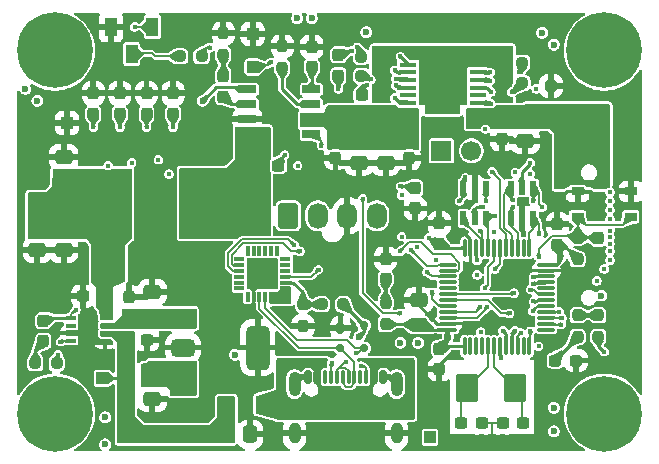
<source format=gbr>
%TF.GenerationSoftware,KiCad,Pcbnew,9.0.3*%
%TF.CreationDate,2025-09-05T10:56:39-05:00*%
%TF.ProjectId,PeripheralSOM,50657269-7068-4657-9261-6c534f4d2e6b,rev?*%
%TF.SameCoordinates,Original*%
%TF.FileFunction,Copper,L1,Top*%
%TF.FilePolarity,Positive*%
%FSLAX46Y46*%
G04 Gerber Fmt 4.6, Leading zero omitted, Abs format (unit mm)*
G04 Created by KiCad (PCBNEW 9.0.3) date 2025-09-05 10:56:39*
%MOMM*%
%LPD*%
G01*
G04 APERTURE LIST*
G04 Aperture macros list*
%AMRoundRect*
0 Rectangle with rounded corners*
0 $1 Rounding radius*
0 $2 $3 $4 $5 $6 $7 $8 $9 X,Y pos of 4 corners*
0 Add a 4 corners polygon primitive as box body*
4,1,4,$2,$3,$4,$5,$6,$7,$8,$9,$2,$3,0*
0 Add four circle primitives for the rounded corners*
1,1,$1+$1,$2,$3*
1,1,$1+$1,$4,$5*
1,1,$1+$1,$6,$7*
1,1,$1+$1,$8,$9*
0 Add four rect primitives between the rounded corners*
20,1,$1+$1,$2,$3,$4,$5,0*
20,1,$1+$1,$4,$5,$6,$7,0*
20,1,$1+$1,$6,$7,$8,$9,0*
20,1,$1+$1,$8,$9,$2,$3,0*%
G04 Aperture macros list end*
%TA.AperFunction,SMDPad,CuDef*%
%ADD10R,1.000000X1.000000*%
%TD*%
%TA.AperFunction,SMDPad,CuDef*%
%ADD11RoundRect,0.237500X-0.237500X0.250000X-0.237500X-0.250000X0.237500X-0.250000X0.237500X0.250000X0*%
%TD*%
%TA.AperFunction,SMDPad,CuDef*%
%ADD12RoundRect,0.250000X0.475000X-0.337500X0.475000X0.337500X-0.475000X0.337500X-0.475000X-0.337500X0*%
%TD*%
%TA.AperFunction,SMDPad,CuDef*%
%ADD13RoundRect,0.237500X-0.237500X0.300000X-0.237500X-0.300000X0.237500X-0.300000X0.237500X0.300000X0*%
%TD*%
%TA.AperFunction,SMDPad,CuDef*%
%ADD14RoundRect,0.237500X0.237500X-0.287500X0.237500X0.287500X-0.237500X0.287500X-0.237500X-0.287500X0*%
%TD*%
%TA.AperFunction,SMDPad,CuDef*%
%ADD15RoundRect,0.237500X0.237500X-0.250000X0.237500X0.250000X-0.237500X0.250000X-0.237500X-0.250000X0*%
%TD*%
%TA.AperFunction,SMDPad,CuDef*%
%ADD16RoundRect,0.237500X-0.237500X0.287500X-0.237500X-0.287500X0.237500X-0.287500X0.237500X0.287500X0*%
%TD*%
%TA.AperFunction,SMDPad,CuDef*%
%ADD17RoundRect,0.250000X-0.475000X0.337500X-0.475000X-0.337500X0.475000X-0.337500X0.475000X0.337500X0*%
%TD*%
%TA.AperFunction,SMDPad,CuDef*%
%ADD18R,0.300000X0.850000*%
%TD*%
%TA.AperFunction,SMDPad,CuDef*%
%ADD19R,0.850000X0.300000*%
%TD*%
%TA.AperFunction,SMDPad,CuDef*%
%ADD20R,2.550000X2.550000*%
%TD*%
%TA.AperFunction,SMDPad,CuDef*%
%ADD21RoundRect,0.237500X-0.250000X-0.237500X0.250000X-0.237500X0.250000X0.237500X-0.250000X0.237500X0*%
%TD*%
%TA.AperFunction,SMDPad,CuDef*%
%ADD22RoundRect,0.075000X0.075000X-0.662500X0.075000X0.662500X-0.075000X0.662500X-0.075000X-0.662500X0*%
%TD*%
%TA.AperFunction,SMDPad,CuDef*%
%ADD23RoundRect,0.075000X0.662500X-0.075000X0.662500X0.075000X-0.662500X0.075000X-0.662500X-0.075000X0*%
%TD*%
%TA.AperFunction,ComponentPad*%
%ADD24RoundRect,0.250000X0.600000X-0.850000X0.600000X0.850000X-0.600000X0.850000X-0.600000X-0.850000X0*%
%TD*%
%TA.AperFunction,ComponentPad*%
%ADD25O,1.700000X2.200000*%
%TD*%
%TA.AperFunction,SMDPad,CuDef*%
%ADD26RoundRect,0.237500X0.237500X-0.300000X0.237500X0.300000X-0.237500X0.300000X-0.237500X-0.300000X0*%
%TD*%
%TA.AperFunction,ComponentPad*%
%ADD27C,3.600000*%
%TD*%
%TA.AperFunction,ConnectorPad*%
%ADD28C,6.400000*%
%TD*%
%TA.AperFunction,SMDPad,CuDef*%
%ADD29RoundRect,0.237500X-0.300000X-0.237500X0.300000X-0.237500X0.300000X0.237500X-0.300000X0.237500X0*%
%TD*%
%TA.AperFunction,SMDPad,CuDef*%
%ADD30R,0.600000X1.150000*%
%TD*%
%TA.AperFunction,SMDPad,CuDef*%
%ADD31RoundRect,0.237500X0.250000X0.237500X-0.250000X0.237500X-0.250000X-0.237500X0.250000X-0.237500X0*%
%TD*%
%TA.AperFunction,SMDPad,CuDef*%
%ADD32RoundRect,0.237500X0.300000X0.237500X-0.300000X0.237500X-0.300000X-0.237500X0.300000X-0.237500X0*%
%TD*%
%TA.AperFunction,SMDPad,CuDef*%
%ADD33RoundRect,0.375000X-0.625000X-0.375000X0.625000X-0.375000X0.625000X0.375000X-0.625000X0.375000X0*%
%TD*%
%TA.AperFunction,SMDPad,CuDef*%
%ADD34RoundRect,0.500000X-0.500000X-1.400000X0.500000X-1.400000X0.500000X1.400000X-0.500000X1.400000X0*%
%TD*%
%TA.AperFunction,SMDPad,CuDef*%
%ADD35R,1.000000X1.600000*%
%TD*%
%TA.AperFunction,SMDPad,CuDef*%
%ADD36RoundRect,0.250000X-0.700000X-0.950000X0.700000X-0.950000X0.700000X0.950000X-0.700000X0.950000X0*%
%TD*%
%TA.AperFunction,SMDPad,CuDef*%
%ADD37RoundRect,0.250000X1.750000X2.500000X-1.750000X2.500000X-1.750000X-2.500000X1.750000X-2.500000X0*%
%TD*%
%TA.AperFunction,SMDPad,CuDef*%
%ADD38RoundRect,0.150000X-0.150000X-0.425000X0.150000X-0.425000X0.150000X0.425000X-0.150000X0.425000X0*%
%TD*%
%TA.AperFunction,SMDPad,CuDef*%
%ADD39RoundRect,0.075000X-0.075000X-0.500000X0.075000X-0.500000X0.075000X0.500000X-0.075000X0.500000X0*%
%TD*%
%TA.AperFunction,HeatsinkPad*%
%ADD40O,1.000000X2.100000*%
%TD*%
%TA.AperFunction,HeatsinkPad*%
%ADD41O,1.000000X1.800000*%
%TD*%
%TA.AperFunction,SMDPad,CuDef*%
%ADD42RoundRect,0.087500X-0.337500X-0.087500X0.337500X-0.087500X0.337500X0.087500X-0.337500X0.087500X0*%
%TD*%
%TA.AperFunction,HeatsinkPad*%
%ADD43R,1.650000X2.400000*%
%TD*%
%TA.AperFunction,SMDPad,CuDef*%
%ADD44R,1.528000X0.650000*%
%TD*%
%TA.AperFunction,SMDPad,CuDef*%
%ADD45R,1.000000X0.750000*%
%TD*%
%TA.AperFunction,SMDPad,CuDef*%
%ADD46R,1.475000X0.450000*%
%TD*%
%TA.AperFunction,SMDPad,CuDef*%
%ADD47R,2.460000X3.550000*%
%TD*%
%TA.AperFunction,SMDPad,CuDef*%
%ADD48RoundRect,0.250000X0.300000X-0.300000X0.300000X0.300000X-0.300000X0.300000X-0.300000X-0.300000X0*%
%TD*%
%TA.AperFunction,SMDPad,CuDef*%
%ADD49RoundRect,0.175000X-0.175000X-0.325000X0.175000X-0.325000X0.175000X0.325000X-0.175000X0.325000X0*%
%TD*%
%TA.AperFunction,SMDPad,CuDef*%
%ADD50RoundRect,0.150000X-0.200000X-0.150000X0.200000X-0.150000X0.200000X0.150000X-0.200000X0.150000X0*%
%TD*%
%TA.AperFunction,SMDPad,CuDef*%
%ADD51RoundRect,0.250000X-0.337500X-0.475000X0.337500X-0.475000X0.337500X0.475000X-0.337500X0.475000X0*%
%TD*%
%TA.AperFunction,SMDPad,CuDef*%
%ADD52RoundRect,0.237500X0.287500X0.237500X-0.287500X0.237500X-0.287500X-0.237500X0.287500X-0.237500X0*%
%TD*%
%TA.AperFunction,SMDPad,CuDef*%
%ADD53RoundRect,0.225000X-0.225000X-0.375000X0.225000X-0.375000X0.225000X0.375000X-0.225000X0.375000X0*%
%TD*%
%TA.AperFunction,ComponentPad*%
%ADD54R,1.700000X1.700000*%
%TD*%
%TA.AperFunction,ComponentPad*%
%ADD55C,1.700000*%
%TD*%
%TA.AperFunction,SMDPad,CuDef*%
%ADD56RoundRect,0.250000X-0.250000X0.250000X-0.250000X-0.250000X0.250000X-0.250000X0.250000X0.250000X0*%
%TD*%
%TA.AperFunction,ViaPad*%
%ADD57C,0.400000*%
%TD*%
%TA.AperFunction,ViaPad*%
%ADD58C,0.600000*%
%TD*%
%TA.AperFunction,Conductor*%
%ADD59C,0.150000*%
%TD*%
%TA.AperFunction,Conductor*%
%ADD60C,0.500000*%
%TD*%
%TA.AperFunction,Conductor*%
%ADD61C,0.250000*%
%TD*%
G04 APERTURE END LIST*
D10*
%TO.P,TP6,1,1*%
%TO.N,+3.3V*%
X144500000Y-110500000D03*
%TD*%
D11*
%TO.P,R5,1*%
%TO.N,/CAN/FAULT*%
X157000000Y-100175000D03*
%TO.P,R5,2*%
%TO.N,Net-(D3-A)*%
X157000000Y-102000000D03*
%TD*%
D12*
%TO.P,C10,1*%
%TO.N,+5V*%
X121000000Y-100287500D03*
%TO.P,C10,2*%
%TO.N,GND*%
X121000000Y-98212500D03*
%TD*%
D13*
%TO.P,C1,1*%
%TO.N,+24V_EXT*%
X150562500Y-83537500D03*
%TO.P,C1,2*%
%TO.N,GND*%
X150562500Y-85262500D03*
%TD*%
D14*
%TO.P,D7,1,K*%
%TO.N,GND*%
X143250000Y-91125000D03*
%TO.P,D7,2,A*%
%TO.N,Net-(D7-A)*%
X143250000Y-89375000D03*
%TD*%
D10*
%TO.P,TP1,1,1*%
%TO.N,+24V_EXT*%
X158500000Y-83500000D03*
%TD*%
D15*
%TO.P,R3,1*%
%TO.N,Net-(C6-Pad2)*%
X127000000Y-78119000D03*
%TO.P,R3,2*%
%TO.N,GND*%
X127000000Y-76294000D03*
%TD*%
D16*
%TO.P,D13,1,K*%
%TO.N,GND*%
X120500000Y-81375000D03*
%TO.P,D13,2,A*%
%TO.N,Net-(D13-A)*%
X120500000Y-83125000D03*
%TD*%
D17*
%TO.P,C34,1*%
%TO.N,+5V_BUCK*%
X113500000Y-92562500D03*
%TO.P,C34,2*%
%TO.N,GND*%
X113500000Y-94637500D03*
%TD*%
D16*
%TO.P,D11,1,K*%
%TO.N,/PowerDist/STAT*%
X111750000Y-100625000D03*
%TO.P,D11,2,A*%
%TO.N,Net-(D11-A)*%
X111750000Y-102375000D03*
%TD*%
D18*
%TO.P,U8,1,~{RI}/CLK*%
%TO.N,unconnected-(U8-~{RI}{slash}CLK-Pad1)*%
X129062500Y-98600000D03*
%TO.P,U8,2,GND*%
%TO.N,GND*%
X129562500Y-98600000D03*
%TO.P,U8,3,D+*%
%TO.N,/USB/D+*%
X130062500Y-98600000D03*
%TO.P,U8,4,D-*%
%TO.N,/USB/D-*%
X130562500Y-98600000D03*
%TO.P,U8,5,VIO*%
%TO.N,+3.3V*%
X131062500Y-98600000D03*
%TO.P,U8,6,VDD*%
X131562500Y-98600000D03*
D19*
%TO.P,U8,7,VREGIN*%
X132262500Y-97900000D03*
%TO.P,U8,8,VBUS*%
%TO.N,/USB/VBUS*%
X132262500Y-97400000D03*
%TO.P,U8,9,~{RST}*%
%TO.N,/USB/RST*%
X132262500Y-96900000D03*
%TO.P,U8,10,NC*%
%TO.N,unconnected-(U8-NC-Pad10)*%
X132262500Y-96400000D03*
%TO.P,U8,11,~{WAKEUP}/GPIO.3*%
%TO.N,unconnected-(U8-~{WAKEUP}{slash}GPIO.3-Pad11)*%
X132262500Y-95900000D03*
%TO.P,U8,12,RS485/GPIO.2*%
%TO.N,unconnected-(U8-RS485{slash}GPIO.2-Pad12)*%
X132262500Y-95400000D03*
D18*
%TO.P,U8,13,~{RXT}/GPIO.1*%
%TO.N,unconnected-(U8-~{RXT}{slash}GPIO.1-Pad13)*%
X131562500Y-94700000D03*
%TO.P,U8,14,~{TXT}/GPIO.0*%
%TO.N,unconnected-(U8-~{TXT}{slash}GPIO.0-Pad14)*%
X131062500Y-94700000D03*
%TO.P,U8,15,~{SUSPEND}*%
%TO.N,unconnected-(U8-~{SUSPEND}-Pad15)*%
X130562500Y-94700000D03*
%TO.P,U8,16,NC*%
%TO.N,unconnected-(U8-NC-Pad16)*%
X130062500Y-94700000D03*
%TO.P,U8,17,SUSPEND*%
%TO.N,unconnected-(U8-SUSPEND-Pad17)*%
X129562500Y-94700000D03*
%TO.P,U8,18,~{CTS}*%
%TO.N,unconnected-(U8-~{CTS}-Pad18)*%
X129062500Y-94700000D03*
D19*
%TO.P,U8,19,~{RTS}*%
%TO.N,unconnected-(U8-~{RTS}-Pad19)*%
X128362500Y-95400000D03*
%TO.P,U8,20,RXD*%
%TO.N,/MCU/USART1_TX*%
X128362500Y-95900000D03*
%TO.P,U8,21,TXD*%
%TO.N,/MCU/USART1_RX*%
X128362500Y-96400000D03*
%TO.P,U8,22,~{DSR}*%
%TO.N,unconnected-(U8-~{DSR}-Pad22)*%
X128362500Y-96900000D03*
%TO.P,U8,23,~{DTR}*%
%TO.N,unconnected-(U8-~{DTR}-Pad23)*%
X128362500Y-97400000D03*
%TO.P,U8,24,~{DCD}*%
%TO.N,unconnected-(U8-~{DCD}-Pad24)*%
X128362500Y-97900000D03*
D20*
%TO.P,U8,25,GND*%
%TO.N,GND*%
X130312500Y-96650000D03*
%TD*%
D17*
%TO.P,C23,1*%
%TO.N,+24V*%
X140750000Y-85175000D03*
%TO.P,C23,2*%
%TO.N,GND*%
X140750000Y-87250000D03*
%TD*%
D15*
%TO.P,R4,1*%
%TO.N,+3.3V*%
X158750000Y-102000000D03*
%TO.P,R4,2*%
%TO.N,/CAN/FAULT*%
X158750000Y-100175000D03*
%TD*%
D21*
%TO.P,R30,1*%
%TO.N,/PowerDist/PowerProtection/IMON*%
X138687500Y-78300000D03*
%TO.P,R30,2*%
%TO.N,/PowerDist/PowerProtection/RTN*%
X140512500Y-78300000D03*
%TD*%
D22*
%TO.P,U1,1,VBAT*%
%TO.N,+3.3V*%
X147425000Y-102794760D03*
%TO.P,U1,2,PC13*%
%TO.N,unconnected-(U1-PC13-Pad2)*%
X147925000Y-102794760D03*
%TO.P,U1,3,PC14*%
%TO.N,unconnected-(U1-PC14-Pad3)*%
X148425000Y-102794760D03*
%TO.P,U1,4,PC15*%
%TO.N,unconnected-(U1-PC15-Pad4)*%
X148925000Y-102794760D03*
%TO.P,U1,5,PH0*%
%TO.N,/MCU/OSC_IN*%
X149425000Y-102794760D03*
%TO.P,U1,6,PH1*%
%TO.N,/MCU/OSC_OUT*%
X149925000Y-102794760D03*
%TO.P,U1,7,NRST*%
%TO.N,/MCU/NRST*%
X150425000Y-102794760D03*
%TO.P,U1,8,VSSA*%
%TO.N,GNDA*%
X150925000Y-102794760D03*
%TO.P,U1,9,VDDA*%
%TO.N,VDDA*%
X151425000Y-102794760D03*
%TO.P,U1,10,PA0*%
%TO.N,/OPAMP1_VINP*%
X151925000Y-102794760D03*
%TO.P,U1,11,PA1*%
%TO.N,unconnected-(U1-PA1-Pad11)*%
X152425000Y-102794760D03*
%TO.P,U1,12,PA2*%
%TO.N,/MCU/ADC1_IN7*%
X152925000Y-102794760D03*
D23*
%TO.P,U1,13,PA3*%
%TO.N,unconnected-(U1-PA3-Pad13)*%
X154337500Y-101382260D03*
%TO.P,U1,14,PA4*%
%TO.N,/MCU/ADC1_IN9*%
X154337500Y-100882260D03*
%TO.P,U1,15,PA5*%
%TO.N,/MCU/ADC1_IN10*%
X154337500Y-100382260D03*
%TO.P,U1,16,PA6*%
%TO.N,/MCU/ADC1_IN11*%
X154337500Y-99882260D03*
%TO.P,U1,17,PA7*%
%TO.N,/LEDs/LED1*%
X154337500Y-99382260D03*
%TO.P,U1,18,PB0*%
%TO.N,/MCU/SPI1_NSS*%
X154337500Y-98882260D03*
%TO.P,U1,19,PB1*%
%TO.N,/MCU/ADC1_IN16*%
X154337500Y-98382260D03*
%TO.P,U1,20,PB2*%
%TO.N,unconnected-(U1-PB2-Pad20)*%
X154337500Y-97882260D03*
%TO.P,U1,21,PB10*%
%TO.N,/MCU/SPI2_SCK*%
X154337500Y-97382260D03*
%TO.P,U1,22,PB11*%
%TO.N,/LEDs/LED_HB*%
X154337500Y-96882260D03*
%TO.P,U1,23,VSS*%
%TO.N,GND*%
X154337500Y-96382260D03*
%TO.P,U1,24,VDD*%
%TO.N,+3.3V*%
X154337500Y-95882260D03*
D22*
%TO.P,U1,25,PB12*%
%TO.N,/MCU/SPI2_NSS*%
X152925000Y-94469760D03*
%TO.P,U1,26,PB13*%
%TO.N,unconnected-(U1-PB13-Pad26)*%
X152425000Y-94469760D03*
%TO.P,U1,27,PB14*%
%TO.N,/MCU/SPI2_MISO*%
X151925000Y-94469760D03*
%TO.P,U1,28,PB15*%
%TO.N,/MCU/SPI2_MOSI*%
X151425000Y-94469760D03*
%TO.P,U1,29,PA8*%
%TO.N,/LEDs/LED2*%
X150925000Y-94469760D03*
%TO.P,U1,30,PA9*%
%TO.N,/MCU/USART1_TX*%
X150425000Y-94469760D03*
%TO.P,U1,31,PA10*%
%TO.N,/MCU/USART1_RX*%
X149925000Y-94469760D03*
%TO.P,U1,32,PA11*%
%TO.N,/MCU/SPI1_MISO*%
X149425000Y-94469760D03*
%TO.P,U1,33,PA12*%
%TO.N,/MCU/SPI1_MOSI*%
X148925000Y-94469760D03*
%TO.P,U1,34,PA13*%
%TO.N,/MCU/SWDIO*%
X148425000Y-94469760D03*
%TO.P,U1,35,VSS*%
%TO.N,GND*%
X147925000Y-94469760D03*
%TO.P,U1,36,VDD*%
%TO.N,+3.3V*%
X147425000Y-94469760D03*
D23*
%TO.P,U1,37,PA14*%
%TO.N,/MCU/SWCLK*%
X146012500Y-95882260D03*
%TO.P,U1,38,PA15*%
%TO.N,/LEDs/LED3*%
X146012500Y-96382260D03*
%TO.P,U1,39,PB3*%
%TO.N,/MCU/SPI1_SCK*%
X146012500Y-96882260D03*
%TO.P,U1,40,PB4*%
%TO.N,unconnected-(U1-PB4-Pad40)*%
X146012500Y-97382260D03*
%TO.P,U1,41,PB5*%
%TO.N,unconnected-(U1-PB5-Pad41)*%
X146012500Y-97882260D03*
%TO.P,U1,42,PB6*%
%TO.N,/MCU/I2C1_SCL*%
X146012500Y-98382260D03*
%TO.P,U1,43,PB7*%
%TO.N,/MCU/I2C1_SDA*%
X146012500Y-98882260D03*
%TO.P,U1,44,PH3*%
%TO.N,/MCU/BOOT0*%
X146012500Y-99382260D03*
%TO.P,U1,45,PB8*%
%TO.N,/CAN/CAN1_RX*%
X146012500Y-99882260D03*
%TO.P,U1,46,PB9*%
%TO.N,/CAN/CAN1_TX*%
X146012500Y-100382260D03*
%TO.P,U1,47,VSS*%
%TO.N,GND*%
X146012500Y-100882260D03*
%TO.P,U1,48,VDD*%
%TO.N,+3.3V*%
X146012500Y-101382260D03*
%TD*%
D13*
%TO.P,C11,1*%
%TO.N,/MCU/NRST*%
X158750000Y-93637500D03*
%TO.P,C11,2*%
%TO.N,GND*%
X158750000Y-95362500D03*
%TD*%
D24*
%TO.P,J1,1,Pin_1*%
%TO.N,+3.3V*%
X132500000Y-91750000D03*
D25*
%TO.P,J1,2,Pin_2*%
%TO.N,/MCU/SWCLK*%
X135000000Y-91750000D03*
%TO.P,J1,3,Pin_3*%
%TO.N,GND*%
X137500000Y-91750000D03*
%TO.P,J1,4,Pin_4*%
%TO.N,/MCU/SWDIO*%
X140000000Y-91750000D03*
%TD*%
D26*
%TO.P,C16,1*%
%TO.N,+3.3V*%
X155284880Y-94182261D03*
%TO.P,C16,2*%
%TO.N,GND*%
X155284880Y-92457259D03*
%TD*%
D12*
%TO.P,C13,1*%
%TO.N,+3.3V*%
X143534880Y-100972380D03*
%TO.P,C13,2*%
%TO.N,GND*%
X143534880Y-98897380D03*
%TD*%
D17*
%TO.P,C20,1*%
%TO.N,+24V_EXT*%
X152562500Y-83362500D03*
%TO.P,C20,2*%
%TO.N,GND*%
X152562500Y-85437500D03*
%TD*%
D10*
%TO.P,TP2,1,1*%
%TO.N,+24V*%
X136500000Y-83300000D03*
%TD*%
D21*
%TO.P,R19,1*%
%TO.N,Net-(SW2-B)*%
X123337500Y-78250000D03*
%TO.P,R19,2*%
%TO.N,/MCU/BOOT0*%
X125162500Y-78250000D03*
%TD*%
D27*
%TO.P,MH4,1*%
%TO.N,N/C*%
X159250000Y-108500000D03*
D28*
X159250000Y-108500000D03*
%TD*%
D29*
%TO.P,C25,1*%
%TO.N,Net-(U7-DVDT)*%
X138737500Y-81500000D03*
%TO.P,C25,2*%
%TO.N,/PowerDist/PowerProtection/RTN*%
X140462500Y-81500000D03*
%TD*%
D30*
%TO.P,CR2,1,1*%
%TO.N,/MCU/SPI1_NSS*%
X149234880Y-89369760D03*
%TO.P,CR2,2,2*%
%TO.N,GND*%
X148284880Y-89369760D03*
%TO.P,CR2,3,3*%
%TO.N,/MCU/SPI1_SCK*%
X147334880Y-89369760D03*
%TO.P,CR2,4,4*%
%TO.N,/MCU/SPI1_MOSI*%
X147334880Y-91969760D03*
%TO.P,CR2,5,5*%
%TO.N,+3.3V*%
X148284880Y-91969760D03*
%TO.P,CR2,6,6*%
%TO.N,/MCU/SPI1_MISO*%
X149234880Y-91969760D03*
%TD*%
D10*
%TO.P,TP4,1,1*%
%TO.N,+5V_VBUS*%
X116750000Y-105500000D03*
%TD*%
D31*
%TO.P,R22,1*%
%TO.N,+5V_VBUS*%
X137162500Y-99250000D03*
%TO.P,R22,2*%
%TO.N,/USB/VBUS*%
X135337500Y-99250000D03*
%TD*%
D32*
%TO.P,C22,1*%
%TO.N,/MCU/OSC_OUT*%
X152387500Y-109319760D03*
%TO.P,C22,2*%
%TO.N,GND*%
X150662500Y-109319760D03*
%TD*%
D29*
%TO.P,C21,1*%
%TO.N,/MCU/OSC_IN*%
X147162500Y-109319760D03*
%TO.P,C21,2*%
%TO.N,GND*%
X148887500Y-109319760D03*
%TD*%
D33*
%TO.P,U3,1,IN*%
%TO.N,+5V*%
X123602500Y-100600000D03*
%TO.P,U3,2,GND*%
%TO.N,GND*%
X123602500Y-102900000D03*
D34*
X129902500Y-102900000D03*
D33*
%TO.P,U3,3,OUT*%
%TO.N,+3.3V*%
X123602500Y-105200000D03*
%TD*%
D32*
%TO.P,C27,1*%
%TO.N,+5V_BUCK*%
X116862500Y-98550000D03*
%TO.P,C27,2*%
%TO.N,GND*%
X115137500Y-98550000D03*
%TD*%
D16*
%TO.P,D9,1,K*%
%TO.N,/PowerDist/FAULT*%
X136750000Y-78125000D03*
%TO.P,D9,2,A*%
%TO.N,Net-(D9-A)*%
X136750000Y-79875000D03*
%TD*%
D30*
%TO.P,CR1,1,1*%
%TO.N,/MCU/SPI2_MISO*%
X151334880Y-91969760D03*
%TO.P,CR1,2,2*%
%TO.N,GND*%
X152284880Y-91969760D03*
%TO.P,CR1,3,3*%
%TO.N,/MCU/SPI2_NSS*%
X153234880Y-91969760D03*
%TO.P,CR1,4,4*%
%TO.N,/MCU/SPI2_SCK*%
X153234880Y-89369760D03*
%TO.P,CR1,5,5*%
%TO.N,+3.3V*%
X152284880Y-89369760D03*
%TO.P,CR1,6,6*%
%TO.N,/MCU/SPI2_MOSI*%
X151334880Y-89369760D03*
%TD*%
D27*
%TO.P,MH3,1*%
%TO.N,N/C*%
X112750000Y-108500000D03*
D28*
X112750000Y-108500000D03*
%TD*%
D16*
%TO.P,D12,1,K*%
%TO.N,GND*%
X118250000Y-81375000D03*
%TO.P,D12,2,A*%
%TO.N,Net-(D12-A)*%
X118250000Y-83125000D03*
%TD*%
%TO.P,D14,1,K*%
%TO.N,GND*%
X122750000Y-81375000D03*
%TO.P,D14,2,A*%
%TO.N,Net-(D14-A)*%
X122750000Y-83125000D03*
%TD*%
D35*
%TO.P,SW2,1,A*%
%TO.N,+3.3V*%
X121000000Y-75750000D03*
%TO.P,SW2,2,B*%
%TO.N,Net-(SW2-B)*%
X119250000Y-78050000D03*
%TO.P,SW2,3,C*%
%TO.N,GND*%
X117500000Y-75750000D03*
%TD*%
D36*
%TO.P,Y1,1,1*%
%TO.N,/MCU/OSC_IN*%
X147625000Y-106319760D03*
%TO.P,Y1,2,2*%
%TO.N,/MCU/OSC_OUT*%
X151725000Y-106319760D03*
%TD*%
D10*
%TO.P,TP7,1,1*%
%TO.N,GND*%
X113750000Y-83900000D03*
%TD*%
D27*
%TO.P,MH1,1*%
%TO.N,N/C*%
X112750000Y-77750000D03*
D28*
X112750000Y-77750000D03*
%TD*%
D17*
%TO.P,C35,1*%
%TO.N,+5V_BUCK*%
X111250000Y-92562500D03*
%TO.P,C35,2*%
%TO.N,GND*%
X111250000Y-94637500D03*
%TD*%
D15*
%TO.P,R29,1*%
%TO.N,+3.3V*%
X156995000Y-95412500D03*
%TO.P,R29,2*%
%TO.N,/MCU/NRST*%
X156995000Y-93587500D03*
%TD*%
D32*
%TO.P,C4,1*%
%TO.N,Net-(U2-BOOT)*%
X131662500Y-87500000D03*
%TO.P,C4,2*%
%TO.N,Net-(D1-K)*%
X129937500Y-87500000D03*
%TD*%
D13*
%TO.P,C9,1*%
%TO.N,+24V*%
X136500000Y-85120000D03*
%TO.P,C9,2*%
%TO.N,GND*%
X136500000Y-86845000D03*
%TD*%
D26*
%TO.P,C26,1*%
%TO.N,+5V*%
X119000000Y-100362500D03*
%TO.P,C26,2*%
%TO.N,GND*%
X119000000Y-98637500D03*
%TD*%
D37*
%TO.P,L1,1,1*%
%TO.N,Net-(D1-K)*%
X125500000Y-90750000D03*
%TO.P,L1,2,2*%
%TO.N,+5V_BUCK*%
X117000000Y-90750000D03*
%TD*%
D16*
%TO.P,D4,1,K*%
%TO.N,GND*%
X116000000Y-81375000D03*
%TO.P,D4,2,A*%
%TO.N,Net-(D4-A)*%
X116000000Y-83125000D03*
%TD*%
D38*
%TO.P,J2,A1,GND*%
%TO.N,GND*%
X134152873Y-105417500D03*
%TO.P,J2,A4,VBUS*%
%TO.N,/USB/VBUS_IN*%
X134952873Y-105417500D03*
D39*
%TO.P,J2,A5,CC1*%
%TO.N,/USB/CC1*%
X136102873Y-105417500D03*
%TO.P,J2,A6,D+*%
%TO.N,/USB/D+*%
X137102873Y-105417500D03*
%TO.P,J2,A7,D-*%
%TO.N,/USB/D-*%
X137602873Y-105417500D03*
%TO.P,J2,A8,SBU1*%
%TO.N,unconnected-(J2-SBU1-PadA8)*%
X138602873Y-105417500D03*
D38*
%TO.P,J2,A9,VBUS*%
%TO.N,/USB/VBUS_IN*%
X139752873Y-105417500D03*
%TO.P,J2,A12,GND*%
%TO.N,GND*%
X140552873Y-105417500D03*
%TO.P,J2,B1,GND*%
X140552873Y-105417500D03*
%TO.P,J2,B4,VBUS*%
%TO.N,/USB/VBUS_IN*%
X139752873Y-105417500D03*
D39*
%TO.P,J2,B5,CC2*%
%TO.N,/USB/CC2*%
X139102873Y-105417500D03*
%TO.P,J2,B6,D+*%
%TO.N,/USB/D+*%
X138102873Y-105417500D03*
%TO.P,J2,B7,D-*%
%TO.N,/USB/D-*%
X136602873Y-105417500D03*
%TO.P,J2,B8,SBU2*%
%TO.N,unconnected-(J2-SBU2-PadB8)*%
X135602873Y-105417500D03*
D38*
%TO.P,J2,B9,VBUS*%
%TO.N,/USB/VBUS_IN*%
X134952873Y-105417500D03*
%TO.P,J2,B12,GND*%
%TO.N,GND*%
X134152873Y-105417500D03*
D40*
%TO.P,J2,S1,SHIELD*%
X133032873Y-105992500D03*
D41*
X133032873Y-110172500D03*
D40*
X141672873Y-105992500D03*
D41*
X141672873Y-110172500D03*
%TD*%
D21*
%TO.P,R27,1*%
%TO.N,/PowerDist/PowerProtection/ILIM*%
X138687500Y-79900000D03*
%TO.P,R27,2*%
%TO.N,/PowerDist/PowerProtection/RTN*%
X140512500Y-79900000D03*
%TD*%
D26*
%TO.P,C17,1*%
%TO.N,+3.3V*%
X145284880Y-94109880D03*
%TO.P,C17,2*%
%TO.N,GND*%
X145284880Y-92384878D03*
%TD*%
D42*
%TO.P,U6,1,STAT*%
%TO.N,/PowerDist/STAT*%
X114115000Y-100400000D03*
%TO.P,U6,2,D0*%
%TO.N,unconnected-(U6-D0-Pad2)*%
X114115000Y-101050000D03*
%TO.P,U6,3,D1*%
%TO.N,GND*%
X114115000Y-101700000D03*
%TO.P,U6,4,ILIM*%
%TO.N,/PowerDist/ILIM*%
X114115000Y-102350000D03*
%TO.P,U6,5,GND*%
%TO.N,GND*%
X117015000Y-102350000D03*
%TO.P,U6,6,IN2*%
%TO.N,+5V_VBUS*%
X117015000Y-101700000D03*
%TO.P,U6,7,OUT*%
%TO.N,+5V*%
X117015000Y-101050000D03*
%TO.P,U6,8,IN1*%
%TO.N,+5V_BUCK*%
X117015000Y-100400000D03*
D43*
%TO.P,U6,9,EXP*%
%TO.N,GND*%
X115565000Y-101375000D03*
%TD*%
D44*
%TO.P,U2,1,BOOT*%
%TO.N,Net-(U2-BOOT)*%
X134461000Y-84849000D03*
%TO.P,U2,2,VIN*%
%TO.N,+24V*%
X134461000Y-83579000D03*
%TO.P,U2,3,ROSC*%
%TO.N,/PowerDist/ROSC*%
X134461000Y-82309000D03*
%TO.P,U2,4,SS*%
%TO.N,Net-(U2-SS)*%
X134461000Y-81039000D03*
%TO.P,U2,5,VSENSE*%
%TO.N,+5V_BUCK*%
X129039000Y-81039000D03*
%TO.P,U2,6,COMP*%
%TO.N,Net-(U2-COMP)*%
X129039000Y-82309000D03*
%TO.P,U2,7,GND*%
%TO.N,GND*%
X129039000Y-83579000D03*
%TO.P,U2,8,LX*%
%TO.N,Net-(D1-K)*%
X129039000Y-84849000D03*
%TD*%
D17*
%TO.P,C18,1*%
%TO.N,+3.3V*%
X121000000Y-105212500D03*
%TO.P,C18,2*%
%TO.N,GND*%
X121000000Y-107287500D03*
%TD*%
D26*
%TO.P,C6,1*%
%TO.N,Net-(U2-COMP)*%
X127000000Y-81656500D03*
%TO.P,C6,2*%
%TO.N,Net-(C6-Pad2)*%
X127000000Y-79931500D03*
%TD*%
D45*
%TO.P,SW1,1,1*%
%TO.N,/MCU/NRST*%
X157000000Y-91825000D03*
X161500000Y-91825000D03*
%TO.P,SW1,2,2*%
%TO.N,GND*%
X157000000Y-89675000D03*
X161500000Y-89675000D03*
%TD*%
D31*
%TO.P,R20,1*%
%TO.N,/PowerDist/PowerProtection/MODE*%
X152312500Y-78800000D03*
%TO.P,R20,2*%
%TO.N,/PowerDist/PowerProtection/RTN*%
X150487500Y-78800000D03*
%TD*%
%TO.P,R15,1*%
%TO.N,/PowerDist/PowerProtection/OVP*%
X152325000Y-80500000D03*
%TO.P,R15,2*%
%TO.N,/PowerDist/PowerProtection/RTN*%
X150500000Y-80500000D03*
%TD*%
D46*
%TO.P,U7,1,IN_1*%
%TO.N,+24V_EXT*%
X148538500Y-83500000D03*
%TO.P,U7,2,IN_2*%
X148538500Y-82850000D03*
%TO.P,U7,3,UVLO*%
%TO.N,/PowerDist/PowerProtection/UVLO*%
X148538500Y-82200000D03*
%TO.P,U7,4,NC_1*%
%TO.N,unconnected-(U7-NC_1-Pad4)*%
X148538500Y-81550000D03*
%TO.P,U7,5,OVP*%
%TO.N,/PowerDist/PowerProtection/OVP*%
X148538500Y-80900000D03*
%TO.P,U7,6,MODE*%
%TO.N,/PowerDist/PowerProtection/MODE*%
X148538500Y-80250000D03*
%TO.P,U7,7,~{SHDN}*%
%TO.N,/PowerDist/PowerProtection/SHDN*%
X148538500Y-79600000D03*
%TO.P,U7,8,RTN*%
%TO.N,/PowerDist/PowerProtection/RTN*%
X148538500Y-78950000D03*
%TO.P,U7,9,GND*%
%TO.N,GND*%
X142662500Y-78950000D03*
%TO.P,U7,10,IMON*%
%TO.N,/PowerDist/PowerProtection/IMON*%
X142662500Y-79600000D03*
%TO.P,U7,11,ILIM*%
%TO.N,/PowerDist/PowerProtection/ILIM*%
X142662500Y-80250000D03*
%TO.P,U7,12,DVDT*%
%TO.N,Net-(U7-DVDT)*%
X142662500Y-80900000D03*
%TO.P,U7,13,NC_2*%
%TO.N,unconnected-(U7-NC_2-Pad13)*%
X142662500Y-81550000D03*
%TO.P,U7,14,~{FLT}*%
%TO.N,/PowerDist/FAULT*%
X142662500Y-82200000D03*
%TO.P,U7,15,OUT_1*%
%TO.N,+24V*%
X142662500Y-82850000D03*
%TO.P,U7,16,OUT_2*%
X142662500Y-83500000D03*
D47*
%TO.P,U7,17,EP*%
%TO.N,/PowerDist/PowerProtection/RTN*%
X145600500Y-81225000D03*
%TD*%
D11*
%TO.P,R24,1*%
%TO.N,/USB/VBUS*%
X133750000Y-99250000D03*
%TO.P,R24,2*%
%TO.N,GND*%
X133750000Y-101075000D03*
%TD*%
D48*
%TO.P,D10,1,K*%
%TO.N,/MCU/ADC1_IN16*%
X129500000Y-79150000D03*
%TO.P,D10,2,A*%
%TO.N,GND*%
X129500000Y-76350000D03*
%TD*%
D26*
%TO.P,C5,1*%
%TO.N,Net-(U2-SS)*%
X134500000Y-79156500D03*
%TO.P,C5,2*%
%TO.N,GND*%
X134500000Y-77431500D03*
%TD*%
D17*
%TO.P,C3,1*%
%TO.N,+24V*%
X138500000Y-85175000D03*
%TO.P,C3,2*%
%TO.N,GND*%
X138500000Y-87250000D03*
%TD*%
D10*
%TO.P,TP3,1,1*%
%TO.N,+5V_BUCK*%
X111250000Y-90500000D03*
%TD*%
D49*
%TO.P,D6,1,A*%
%TO.N,GND*%
X136922873Y-101222500D03*
D50*
%TO.P,D6,2,K*%
%TO.N,/USB/D+*%
X136922873Y-102922500D03*
%TO.P,D6,3,K*%
%TO.N,/USB/D-*%
X138922873Y-102922500D03*
%TO.P,D6,4,K*%
%TO.N,+5V_VBUS*%
X138922873Y-101022500D03*
%TD*%
D27*
%TO.P,MH2,1*%
%TO.N,N/C*%
X159250000Y-77750000D03*
D28*
X159250000Y-77750000D03*
%TD*%
D51*
%TO.P,C29,1*%
%TO.N,+5V_VBUS*%
X127212500Y-110250000D03*
%TO.P,C29,2*%
%TO.N,GND*%
X129287500Y-110250000D03*
%TD*%
D15*
%TO.P,R26,1*%
%TO.N,+3.3V*%
X140750000Y-100912500D03*
%TO.P,R26,2*%
%TO.N,Net-(D8-A)*%
X140750000Y-99087500D03*
%TD*%
D29*
%TO.P,C28,1*%
%TO.N,+5V_VBUS*%
X118837500Y-102250000D03*
%TO.P,C28,2*%
%TO.N,GND*%
X120562500Y-102250000D03*
%TD*%
D12*
%TO.P,C8,1*%
%TO.N,+5V_BUCK*%
X113500000Y-88837500D03*
%TO.P,C8,2*%
%TO.N,GND*%
X113500000Y-86762500D03*
%TD*%
D16*
%TO.P,D8,1,K*%
%TO.N,GND*%
X140750000Y-95375000D03*
%TO.P,D8,2,A*%
%TO.N,Net-(D8-A)*%
X140750000Y-97125000D03*
%TD*%
D52*
%TO.P,D3,1,K*%
%TO.N,GND*%
X156850000Y-104000000D03*
%TO.P,D3,2,A*%
%TO.N,Net-(D3-A)*%
X155100000Y-104000000D03*
%TD*%
D31*
%TO.P,R32,1*%
%TO.N,+5V*%
X112912500Y-104250000D03*
%TO.P,R32,2*%
%TO.N,Net-(D11-A)*%
X111087500Y-104250000D03*
%TD*%
D15*
%TO.P,R2,1*%
%TO.N,/PowerDist/ROSC*%
X132000000Y-79206500D03*
%TO.P,R2,2*%
%TO.N,GND*%
X132000000Y-77381500D03*
%TD*%
D53*
%TO.P,D5,1,K*%
%TO.N,+5V_VBUS*%
X127150000Y-107750000D03*
%TO.P,D5,2,A*%
%TO.N,/USB/VBUS_IN*%
X130450000Y-107750000D03*
%TD*%
D54*
%TO.P,JP1,1,A*%
%TO.N,Net-(JP1-A)*%
X145475000Y-86250000D03*
D55*
%TO.P,JP1,2,B*%
%TO.N,/CAN_L*%
X148015000Y-86250000D03*
%TD*%
D13*
%TO.P,C14,1*%
%TO.N,+3.3V*%
X145284880Y-102997379D03*
%TO.P,C14,2*%
%TO.N,GND*%
X145284880Y-104722381D03*
%TD*%
D56*
%TO.P,D2,1,A1*%
%TO.N,GND*%
X154750000Y-80750000D03*
%TO.P,D2,2,A2*%
%TO.N,+24V_EXT*%
X154750000Y-83250000D03*
%TD*%
D13*
%TO.P,C2,1*%
%TO.N,+24V*%
X142750000Y-85137500D03*
%TO.P,C2,2*%
%TO.N,GND*%
X142750000Y-86862500D03*
%TD*%
D57*
%TO.N,/MCU/SPI2_SCK*%
X153250000Y-90500000D03*
X153250000Y-97500000D03*
X154000000Y-91000000D03*
%TO.N,/MCU/SPI2_NSS*%
X153750000Y-93250000D03*
%TO.N,/MCU/SPI2_MOSI*%
X151500000Y-90445997D03*
%TO.N,/MCU/SPI2_MISO*%
X151500000Y-91000000D03*
D58*
%TO.N,GND*%
X124750000Y-107750000D03*
X111750000Y-96250000D03*
X123250000Y-107750000D03*
D57*
X129562500Y-96702500D03*
D58*
X161750000Y-99500000D03*
X117000000Y-110000000D03*
X155000000Y-111000000D03*
X110250000Y-82000000D03*
X115000000Y-103150000D03*
D57*
X112750000Y-99000000D03*
D58*
X132000000Y-82500000D03*
D57*
X147250000Y-88000000D03*
D58*
X144000000Y-92600000D03*
X160750000Y-86000000D03*
X161750000Y-101000000D03*
X142500000Y-92600000D03*
X127500000Y-102700000D03*
X122300000Y-96300000D03*
X161000000Y-100250000D03*
X125900000Y-103500000D03*
X161000000Y-101750000D03*
X126400000Y-102700000D03*
X121000000Y-96300000D03*
X142100000Y-97900000D03*
D57*
X130305000Y-96702500D03*
D58*
X155000000Y-76250000D03*
D57*
X136000000Y-100500000D03*
D58*
X110500000Y-89250000D03*
X146500000Y-103400000D03*
X160250000Y-99500000D03*
X124000000Y-76750000D03*
X120250000Y-103750000D03*
D57*
X130305000Y-95900000D03*
X131062500Y-97500000D03*
D58*
X116100000Y-103150000D03*
X127000000Y-103500000D03*
X155000000Y-107000000D03*
D57*
X137100000Y-97200000D03*
D58*
X110750000Y-97000000D03*
X117000000Y-107700000D03*
D57*
X137250000Y-79000000D03*
X135500000Y-101250000D03*
D58*
X124000000Y-108750000D03*
X113750000Y-96250000D03*
X119700000Y-96300000D03*
X111500000Y-88500000D03*
X130750000Y-82500000D03*
X160250000Y-101000000D03*
X161000000Y-98750000D03*
D57*
X138100000Y-109947500D03*
X136250000Y-79000000D03*
X129562500Y-97500000D03*
D58*
X112250000Y-82000000D03*
X140800000Y-76200000D03*
X112750000Y-97000000D03*
X125250000Y-76750000D03*
X125500000Y-108750000D03*
X132500000Y-83500000D03*
D57*
X131062500Y-96702500D03*
X131062500Y-95900000D03*
D58*
X161750000Y-86500000D03*
D57*
X130305000Y-97500000D03*
X135000000Y-87500000D03*
D58*
X124500000Y-75750000D03*
X115600000Y-103950000D03*
X123250000Y-75750000D03*
D57*
X152400000Y-93200000D03*
X135000000Y-100500000D03*
D58*
X160750000Y-87000000D03*
X155000000Y-109000000D03*
X155000000Y-78250000D03*
D57*
X142000000Y-78250000D03*
D58*
X131250000Y-83500000D03*
D57*
X129562500Y-95900000D03*
D58*
X161750000Y-87500000D03*
X110500000Y-88000000D03*
X114500000Y-103950000D03*
X111500000Y-87250000D03*
X121500000Y-103500000D03*
D57*
%TO.N,+3.3V*%
X132062500Y-98800000D03*
D58*
X155000000Y-108000000D03*
X122250000Y-105750000D03*
X155000000Y-77250000D03*
X134500000Y-75000000D03*
D57*
X144400000Y-93600000D03*
D58*
X117000000Y-108800000D03*
X155000000Y-110000000D03*
X146012500Y-102000000D03*
D57*
X119500000Y-75750000D03*
X144500000Y-110500000D03*
D58*
X111250000Y-82000000D03*
X159000000Y-98500000D03*
X142000000Y-102500000D03*
D57*
X159250000Y-103250000D03*
X132462500Y-98400000D03*
D58*
X155534880Y-95250000D03*
D57*
X149900000Y-93100000D03*
D58*
X110250000Y-81000000D03*
X154000000Y-76250000D03*
X124250000Y-106500000D03*
D57*
X153000000Y-87250000D03*
D58*
X128000000Y-103500000D03*
X139100000Y-76200000D03*
X122250000Y-104750000D03*
X143500000Y-102500000D03*
X123000000Y-106500000D03*
X133250000Y-75000000D03*
D57*
X149000000Y-91000000D03*
D58*
X117000000Y-111100000D03*
D57*
%TO.N,/MCU/SPI1_SCK*%
X147500000Y-88500000D03*
X147000000Y-90500000D03*
X144250000Y-96500000D03*
X159750000Y-89750000D03*
%TO.N,/MCU/SPI1_MISO*%
X150000000Y-91750000D03*
X159750000Y-90500000D03*
%TO.N,/MCU/SPI1_NSS*%
X159750000Y-91250000D03*
X153250000Y-99000000D03*
X149250000Y-90500000D03*
%TO.N,/MCU/SPI1_MOSI*%
X159750000Y-92000000D03*
X148750000Y-93000000D03*
%TO.N,/USB/D-*%
X137400000Y-104100000D03*
X138200000Y-103400000D03*
D58*
%TO.N,+5V_VBUS*%
X127250000Y-109000000D03*
X138500000Y-102000000D03*
D57*
%TO.N,/MCU/I2C1_SCL*%
X159250000Y-96250000D03*
X151600000Y-98300000D03*
%TO.N,/MCU/ADC1_IN11*%
X155450000Y-99882260D03*
X159750000Y-93000000D03*
%TO.N,/CAN_H*%
X153000000Y-88200000D03*
X149200000Y-84400000D03*
%TO.N,/OPAMP1_VINP*%
X152188810Y-101676928D03*
X159750000Y-95500000D03*
%TO.N,/CAN_L*%
X151720944Y-88079056D03*
D58*
%TO.N,+24V_EXT*%
X155750000Y-89000000D03*
X159000000Y-87000000D03*
X157000000Y-87000000D03*
X155750000Y-88000000D03*
X159000000Y-89000000D03*
X155750000Y-87000000D03*
D57*
X151500000Y-83500000D03*
%TO.N,/MCU/ADC1_IN10*%
X159750000Y-93554003D03*
X155682203Y-100401862D03*
%TO.N,GNDA*%
X150675000Y-101469760D03*
%TO.N,VDDA*%
X151675000Y-101469760D03*
%TO.N,/MCU/ADC1_IN7*%
X153000000Y-101500000D03*
X159750000Y-94750000D03*
%TO.N,/MCU/I2C1_SDA*%
X158625000Y-97250000D03*
X151250000Y-100000000D03*
%TO.N,/MCU/ADC1_IN9*%
X155633921Y-100953757D03*
X159750000Y-94108006D03*
%TO.N,/PowerDist/FAULT*%
X137900000Y-77800000D03*
X141500000Y-81750000D03*
%TO.N,+24V*%
X139750000Y-85250000D03*
%TO.N,/CAN/FAULT*%
X157900000Y-100175000D03*
X148800000Y-101600000D03*
%TO.N,/LEDs/LED3*%
X119250000Y-87250000D03*
X142000000Y-94750000D03*
X133300000Y-87500000D03*
%TO.N,Net-(D12-A)*%
X118250000Y-84250000D03*
%TO.N,+5V*%
X113000000Y-103500000D03*
X118000000Y-101000000D03*
%TO.N,Net-(D4-A)*%
X116000000Y-84250000D03*
%TO.N,/LEDs/LED_HB*%
X117250000Y-87500000D03*
X153250000Y-96945997D03*
%TO.N,/PowerDist/PowerProtection/UVLO*%
X149662500Y-82250000D03*
%TO.N,/PowerDist/PowerProtection/OVP*%
X149662500Y-81250000D03*
X151412500Y-81250000D03*
%TO.N,/USB/CC1*%
X136172873Y-104222500D03*
%TO.N,/USB/CC2*%
X138672873Y-104472500D03*
%TO.N,Net-(D13-A)*%
X120500000Y-84250000D03*
%TO.N,/LEDs/LED2*%
X121500000Y-87000000D03*
X149750000Y-88000000D03*
%TO.N,Net-(D14-A)*%
X122750000Y-84250000D03*
%TO.N,/LEDs/LED1*%
X138800000Y-90300000D03*
X122400000Y-88200000D03*
X153200000Y-99800000D03*
X142000000Y-100000000D03*
%TO.N,/MCU/BOOT0*%
X142100000Y-93500000D03*
X144700000Y-98200000D03*
X125900000Y-77500000D03*
%TO.N,/PowerDist/PowerProtection/MODE*%
X149600000Y-80300000D03*
X152000000Y-79600000D03*
%TO.N,/PowerDist/PowerProtection/SHDN*%
X149600000Y-79600000D03*
X153500000Y-81000000D03*
%TO.N,Net-(D7-A)*%
X142000000Y-89250000D03*
%TO.N,/PowerDist/PowerProtection/ILIM*%
X139500000Y-80200000D03*
X141600000Y-80145997D03*
%TO.N,Net-(D9-A)*%
X136750000Y-81000000D03*
%TO.N,/MCU/NRST*%
X150500000Y-103769760D03*
X153700000Y-95200000D03*
X153700000Y-102800000D03*
%TO.N,/PowerDist/PowerProtection/IMON*%
X141500000Y-79425000D03*
X138350000Y-77450000D03*
%TO.N,/MCU/ADC1_IN16*%
X131000000Y-78750000D03*
X153000000Y-98000000D03*
X142100000Y-90000000D03*
%TO.N,/MCU/SWCLK*%
X142875000Y-94625000D03*
%TO.N,/MCU/USART1_RX*%
X149125000Y-97875000D03*
X133000000Y-94250000D03*
%TO.N,/MCU/USART1_TX*%
X133500000Y-94750000D03*
X150000000Y-96250000D03*
%TO.N,/CAN/CAN1_RX*%
X145000000Y-95500000D03*
X148750000Y-99500000D03*
%TO.N,/MCU/SWDIO*%
X148500000Y-95500000D03*
X143386832Y-94412992D03*
%TO.N,/CAN/CAN1_TX*%
X149304003Y-99500000D03*
X148500000Y-96750000D03*
D58*
%TO.N,+5V_BUCK*%
X125250000Y-82000000D03*
X114250000Y-90500000D03*
%TO.N,Net-(D1-K)*%
X130500000Y-86500000D03*
X129500000Y-86500000D03*
D57*
%TO.N,Net-(U2-BOOT)*%
X135300000Y-85800000D03*
X132200000Y-86600000D03*
%TO.N,Net-(U7-DVDT)*%
X139200000Y-80700000D03*
X141600000Y-80700000D03*
%TO.N,/USB/RST*%
X135062500Y-96300000D03*
%TO.N,/PowerDist/ILIM*%
X113212500Y-102400000D03*
%TO.N,/PowerDist/STAT*%
X114512500Y-99700000D03*
%TD*%
D59*
%TO.N,/MCU/SPI2_SCK*%
X154219760Y-97500000D02*
X154337500Y-97382260D01*
X153250000Y-97500000D02*
X154219760Y-97500000D01*
X153750000Y-89884880D02*
X153234880Y-89369760D01*
X153750000Y-90750000D02*
X153750000Y-89884880D01*
X153250000Y-89384880D02*
X153234880Y-89369760D01*
X154000000Y-91000000D02*
X153750000Y-90750000D01*
X153250000Y-90500000D02*
X153250000Y-89384880D01*
%TO.N,/MCU/SPI2_NSS*%
X153750000Y-92484880D02*
X153234880Y-91969760D01*
X153234880Y-92875000D02*
X153234880Y-91969760D01*
X153750000Y-93250000D02*
X153750000Y-92484880D01*
X152925000Y-93184880D02*
X153234880Y-92875000D01*
X152925000Y-94469760D02*
X152925000Y-93184880D01*
%TO.N,/MCU/SPI2_MOSI*%
X151500000Y-90445997D02*
X151334880Y-90280877D01*
X151425000Y-94469760D02*
X151425000Y-93386880D01*
X150784880Y-89919760D02*
X151334880Y-89369760D01*
X150784880Y-92746760D02*
X150784880Y-89919760D01*
X151334880Y-90280877D02*
X151334880Y-89369760D01*
X151425000Y-93386880D02*
X150784880Y-92746760D01*
%TO.N,/MCU/SPI2_MISO*%
X151500000Y-91000000D02*
X151334880Y-91165120D01*
X151334880Y-91165120D02*
X151334880Y-91969760D01*
X151925000Y-94469760D02*
X151925000Y-93184880D01*
X151925000Y-93184880D02*
X151334880Y-92594760D01*
X151334880Y-92594760D02*
X151334880Y-91969760D01*
%TO.N,GND*%
X149775000Y-109319760D02*
X149775000Y-110569760D01*
D60*
X120575000Y-98637500D02*
X121000000Y-98212500D01*
X133607873Y-105417500D02*
X133032873Y-105992500D01*
D61*
X147925000Y-94469760D02*
X147925000Y-93725000D01*
X156125000Y-89675000D02*
X155800000Y-90000000D01*
X157000000Y-89675000D02*
X156125000Y-89675000D01*
D59*
X149775000Y-109319760D02*
X150662500Y-109319760D01*
D61*
X146300000Y-103400000D02*
X145284880Y-104415120D01*
X146500000Y-103400000D02*
X146300000Y-103400000D01*
D59*
X148887500Y-109319760D02*
X149775000Y-109319760D01*
D61*
X158075000Y-89675000D02*
X158300000Y-89900000D01*
D60*
X141097873Y-105417500D02*
X141672873Y-105992500D01*
D61*
X142662500Y-78912500D02*
X142000000Y-78250000D01*
X146012500Y-100882260D02*
X145132260Y-100882260D01*
X157000000Y-89675000D02*
X158075000Y-89675000D01*
X147925000Y-93725000D02*
X147400000Y-93200000D01*
X143534880Y-99284880D02*
X143534880Y-98897380D01*
D60*
X134152873Y-105417500D02*
X133607873Y-105417500D01*
X142362500Y-87250000D02*
X142750000Y-86862500D01*
X140552873Y-105417500D02*
X141097873Y-105417500D01*
D61*
X145284880Y-104415120D02*
X145284880Y-104722381D01*
X142662500Y-78950000D02*
X142662500Y-78912500D01*
D60*
X140750000Y-87250000D02*
X142362500Y-87250000D01*
X136905000Y-87250000D02*
X138500000Y-87250000D01*
D61*
X143534880Y-99284880D02*
X145132260Y-100882260D01*
D60*
X119000000Y-98637500D02*
X120575000Y-98637500D01*
X136500000Y-86845000D02*
X136905000Y-87250000D01*
D61*
%TO.N,+3.3V*%
X147425000Y-102794760D02*
X145487499Y-102794760D01*
X153000000Y-87319760D02*
X152284880Y-88034880D01*
X155534880Y-95559880D02*
X155212500Y-95882260D01*
X145284880Y-94109880D02*
X144909880Y-94109880D01*
X146012500Y-102000000D02*
X146012500Y-102269759D01*
X155534880Y-95250000D02*
X155534880Y-95559880D01*
D59*
X121000000Y-75750000D02*
X119500000Y-75750000D01*
D61*
X146012500Y-102269759D02*
X145284880Y-102997379D01*
X143475000Y-100912500D02*
X143534880Y-100972380D01*
X148284880Y-91144760D02*
X148284880Y-91969760D01*
X152284880Y-88034880D02*
X152284880Y-89369760D01*
X155212500Y-95882260D02*
X154337500Y-95882260D01*
X155534880Y-94432261D02*
X155534880Y-95250000D01*
X149000000Y-91000000D02*
X148429640Y-91000000D01*
X148429640Y-91000000D02*
X148284880Y-91144760D01*
X145644760Y-94469760D02*
X145284880Y-94109880D01*
X158750000Y-102000000D02*
X158750000Y-102750000D01*
X153000000Y-87250000D02*
X153000000Y-87319760D01*
X146012500Y-101382260D02*
X143944760Y-101382260D01*
X145487499Y-102794760D02*
X145284880Y-102997379D01*
X155284880Y-94182261D02*
X155534880Y-94432261D01*
X143944760Y-101382260D02*
X143534880Y-100972380D01*
X146012500Y-101382260D02*
X146012500Y-102000000D01*
X144909880Y-94109880D02*
X144400000Y-93600000D01*
X147425000Y-94469760D02*
X145644760Y-94469760D01*
X158750000Y-102750000D02*
X159250000Y-103250000D01*
X155284880Y-94182261D02*
X155764761Y-94182261D01*
X140750000Y-100912500D02*
X143475000Y-100912500D01*
X155764761Y-94182261D02*
X156995000Y-95412500D01*
D59*
%TO.N,/MCU/SPI1_SCK*%
X144632260Y-96882260D02*
X146012500Y-96882260D01*
X147334880Y-89369760D02*
X147334880Y-90165120D01*
X147334880Y-88665120D02*
X147500000Y-88500000D01*
X144250000Y-96500000D02*
X144632260Y-96882260D01*
X147334880Y-90165120D02*
X147000000Y-90500000D01*
X147334880Y-89369760D02*
X147334880Y-88665120D01*
%TO.N,/MCU/SPI1_MISO*%
X150000000Y-91750000D02*
X149454640Y-91750000D01*
X149454640Y-91750000D02*
X149234880Y-91969760D01*
X149234880Y-91979640D02*
X149425000Y-92169760D01*
X149425000Y-92169760D02*
X149425000Y-94469760D01*
X149234880Y-91969760D02*
X149234880Y-91979640D01*
%TO.N,/MCU/SPI1_NSS*%
X149250000Y-90500000D02*
X149250000Y-89384880D01*
X153250000Y-99000000D02*
X154219760Y-99000000D01*
X149250000Y-89384880D02*
X149234880Y-89369760D01*
X154219760Y-99000000D02*
X154337500Y-98882260D01*
%TO.N,/MCU/SPI1_MOSI*%
X148925000Y-93804502D02*
X147334880Y-92214382D01*
X148750000Y-93000000D02*
X148925000Y-93175000D01*
X148925000Y-93175000D02*
X148925000Y-94469760D01*
X147334880Y-92214382D02*
X147334880Y-91969760D01*
X148925000Y-94469760D02*
X148925000Y-93804502D01*
%TO.N,/USB/D-*%
X137345374Y-104100000D02*
X137400000Y-104100000D01*
X130562500Y-99562500D02*
X133250000Y-102250000D01*
X136602873Y-104842501D02*
X137345374Y-104100000D01*
X136602873Y-105417500D02*
X136602873Y-104842501D01*
X133250000Y-102250000D02*
X137500000Y-102250000D01*
X138200000Y-103400000D02*
X138445373Y-103400000D01*
X130562500Y-98600000D02*
X130562500Y-99562500D01*
X136602873Y-104842501D02*
X136828874Y-104616500D01*
X137500000Y-102250000D02*
X138150000Y-102900000D01*
X136828874Y-104616500D02*
X137304631Y-104616500D01*
X138150000Y-102900000D02*
X138900373Y-102900000D01*
X137602873Y-104914742D02*
X137602873Y-105417500D01*
X137304631Y-104616500D02*
X137602873Y-104914742D01*
X138445373Y-103400000D02*
X138922873Y-102922500D01*
X138900373Y-102900000D02*
X138922873Y-102922500D01*
%TO.N,/USB/D+*%
X138102873Y-105417500D02*
X138102873Y-104102500D01*
X138102873Y-105920258D02*
X138102873Y-105417500D01*
X137102873Y-105417500D02*
X137102873Y-105920258D01*
X136922873Y-102922500D02*
X133390250Y-102922500D01*
X137804631Y-106218500D02*
X138102873Y-105920258D01*
X138102873Y-104102500D02*
X136922873Y-102922500D01*
X133390250Y-102922500D02*
X130062500Y-99594750D01*
X130062500Y-99594750D02*
X130062500Y-98600000D01*
X137401115Y-106218500D02*
X137804631Y-106218500D01*
X137102873Y-105920258D02*
X137401115Y-106218500D01*
D61*
%TO.N,+5V_VBUS*%
X138922873Y-101577127D02*
X138500000Y-102000000D01*
X138922873Y-101022500D02*
X138922873Y-101010373D01*
X138922873Y-101022500D02*
X138922873Y-101577127D01*
X116750000Y-105500000D02*
X118500000Y-105500000D01*
X138922873Y-101010373D02*
X137162500Y-99250000D01*
D59*
%TO.N,/MCU/I2C1_SCL*%
X146012500Y-98382260D02*
X151517740Y-98382260D01*
X151517740Y-98382260D02*
X151600000Y-98300000D01*
%TO.N,/MCU/ADC1_IN11*%
X155450000Y-99882260D02*
X154337500Y-99882260D01*
%TO.N,/OPAMP1_VINP*%
X152188810Y-101676928D02*
X151925000Y-101940738D01*
X151925000Y-101940738D02*
X151925000Y-102794760D01*
%TO.N,/MCU/ADC1_IN10*%
X155662601Y-100382260D02*
X155682203Y-100401862D01*
X154337500Y-100382260D02*
X155662601Y-100382260D01*
D61*
%TO.N,GNDA*%
X150925000Y-101719760D02*
X150675000Y-101469760D01*
X150925000Y-102794760D02*
X150925000Y-101719760D01*
%TO.N,VDDA*%
X151425000Y-102794760D02*
X151425000Y-101719760D01*
X151425000Y-101719760D02*
X151675000Y-101469760D01*
D59*
%TO.N,/MCU/ADC1_IN7*%
X153000000Y-102719760D02*
X152925000Y-102794760D01*
X153000000Y-101500000D02*
X153000000Y-102719760D01*
%TO.N,/MCU/I2C1_SDA*%
X149382260Y-98882260D02*
X150500000Y-100000000D01*
X150500000Y-100000000D02*
X151250000Y-100000000D01*
X146012500Y-98882260D02*
X149382260Y-98882260D01*
%TO.N,/MCU/ADC1_IN9*%
X154408997Y-100953757D02*
X154337500Y-100882260D01*
X155578605Y-100953757D02*
X154408997Y-100953757D01*
X155633921Y-100898441D02*
X155578605Y-100953757D01*
X155633921Y-100953757D02*
X155633921Y-100898441D01*
D61*
%TO.N,/PowerDist/FAULT*%
X142662500Y-82200000D02*
X141950000Y-82200000D01*
X141950000Y-82200000D02*
X141500000Y-81750000D01*
X136925000Y-77800000D02*
X136750000Y-77975000D01*
X137900000Y-77800000D02*
X136925000Y-77800000D01*
%TO.N,Net-(C6-Pad2)*%
X127000000Y-79931500D02*
X127000000Y-78119000D01*
%TO.N,/CAN/FAULT*%
X157900000Y-100175000D02*
X158750000Y-100175000D01*
X157000000Y-100175000D02*
X157900000Y-100175000D01*
%TO.N,Net-(D3-A)*%
X154950000Y-104000000D02*
X155000000Y-104000000D01*
X155000000Y-104000000D02*
X157000000Y-102000000D01*
D59*
%TO.N,/LEDs/LED3*%
X142000000Y-94750000D02*
X142767008Y-93982992D01*
X144756123Y-95000000D02*
X146295498Y-95000000D01*
X147000000Y-95704502D02*
X147000000Y-96250000D01*
X147000000Y-96250000D02*
X146867740Y-96382260D01*
X146295498Y-95000000D02*
X147000000Y-95704502D01*
X142767008Y-93982992D02*
X143739115Y-93982992D01*
X146867740Y-96382260D02*
X146012500Y-96382260D01*
X143739115Y-93982992D02*
X144756123Y-95000000D01*
%TO.N,Net-(D12-A)*%
X118250000Y-83275000D02*
X118250000Y-84250000D01*
D61*
%TO.N,+5V*%
X112912500Y-104250000D02*
X112912500Y-103587500D01*
X112912500Y-103587500D02*
X113000000Y-103500000D01*
D59*
%TO.N,Net-(D4-A)*%
X116000000Y-83275000D02*
X116000000Y-84250000D01*
%TO.N,/LEDs/LED_HB*%
X154337500Y-96882260D02*
X153313737Y-96882260D01*
X153313737Y-96882260D02*
X153250000Y-96945997D01*
D61*
%TO.N,/PowerDist/PowerProtection/UVLO*%
X149612500Y-82200000D02*
X149662500Y-82250000D01*
X148538500Y-82200000D02*
X149612500Y-82200000D01*
%TO.N,/PowerDist/PowerProtection/OVP*%
X148538500Y-80900000D02*
X149312500Y-80900000D01*
X151575000Y-81250000D02*
X152325000Y-80500000D01*
X151412500Y-81250000D02*
X151575000Y-81250000D01*
X149312500Y-80900000D02*
X149662500Y-81250000D01*
D59*
%TO.N,/USB/CC1*%
X136102873Y-104292500D02*
X136172873Y-104222500D01*
X136102873Y-105417500D02*
X136102873Y-104292500D01*
%TO.N,/USB/CC2*%
X138922873Y-104472500D02*
X139102873Y-104652500D01*
X139102873Y-104652500D02*
X139102873Y-105417500D01*
X138672873Y-104472500D02*
X138922873Y-104472500D01*
%TO.N,Net-(D13-A)*%
X120500000Y-83275000D02*
X120500000Y-84250000D01*
%TO.N,/LEDs/LED2*%
X150925000Y-93312558D02*
X150430000Y-92817558D01*
X150430000Y-88680000D02*
X149750000Y-88000000D01*
X150430000Y-92817558D02*
X150430000Y-88680000D01*
X150925000Y-94469760D02*
X150925000Y-93312558D01*
%TO.N,Net-(D14-A)*%
X122750000Y-83275000D02*
X122750000Y-84250000D01*
%TO.N,/LEDs/LED1*%
X142000000Y-100000000D02*
X140512932Y-100000000D01*
X153617740Y-99382260D02*
X154337500Y-99382260D01*
X138800000Y-98287068D02*
X138800000Y-90300000D01*
X140512932Y-100000000D02*
X138800000Y-98287068D01*
X153200000Y-99800000D02*
X153617740Y-99382260D01*
%TO.N,Net-(SW2-B)*%
X121000000Y-78000000D02*
X121250000Y-78250000D01*
X121250000Y-78250000D02*
X123337500Y-78250000D01*
X119300000Y-78000000D02*
X121000000Y-78000000D01*
X119250000Y-78050000D02*
X119300000Y-78000000D01*
%TO.N,/MCU/BOOT0*%
X125900000Y-77500000D02*
X125500000Y-77500000D01*
X145275001Y-99382260D02*
X146012500Y-99382260D01*
X144700000Y-98200000D02*
X144700000Y-98807259D01*
X144700000Y-98807259D02*
X145275001Y-99382260D01*
X125162500Y-77837500D02*
X125162500Y-78250000D01*
X125500000Y-77500000D02*
X125162500Y-77837500D01*
D61*
%TO.N,/PowerDist/PowerProtection/MODE*%
X149550000Y-80250000D02*
X149600000Y-80300000D01*
X148538500Y-80250000D02*
X149550000Y-80250000D01*
X152200000Y-79600000D02*
X152312500Y-79487500D01*
X152000000Y-79600000D02*
X152200000Y-79600000D01*
X152312500Y-79487500D02*
X152312500Y-78800000D01*
%TO.N,/PowerDist/PowerProtection/SHDN*%
X149600000Y-79600000D02*
X148538500Y-79600000D01*
%TO.N,Net-(D7-A)*%
X143250000Y-89225000D02*
X142025000Y-89225000D01*
X142025000Y-89225000D02*
X142000000Y-89250000D01*
%TO.N,Net-(D8-A)*%
X140750000Y-97275000D02*
X140750000Y-99087500D01*
%TO.N,/PowerDist/PowerProtection/ILIM*%
X142662500Y-80250000D02*
X142558497Y-80145997D01*
X142558497Y-80145997D02*
X141600000Y-80145997D01*
X139500000Y-80200000D02*
X138987500Y-80200000D01*
X138987500Y-80200000D02*
X138687500Y-79900000D01*
%TO.N,Net-(D9-A)*%
X136750000Y-81000000D02*
X136750000Y-80025000D01*
D59*
%TO.N,/MCU/NRST*%
X158700000Y-93587500D02*
X158750000Y-93637500D01*
X157000000Y-93582500D02*
X156995000Y-93587500D01*
X153700000Y-94567573D02*
X154848812Y-93418761D01*
X156995000Y-93587500D02*
X158700000Y-93587500D01*
X157675000Y-92500000D02*
X160825000Y-92500000D01*
X154848812Y-93418761D02*
X156826261Y-93418761D01*
X160825000Y-92500000D02*
X161500000Y-91825000D01*
X150425000Y-103694760D02*
X150500000Y-103769760D01*
X156826261Y-93418761D02*
X156995000Y-93587500D01*
X157000000Y-91825000D02*
X157675000Y-92500000D01*
X157000000Y-91825000D02*
X157000000Y-93582500D01*
X153700000Y-95200000D02*
X153700000Y-94567573D01*
X150425000Y-102794760D02*
X150425000Y-103694760D01*
D61*
%TO.N,/PowerDist/PowerProtection/IMON*%
X138687500Y-78300000D02*
X138687500Y-77787500D01*
X141675000Y-79600000D02*
X142662500Y-79600000D01*
X138687500Y-77787500D02*
X138350000Y-77450000D01*
X141500000Y-79425000D02*
X141675000Y-79600000D01*
D59*
%TO.N,/MCU/ADC1_IN16*%
X153000000Y-98000000D02*
X153289982Y-98000000D01*
X129650000Y-79000000D02*
X129500000Y-79150000D01*
X153672242Y-98382260D02*
X154337500Y-98382260D01*
X131000000Y-78750000D02*
X130750000Y-79000000D01*
X130750000Y-79000000D02*
X129650000Y-79000000D01*
X153289982Y-98000000D02*
X153672242Y-98382260D01*
%TO.N,/MCU/SWCLK*%
X142875000Y-94625000D02*
X144250000Y-96000000D01*
X145108112Y-96000000D02*
X145225852Y-95882260D01*
X145225852Y-95882260D02*
X146012500Y-95882260D01*
X144250000Y-96000000D02*
X145108112Y-96000000D01*
%TO.N,/MCU/USART1_RX*%
X132498000Y-93748000D02*
X128561822Y-93748000D01*
X128561822Y-93748000D02*
X127410500Y-94899322D01*
X127835500Y-96400000D02*
X128362500Y-96400000D01*
X127410500Y-95975000D02*
X127835500Y-96400000D01*
X127410500Y-94899322D02*
X127410500Y-95975000D01*
X149382259Y-96117741D02*
X149925000Y-95575000D01*
X149125000Y-97875000D02*
X149382259Y-97617741D01*
X133000000Y-94250000D02*
X132498000Y-93748000D01*
X149382259Y-97617741D02*
X149382259Y-96117741D01*
X149925000Y-95575000D02*
X149925000Y-94469760D01*
%TO.N,/MCU/USART1_TX*%
X128686500Y-94049000D02*
X127711500Y-95024000D01*
X127787500Y-95900000D02*
X128362500Y-95900000D01*
X150000000Y-96250000D02*
X150425000Y-95825000D01*
X127711500Y-95824000D02*
X127787500Y-95900000D01*
X132750000Y-94750000D02*
X132049000Y-94049000D01*
X127711500Y-95024000D02*
X127711500Y-95824000D01*
X133500000Y-94750000D02*
X132750000Y-94750000D01*
X150425000Y-95825000D02*
X150425000Y-94469760D01*
X132049000Y-94049000D02*
X128686500Y-94049000D01*
%TO.N,/MCU/OSC_IN*%
X147625000Y-106469760D02*
X147162500Y-106932260D01*
X149425000Y-104519760D02*
X147625000Y-106319760D01*
X147625000Y-106319760D02*
X147625000Y-106469760D01*
X149425000Y-102794760D02*
X149425000Y-104519760D01*
X147162500Y-106932260D02*
X147162500Y-109319760D01*
%TO.N,/CAN/CAN1_RX*%
X148367740Y-99882260D02*
X148750000Y-99500000D01*
X146012500Y-99882260D02*
X148367740Y-99882260D01*
%TO.N,/MCU/SWDIO*%
X148425000Y-94469760D02*
X148500000Y-94544760D01*
X148500000Y-94544760D02*
X148500000Y-95500000D01*
%TO.N,/MCU/OSC_OUT*%
X151725000Y-106319760D02*
X152275000Y-106869760D01*
X149925000Y-104519760D02*
X151725000Y-106319760D01*
X152275000Y-106869760D02*
X152275000Y-109207260D01*
X149925000Y-102794760D02*
X149925000Y-104519760D01*
X152275000Y-109207260D02*
X152387500Y-109319760D01*
%TO.N,/CAN/CAN1_TX*%
X149304003Y-99554109D02*
X149304003Y-99500000D01*
X148475852Y-100382260D02*
X149304003Y-99554109D01*
X146012500Y-100382260D02*
X148475852Y-100382260D01*
D61*
%TO.N,+5V_BUCK*%
X126407000Y-80843000D02*
X125250000Y-82000000D01*
X129039000Y-81039000D02*
X128843000Y-80843000D01*
X128843000Y-80843000D02*
X126407000Y-80843000D01*
%TO.N,/PowerDist/ROSC*%
X133265000Y-82309000D02*
X132000000Y-81044000D01*
X132000000Y-81044000D02*
X132000000Y-79206500D01*
X134358500Y-82206500D02*
X134461000Y-82309000D01*
X134461000Y-82309000D02*
X133265000Y-82309000D01*
D59*
%TO.N,Net-(U2-BOOT)*%
X135300000Y-85400000D02*
X134749000Y-84849000D01*
X131662500Y-87500000D02*
X131662500Y-87137500D01*
X135300000Y-85800000D02*
X135300000Y-85400000D01*
X131662500Y-87137500D02*
X132200000Y-86600000D01*
X134749000Y-84849000D02*
X134461000Y-84849000D01*
D61*
%TO.N,Net-(U2-COMP)*%
X129039000Y-82309000D02*
X127652500Y-82309000D01*
X127652500Y-82309000D02*
X127000000Y-81656500D01*
%TO.N,Net-(U2-SS)*%
X134461000Y-81039000D02*
X134500000Y-81000000D01*
X134500000Y-81000000D02*
X134500000Y-79156500D01*
%TO.N,Net-(U7-DVDT)*%
X138800000Y-81437500D02*
X138737500Y-81500000D01*
X139200000Y-80700000D02*
X138900000Y-80700000D01*
X141600000Y-80700000D02*
X141800000Y-80900000D01*
X138900000Y-80700000D02*
X138800000Y-80800000D01*
X138800000Y-80800000D02*
X138800000Y-81437500D01*
X141800000Y-80900000D02*
X142662500Y-80900000D01*
D59*
%TO.N,/USB/RST*%
X132262500Y-96900000D02*
X134462500Y-96900000D01*
X134462500Y-96900000D02*
X135062500Y-96300000D01*
D61*
%TO.N,/USB/VBUS*%
X133750000Y-98212500D02*
X132937500Y-97400000D01*
X133750000Y-99250000D02*
X133750000Y-98212500D01*
X132937500Y-97400000D02*
X132262500Y-97400000D01*
X135337500Y-99250000D02*
X133750000Y-99250000D01*
D59*
%TO.N,/PowerDist/ILIM*%
X113262500Y-102350000D02*
X113212500Y-102400000D01*
X114115000Y-102350000D02*
X113262500Y-102350000D01*
%TO.N,/PowerDist/STAT*%
X114115000Y-100097500D02*
X114512500Y-99700000D01*
X114115000Y-100400000D02*
X114115000Y-100097500D01*
D61*
X114115000Y-100400000D02*
X111825000Y-100400000D01*
X111825000Y-100400000D02*
X111750000Y-100475000D01*
%TO.N,Net-(D11-A)*%
X111087500Y-104250000D02*
X111087500Y-103187500D01*
X111087500Y-103187500D02*
X111750000Y-102525000D01*
%TD*%
%TA.AperFunction,Conductor*%
%TO.N,Net-(D12-A)*%
G36*
X118257472Y-83130204D02*
G01*
X118590270Y-83406531D01*
X118699114Y-83496905D01*
X118703290Y-83504827D01*
X118701609Y-83512032D01*
X118328425Y-84119425D01*
X118321174Y-84124680D01*
X118318456Y-84125000D01*
X118181544Y-84125000D01*
X118173271Y-84121573D01*
X118171575Y-84119425D01*
X118034949Y-83897053D01*
X117798389Y-83512030D01*
X117796979Y-83503189D01*
X117800884Y-83496906D01*
X118242527Y-83130204D01*
X118251080Y-83127557D01*
X118257472Y-83130204D01*
G37*
%TD.AperFunction*%
%TD*%
%TA.AperFunction,Conductor*%
%TO.N,/MCU/BOOT0*%
G36*
X125584834Y-77438744D02*
G01*
X125586091Y-77444021D01*
X125586091Y-77575001D01*
X125648762Y-78004029D01*
X125646567Y-78012710D01*
X125642301Y-78016242D01*
X125171147Y-78245309D01*
X125162208Y-78245845D01*
X125155992Y-78240794D01*
X124887479Y-77792042D01*
X124886173Y-77783185D01*
X124891513Y-77775996D01*
X124892243Y-77775593D01*
X125569114Y-77433577D01*
X125578044Y-77432906D01*
X125584834Y-77438744D01*
G37*
%TD.AperFunction*%
%TD*%
%TA.AperFunction,Conductor*%
%TO.N,/PowerDist/PowerProtection/OVP*%
G36*
X149478745Y-80886817D02*
G01*
X149763928Y-81077238D01*
X149768905Y-81084682D01*
X149767191Y-81093420D01*
X149664523Y-81248715D01*
X149661215Y-81252023D01*
X149505920Y-81354691D01*
X149497129Y-81356395D01*
X149489738Y-81351428D01*
X149299317Y-81066245D01*
X149297573Y-81057462D01*
X149300772Y-81051477D01*
X149463976Y-80888273D01*
X149472248Y-80884847D01*
X149478745Y-80886817D01*
G37*
%TD.AperFunction*%
%TD*%
%TA.AperFunction,Conductor*%
%TO.N,/USB/VBUS*%
G36*
X135002631Y-98801122D02*
G01*
X135333255Y-99242991D01*
X135335468Y-99251668D01*
X135333255Y-99257009D01*
X135002631Y-99698877D01*
X134994931Y-99703449D01*
X134987752Y-99702189D01*
X134381189Y-99378304D01*
X134375505Y-99371384D01*
X134375000Y-99367983D01*
X134375000Y-99132016D01*
X134378427Y-99123743D01*
X134381187Y-99121695D01*
X134987753Y-98797809D01*
X134996664Y-98796936D01*
X135002631Y-98801122D01*
G37*
%TD.AperFunction*%
%TD*%
%TA.AperFunction,Conductor*%
%TO.N,/MCU/ADC1_IN11*%
G36*
X155407348Y-99690955D02*
G01*
X155413251Y-99697688D01*
X155413635Y-99699108D01*
X155450522Y-99879921D01*
X155450522Y-99884599D01*
X155413635Y-100065411D01*
X155408623Y-100072832D01*
X155399832Y-100074536D01*
X155398412Y-100074152D01*
X155061784Y-99959953D01*
X155055051Y-99954050D01*
X155053843Y-99948873D01*
X155053843Y-99815646D01*
X155057270Y-99807373D01*
X155061784Y-99804566D01*
X155398412Y-99690367D01*
X155407348Y-99690955D01*
G37*
%TD.AperFunction*%
%TD*%
%TA.AperFunction,Conductor*%
%TO.N,Net-(U7-DVDT)*%
G36*
X139094270Y-80541679D02*
G01*
X139195708Y-80691891D01*
X139197965Y-80695232D01*
X139199755Y-80704006D01*
X139199738Y-80704094D01*
X139163216Y-80885085D01*
X139158220Y-80892517D01*
X139149839Y-80894314D01*
X138924103Y-80856994D01*
X138917738Y-80853724D01*
X138755905Y-80691891D01*
X138752478Y-80683618D01*
X138755905Y-80675345D01*
X138759620Y-80672843D01*
X139080023Y-80537450D01*
X139088975Y-80537387D01*
X139094270Y-80541679D01*
G37*
%TD.AperFunction*%
%TD*%
%TA.AperFunction,Conductor*%
%TO.N,/MCU/NRST*%
G36*
X156667136Y-93121534D02*
G01*
X156671760Y-93125414D01*
X156990334Y-93579426D01*
X156992281Y-93588166D01*
X156989000Y-93594449D01*
X156591767Y-93988839D01*
X156583482Y-93992236D01*
X156575540Y-93989088D01*
X156048716Y-93497230D01*
X156045007Y-93489079D01*
X156045000Y-93488678D01*
X156045000Y-93351960D01*
X156048427Y-93343687D01*
X156052703Y-93340964D01*
X156658192Y-93121136D01*
X156667136Y-93121534D01*
G37*
%TD.AperFunction*%
%TD*%
%TA.AperFunction,Conductor*%
%TO.N,/OPAMP1_VINP*%
G36*
X151904132Y-101873539D02*
G01*
X151907491Y-101875884D01*
X152000383Y-101968776D01*
X152002548Y-101971763D01*
X152067435Y-102099894D01*
X152068448Y-102107580D01*
X151936519Y-102737125D01*
X151931468Y-102744519D01*
X151922668Y-102746176D01*
X151915274Y-102741125D01*
X151913559Y-102736832D01*
X151794659Y-102087331D01*
X151795549Y-102080311D01*
X151888601Y-101879241D01*
X151895184Y-101873174D01*
X151904132Y-101873539D01*
G37*
%TD.AperFunction*%
%TD*%
%TA.AperFunction,Conductor*%
%TO.N,/MCU/I2C1_SCL*%
G36*
X146706779Y-98239055D02*
G01*
X146892195Y-98304504D01*
X146898855Y-98310489D01*
X146900000Y-98315537D01*
X146900000Y-98448982D01*
X146896573Y-98457255D01*
X146892194Y-98460015D01*
X146706783Y-98525463D01*
X146700501Y-98525884D01*
X146066446Y-98393713D01*
X146059048Y-98388671D01*
X146057381Y-98379872D01*
X146062424Y-98372473D01*
X146066446Y-98370806D01*
X146700504Y-98238635D01*
X146706779Y-98239055D01*
G37*
%TD.AperFunction*%
%TD*%
%TA.AperFunction,Conductor*%
%TO.N,Net-(D13-A)*%
G36*
X120574887Y-83857270D02*
G01*
X120577694Y-83861784D01*
X120691892Y-84198412D01*
X120691304Y-84207348D01*
X120684571Y-84213251D01*
X120683151Y-84213635D01*
X120502339Y-84250522D01*
X120497661Y-84250522D01*
X120316848Y-84213635D01*
X120309427Y-84208623D01*
X120307723Y-84199832D01*
X120308107Y-84198412D01*
X120422306Y-83861784D01*
X120428209Y-83855051D01*
X120433386Y-83853843D01*
X120566614Y-83853843D01*
X120574887Y-83857270D01*
G37*
%TD.AperFunction*%
%TD*%
%TA.AperFunction,Conductor*%
%TO.N,/PowerDist/PowerProtection/ILIM*%
G36*
X141986743Y-80019121D02*
G01*
X141994187Y-80024098D01*
X141996157Y-80030595D01*
X141996157Y-80261398D01*
X141992730Y-80269671D01*
X141986743Y-80272872D01*
X141650440Y-80339878D01*
X141641657Y-80338134D01*
X141636690Y-80330743D01*
X141599477Y-80148336D01*
X141599477Y-80143658D01*
X141622543Y-80030595D01*
X141636690Y-79961249D01*
X141641702Y-79953829D01*
X141650438Y-79952115D01*
X141986743Y-80019121D01*
G37*
%TD.AperFunction*%
%TD*%
%TA.AperFunction,Conductor*%
%TO.N,+3.3V*%
G36*
X155659579Y-94659191D02*
G01*
X155662463Y-94663940D01*
X155825195Y-95179062D01*
X155824419Y-95187983D01*
X155817562Y-95193743D01*
X155816358Y-95194054D01*
X155537200Y-95250530D01*
X155532560Y-95250530D01*
X155299433Y-95203366D01*
X155253400Y-95194053D01*
X155245972Y-95189054D01*
X155244253Y-95180266D01*
X155244560Y-95179075D01*
X155407297Y-94663939D01*
X155413057Y-94657083D01*
X155418454Y-94655764D01*
X155651306Y-94655764D01*
X155659579Y-94659191D01*
G37*
%TD.AperFunction*%
%TD*%
%TA.AperFunction,Conductor*%
%TO.N,+3.3V*%
G36*
X145621810Y-102480594D02*
G01*
X146226630Y-102667214D01*
X146233525Y-102672928D01*
X146234880Y-102678394D01*
X146234880Y-102914719D01*
X146231453Y-102922992D01*
X146231218Y-102923221D01*
X145749985Y-103378162D01*
X145741619Y-103381355D01*
X145734390Y-103378592D01*
X145291661Y-103003963D01*
X145287561Y-102996005D01*
X145289339Y-102988769D01*
X145608479Y-102485507D01*
X145615804Y-102480357D01*
X145621810Y-102480594D01*
G37*
%TD.AperFunction*%
%TD*%
%TA.AperFunction,Conductor*%
%TO.N,/OPAMP1_VINP*%
G36*
X152032350Y-101572542D02*
G01*
X152034157Y-101573522D01*
X152184740Y-101673233D01*
X152189746Y-101680658D01*
X152189757Y-101680717D01*
X152225939Y-101863542D01*
X152224184Y-101872323D01*
X152218791Y-101876683D01*
X152002084Y-101962981D01*
X151997755Y-101963811D01*
X151867823Y-101963811D01*
X151859550Y-101960384D01*
X151856123Y-101952111D01*
X151857088Y-101947458D01*
X152003329Y-101610076D01*
X152005341Y-101606592D01*
X152006152Y-101603563D01*
X152016964Y-101578621D01*
X152023397Y-101572396D01*
X152032350Y-101572542D01*
G37*
%TD.AperFunction*%
%TD*%
%TA.AperFunction,Conductor*%
%TO.N,/LEDs/LED2*%
G36*
X150999995Y-93585687D02*
G01*
X151002755Y-93590066D01*
X151068202Y-93775475D01*
X151068203Y-93775476D01*
X151068624Y-93781758D01*
X150936454Y-94415812D01*
X150931411Y-94423211D01*
X150922612Y-94424878D01*
X150915213Y-94419835D01*
X150913546Y-94415812D01*
X150906725Y-94383093D01*
X150781375Y-93781754D01*
X150781795Y-93775480D01*
X150847245Y-93590065D01*
X150853230Y-93583405D01*
X150858278Y-93582260D01*
X150991722Y-93582260D01*
X150999995Y-93585687D01*
G37*
%TD.AperFunction*%
%TD*%
%TA.AperFunction,Conductor*%
%TO.N,Net-(U2-BOOT)*%
G36*
X132064181Y-86642431D02*
G01*
X132160811Y-86739061D01*
X132164210Y-86746524D01*
X132199432Y-87254312D01*
X132196586Y-87262803D01*
X132192495Y-87265821D01*
X131671328Y-87496486D01*
X131662376Y-87496701D01*
X131656508Y-87491717D01*
X131388133Y-87035177D01*
X131386895Y-87026309D01*
X131392290Y-87019164D01*
X132050072Y-86640563D01*
X132058951Y-86639407D01*
X132064181Y-86642431D01*
G37*
%TD.AperFunction*%
%TD*%
%TA.AperFunction,Conductor*%
%TO.N,+5V_VBUS*%
G36*
X138931145Y-101028953D02*
G01*
X139202318Y-101285614D01*
X139205971Y-101293789D01*
X139204455Y-101299877D01*
X138986756Y-101684217D01*
X138979697Y-101689727D01*
X138970810Y-101688631D01*
X138968303Y-101686724D01*
X138802948Y-101521369D01*
X138801933Y-101520211D01*
X138623621Y-101287460D01*
X138621310Y-101278809D01*
X138625397Y-101271375D01*
X138915594Y-101028477D01*
X138924136Y-101025796D01*
X138931145Y-101028953D01*
G37*
%TD.AperFunction*%
%TD*%
%TA.AperFunction,Conductor*%
%TO.N,/MCU/SWCLK*%
G36*
X143046433Y-94524514D02*
G01*
X143047165Y-94525789D01*
X143052968Y-94537550D01*
X143053777Y-94539698D01*
X143056490Y-94549821D01*
X143056491Y-94549824D01*
X143064476Y-94563654D01*
X143073729Y-94579683D01*
X143074088Y-94580356D01*
X143204447Y-94844571D01*
X143205035Y-94853507D01*
X143202228Y-94858021D01*
X143108021Y-94952228D01*
X143099748Y-94955655D01*
X143094571Y-94954447D01*
X142775788Y-94797166D01*
X142769885Y-94790433D01*
X142770473Y-94781497D01*
X142771199Y-94780232D01*
X142872978Y-94626281D01*
X142876281Y-94622978D01*
X143030222Y-94521205D01*
X143039012Y-94519502D01*
X143046433Y-94524514D01*
G37*
%TD.AperFunction*%
%TD*%
%TA.AperFunction,Conductor*%
%TO.N,+3.3V*%
G36*
X141087589Y-100448177D02*
G01*
X141693971Y-100784159D01*
X141699546Y-100791165D01*
X141700000Y-100794392D01*
X141700000Y-101030607D01*
X141696573Y-101038880D01*
X141693970Y-101040841D01*
X141087590Y-101376821D01*
X141078693Y-101377833D01*
X141072343Y-101373307D01*
X140753715Y-100919220D01*
X140751768Y-100910480D01*
X140753715Y-100905780D01*
X141072343Y-100451692D01*
X141079900Y-100446888D01*
X141087589Y-100448177D01*
G37*
%TD.AperFunction*%
%TD*%
%TA.AperFunction,Conductor*%
%TO.N,Net-(SW2-B)*%
G36*
X119758378Y-77531065D02*
G01*
X120245616Y-77921487D01*
X120249929Y-77929334D01*
X120250000Y-77930617D01*
X120250000Y-78069793D01*
X120246573Y-78078066D01*
X120246133Y-78078484D01*
X119758039Y-78518352D01*
X119749599Y-78521345D01*
X119742151Y-78518146D01*
X119257502Y-78058070D01*
X119253861Y-78049889D01*
X119257071Y-78041531D01*
X119742593Y-77532122D01*
X119750781Y-77528498D01*
X119758378Y-77531065D01*
G37*
%TD.AperFunction*%
%TD*%
%TA.AperFunction,Conductor*%
%TO.N,/PowerDist/PowerProtection/IMON*%
G36*
X142626765Y-79588808D02*
G01*
X142633680Y-79594497D01*
X142634547Y-79603410D01*
X142628858Y-79610325D01*
X142626765Y-79611192D01*
X141929174Y-79823727D01*
X141921012Y-79823227D01*
X141706948Y-79728088D01*
X141700780Y-79721596D01*
X141700000Y-79717396D01*
X141700000Y-79482604D01*
X141703427Y-79474331D01*
X141706948Y-79471912D01*
X141921013Y-79376771D01*
X141929174Y-79376272D01*
X142626765Y-79588808D01*
G37*
%TD.AperFunction*%
%TD*%
%TA.AperFunction,Conductor*%
%TO.N,/MCU/SWDIO*%
G36*
X148574887Y-95107270D02*
G01*
X148577694Y-95111784D01*
X148691892Y-95448412D01*
X148691304Y-95457348D01*
X148684571Y-95463251D01*
X148683151Y-95463635D01*
X148502339Y-95500522D01*
X148497661Y-95500522D01*
X148316848Y-95463635D01*
X148309427Y-95458623D01*
X148307723Y-95449832D01*
X148308107Y-95448412D01*
X148422306Y-95111784D01*
X148428209Y-95105051D01*
X148433386Y-95103843D01*
X148566614Y-95103843D01*
X148574887Y-95107270D01*
G37*
%TD.AperFunction*%
%TD*%
%TA.AperFunction,Conductor*%
%TO.N,+5V_VBUS*%
G36*
X138837861Y-101497486D02*
G01*
X139002513Y-101662138D01*
X139005940Y-101670411D01*
X139004621Y-101675808D01*
X138755444Y-102155123D01*
X138748587Y-102160883D01*
X138739666Y-102160107D01*
X138738595Y-102159475D01*
X138501265Y-102002015D01*
X138497984Y-101998734D01*
X138340524Y-101761404D01*
X138338805Y-101752616D01*
X138343805Y-101745187D01*
X138344859Y-101744564D01*
X138824193Y-101495377D01*
X138833112Y-101494602D01*
X138837861Y-101497486D01*
G37*
%TD.AperFunction*%
%TD*%
%TA.AperFunction,Conductor*%
%TO.N,+5V_VBUS*%
G36*
X117258109Y-105006082D02*
G01*
X117745320Y-105371490D01*
X117749882Y-105379195D01*
X117750000Y-105380850D01*
X117750000Y-105619150D01*
X117746573Y-105627423D01*
X117745320Y-105628510D01*
X117258109Y-105993917D01*
X117249434Y-105996139D01*
X117242824Y-105992838D01*
X116868388Y-105619150D01*
X116757296Y-105508280D01*
X116753862Y-105500012D01*
X116757280Y-105491735D01*
X117242825Y-105007160D01*
X117251101Y-105003742D01*
X117258109Y-105006082D01*
G37*
%TD.AperFunction*%
%TD*%
%TA.AperFunction,Conductor*%
%TO.N,Net-(D14-A)*%
G36*
X122757472Y-83130204D02*
G01*
X123090270Y-83406531D01*
X123199114Y-83496905D01*
X123203290Y-83504827D01*
X123201609Y-83512032D01*
X122828425Y-84119425D01*
X122821174Y-84124680D01*
X122818456Y-84125000D01*
X122681544Y-84125000D01*
X122673271Y-84121573D01*
X122671575Y-84119425D01*
X122534949Y-83897053D01*
X122298389Y-83512030D01*
X122296979Y-83503189D01*
X122300884Y-83496906D01*
X122742527Y-83130204D01*
X122751080Y-83127557D01*
X122757472Y-83130204D01*
G37*
%TD.AperFunction*%
%TD*%
%TA.AperFunction,Conductor*%
%TO.N,/CAN/FAULT*%
G36*
X157858342Y-99982862D02*
G01*
X157863309Y-99990253D01*
X157900522Y-100172661D01*
X157900522Y-100177339D01*
X157863309Y-100359746D01*
X157858297Y-100367167D01*
X157849559Y-100368881D01*
X157513257Y-100301875D01*
X157505813Y-100296898D01*
X157503843Y-100290401D01*
X157503843Y-100059598D01*
X157507270Y-100051325D01*
X157513255Y-100048124D01*
X157849561Y-99981118D01*
X157858342Y-99982862D01*
G37*
%TD.AperFunction*%
%TD*%
%TA.AperFunction,Conductor*%
%TO.N,/MCU/SPI1_NSS*%
G36*
X153301587Y-98808107D02*
G01*
X153638216Y-98922306D01*
X153644949Y-98928209D01*
X153646157Y-98933386D01*
X153646157Y-99066613D01*
X153642730Y-99074886D01*
X153638216Y-99077693D01*
X153589309Y-99094284D01*
X153589308Y-99094284D01*
X153588574Y-99094532D01*
X153587014Y-99094843D01*
X153586349Y-99095286D01*
X153584892Y-99095781D01*
X153584890Y-99095783D01*
X153301587Y-99191892D01*
X153292651Y-99191304D01*
X153286748Y-99184571D01*
X153286366Y-99183160D01*
X153249477Y-99002338D01*
X153249477Y-98997661D01*
X153263646Y-98928209D01*
X153286365Y-98816846D01*
X153291376Y-98809427D01*
X153300167Y-98807723D01*
X153301587Y-98808107D01*
G37*
%TD.AperFunction*%
%TD*%
%TA.AperFunction,Conductor*%
%TO.N,+5V*%
G36*
X112817220Y-103463574D02*
G01*
X112997664Y-103498547D01*
X113001972Y-103500330D01*
X113141180Y-103594182D01*
X113157869Y-103605434D01*
X113162814Y-103612900D01*
X113161852Y-103620250D01*
X113040701Y-103869490D01*
X113034002Y-103875432D01*
X113030178Y-103876075D01*
X112799670Y-103876075D01*
X112791397Y-103872648D01*
X112787970Y-103864375D01*
X112787979Y-103863915D01*
X112797572Y-103620250D01*
X112803306Y-103474599D01*
X112807056Y-103466469D01*
X112815457Y-103463370D01*
X112817220Y-103463574D01*
G37*
%TD.AperFunction*%
%TD*%
%TA.AperFunction,Conductor*%
%TO.N,/MCU/USART1_RX*%
G36*
X149448022Y-97588830D02*
G01*
X149451449Y-97597103D01*
X149450559Y-97601580D01*
X149324812Y-97905190D01*
X149318480Y-97911522D01*
X149311776Y-97912199D01*
X149129809Y-97876932D01*
X149122339Y-97871994D01*
X149122289Y-97871919D01*
X149021709Y-97720485D01*
X149019986Y-97711698D01*
X149024982Y-97704266D01*
X149026912Y-97703230D01*
X149305084Y-97586316D01*
X149309617Y-97585403D01*
X149439749Y-97585403D01*
X149448022Y-97588830D01*
G37*
%TD.AperFunction*%
%TD*%
%TA.AperFunction,Conductor*%
%TO.N,+3.3V*%
G36*
X158757545Y-102005453D02*
G01*
X159199311Y-102335207D01*
X159203891Y-102342902D01*
X159202927Y-102349503D01*
X158989521Y-102809986D01*
X158987179Y-102813339D01*
X158821008Y-102979510D01*
X158812735Y-102982937D01*
X158804462Y-102979510D01*
X158803689Y-102978656D01*
X158351158Y-102425994D01*
X158348569Y-102417423D01*
X158351797Y-102410453D01*
X158742135Y-102006696D01*
X158750348Y-102003131D01*
X158757545Y-102005453D01*
G37*
%TD.AperFunction*%
%TD*%
%TA.AperFunction,Conductor*%
%TO.N,+3.3V*%
G36*
X155539586Y-95251985D02*
G01*
X155539636Y-95252018D01*
X155620770Y-95306614D01*
X155773542Y-95409418D01*
X155778493Y-95416879D01*
X155776717Y-95425656D01*
X155775982Y-95426633D01*
X155430404Y-95839534D01*
X155422466Y-95843679D01*
X155413923Y-95840997D01*
X155413159Y-95840298D01*
X155248785Y-95675924D01*
X155245359Y-95667806D01*
X155240771Y-95318237D01*
X155244089Y-95309921D01*
X155250164Y-95306615D01*
X155530800Y-95250254D01*
X155539586Y-95251985D01*
G37*
%TD.AperFunction*%
%TD*%
%TA.AperFunction,Conductor*%
%TO.N,+3.3V*%
G36*
X155762451Y-93870269D02*
G01*
X156179384Y-94418164D01*
X156181667Y-94426823D01*
X156178346Y-94433522D01*
X156011091Y-94600777D01*
X156005648Y-94603857D01*
X155621465Y-94699637D01*
X155612609Y-94698313D01*
X155608748Y-94694540D01*
X155443597Y-94433522D01*
X155290229Y-94191126D01*
X155288702Y-94182303D01*
X155293545Y-94175191D01*
X155746571Y-93867673D01*
X155755339Y-93865862D01*
X155762451Y-93870269D01*
G37*
%TD.AperFunction*%
%TD*%
%TA.AperFunction,Conductor*%
%TO.N,/USB/CC1*%
G36*
X136176855Y-104224185D02*
G01*
X136176943Y-104224244D01*
X136330014Y-104327443D01*
X136334959Y-104334909D01*
X136333540Y-104343108D01*
X136181272Y-104600088D01*
X136174106Y-104605459D01*
X136171206Y-104605824D01*
X136037963Y-104605824D01*
X136029690Y-104602397D01*
X136026390Y-104595844D01*
X135978345Y-104272483D01*
X135980519Y-104263798D01*
X135987577Y-104259302D01*
X136168064Y-104222481D01*
X136176855Y-104224185D01*
G37*
%TD.AperFunction*%
%TD*%
%TA.AperFunction,Conductor*%
%TO.N,/MCU/NRST*%
G36*
X150434787Y-102844684D02*
G01*
X150436454Y-102848707D01*
X150568624Y-103482761D01*
X150568203Y-103489043D01*
X150502755Y-103674454D01*
X150496770Y-103681115D01*
X150491722Y-103682260D01*
X150358278Y-103682260D01*
X150350005Y-103678833D01*
X150347245Y-103674455D01*
X150344091Y-103665521D01*
X150281795Y-103489039D01*
X150281375Y-103482764D01*
X150413546Y-102848706D01*
X150418589Y-102841308D01*
X150427388Y-102839641D01*
X150434787Y-102844684D01*
G37*
%TD.AperFunction*%
%TD*%
%TA.AperFunction,Conductor*%
%TO.N,/USB/CC2*%
G36*
X139177868Y-104695927D02*
G01*
X139180628Y-104700306D01*
X139245948Y-104885354D01*
X139246204Y-104892323D01*
X139114162Y-105377057D01*
X139108681Y-105384139D01*
X139099798Y-105385271D01*
X139092716Y-105379790D01*
X139091584Y-105377057D01*
X139077959Y-105327040D01*
X138959541Y-104892319D01*
X138959796Y-104885357D01*
X139025118Y-104700305D01*
X139031103Y-104693645D01*
X139036151Y-104692500D01*
X139169595Y-104692500D01*
X139177868Y-104695927D01*
G37*
%TD.AperFunction*%
%TD*%
%TA.AperFunction,Conductor*%
%TO.N,/MCU/SPI2_MOSI*%
G36*
X151340285Y-89383711D02*
G01*
X151345257Y-89388683D01*
X151631477Y-89938227D01*
X151632259Y-89947148D01*
X151630460Y-89950652D01*
X151413390Y-90240080D01*
X151405685Y-90244642D01*
X151404030Y-90244760D01*
X151265730Y-90244760D01*
X151257457Y-90241333D01*
X151256370Y-90240080D01*
X151039299Y-89950652D01*
X151037077Y-89941977D01*
X151038281Y-89938230D01*
X151324503Y-89388682D01*
X151331364Y-89382929D01*
X151340285Y-89383711D01*
G37*
%TD.AperFunction*%
%TD*%
%TA.AperFunction,Conductor*%
%TO.N,/PowerDist/FAULT*%
G36*
X141859523Y-81927812D02*
G01*
X142670682Y-81974310D01*
X142678744Y-81978205D01*
X142681692Y-81986661D01*
X142681668Y-81986998D01*
X142664037Y-82191088D01*
X142659910Y-82199036D01*
X142653604Y-82201717D01*
X141929364Y-82277931D01*
X141921408Y-82275864D01*
X141688891Y-82112294D01*
X141684096Y-82104731D01*
X141686054Y-82095993D01*
X141687344Y-82094458D01*
X141850582Y-81931220D01*
X141858854Y-81927794D01*
X141859523Y-81927812D01*
G37*
%TD.AperFunction*%
%TD*%
%TA.AperFunction,Conductor*%
%TO.N,/PowerDist/PowerProtection/IMON*%
G36*
X138522761Y-77348571D02*
G01*
X138713182Y-77633754D01*
X138714926Y-77642537D01*
X138711725Y-77648524D01*
X138548524Y-77811725D01*
X138540251Y-77815152D01*
X138533754Y-77813182D01*
X138287155Y-77648524D01*
X138248570Y-77622760D01*
X138243594Y-77615317D01*
X138245307Y-77606580D01*
X138347978Y-77451281D01*
X138351281Y-77447978D01*
X138506580Y-77345307D01*
X138515370Y-77343604D01*
X138522761Y-77348571D01*
G37*
%TD.AperFunction*%
%TD*%
%TA.AperFunction,Conductor*%
%TO.N,/PowerDist/PowerProtection/MODE*%
G36*
X149279987Y-80026772D02*
G01*
X149494052Y-80121912D01*
X149500220Y-80128404D01*
X149501000Y-80132604D01*
X149501000Y-80367396D01*
X149497573Y-80375669D01*
X149494052Y-80378088D01*
X149279987Y-80473227D01*
X149271825Y-80473727D01*
X148687120Y-80295585D01*
X148574233Y-80261191D01*
X148567319Y-80255503D01*
X148566452Y-80246590D01*
X148572141Y-80239675D01*
X148574232Y-80238808D01*
X149271825Y-80026272D01*
X149279987Y-80026772D01*
G37*
%TD.AperFunction*%
%TD*%
%TA.AperFunction,Conductor*%
%TO.N,/MCU/SPI1_SCK*%
G36*
X147340283Y-89385332D02*
G01*
X147345514Y-89390854D01*
X147594751Y-89938184D01*
X147595061Y-89947134D01*
X147593207Y-89950382D01*
X147339774Y-90264339D01*
X147331911Y-90268624D01*
X147323321Y-90266094D01*
X147322397Y-90265263D01*
X147225864Y-90168730D01*
X147225233Y-90168047D01*
X147040002Y-89950768D01*
X147037243Y-89942249D01*
X147038534Y-89937764D01*
X147324497Y-89390283D01*
X147331363Y-89384540D01*
X147340283Y-89385332D01*
G37*
%TD.AperFunction*%
%TD*%
%TA.AperFunction,Conductor*%
%TO.N,/MCU/SPI2_MOSI*%
G36*
X151499995Y-93585687D02*
G01*
X151502755Y-93590066D01*
X151568202Y-93775475D01*
X151568203Y-93775476D01*
X151568624Y-93781758D01*
X151436454Y-94415812D01*
X151431411Y-94423211D01*
X151422612Y-94424878D01*
X151415213Y-94419835D01*
X151413546Y-94415812D01*
X151406725Y-94383093D01*
X151281375Y-93781754D01*
X151281795Y-93775480D01*
X151347245Y-93590065D01*
X151353230Y-93583405D01*
X151358278Y-93582260D01*
X151491722Y-93582260D01*
X151499995Y-93585687D01*
G37*
%TD.AperFunction*%
%TD*%
%TA.AperFunction,Conductor*%
%TO.N,/PowerDist/ROSC*%
G36*
X132007007Y-79210743D02*
G01*
X132448877Y-79541368D01*
X132453449Y-79549068D01*
X132452189Y-79556247D01*
X132128305Y-80162811D01*
X132121385Y-80168495D01*
X132117984Y-80169000D01*
X131882016Y-80169000D01*
X131873743Y-80165573D01*
X131871695Y-80162811D01*
X131547810Y-79556247D01*
X131546936Y-79547335D01*
X131551120Y-79541369D01*
X131992991Y-79210743D01*
X132001668Y-79208531D01*
X132007007Y-79210743D01*
G37*
%TD.AperFunction*%
%TD*%
%TA.AperFunction,Conductor*%
%TO.N,Net-(SW2-B)*%
G36*
X123003009Y-77801627D02*
G01*
X123333255Y-78242991D01*
X123335468Y-78251668D01*
X123333255Y-78257009D01*
X123003009Y-78698372D01*
X122995309Y-78702944D01*
X122987516Y-78701332D01*
X122982698Y-78698372D01*
X122380575Y-78328425D01*
X122375320Y-78321174D01*
X122375000Y-78318456D01*
X122375000Y-78181543D01*
X122378427Y-78173270D01*
X122380570Y-78171577D01*
X122987518Y-77798666D01*
X122996359Y-77797256D01*
X123003009Y-77801627D01*
G37*
%TD.AperFunction*%
%TD*%
%TA.AperFunction,Conductor*%
%TO.N,/PowerDist/PowerProtection/IMON*%
G36*
X138474718Y-77396408D02*
G01*
X139014303Y-77834987D01*
X139018561Y-77842864D01*
X139016374Y-77850962D01*
X138693982Y-78292791D01*
X138686338Y-78297455D01*
X138679400Y-78296410D01*
X138207958Y-78066383D01*
X138202026Y-78059675D01*
X138201576Y-78053789D01*
X138218911Y-77957998D01*
X138220285Y-77954249D01*
X138230341Y-77936832D01*
X138254500Y-77846671D01*
X138254500Y-77762385D01*
X138254687Y-77760302D01*
X138289101Y-77570131D01*
X138292339Y-77563943D01*
X138459068Y-77397214D01*
X138467340Y-77393788D01*
X138474718Y-77396408D01*
G37*
%TD.AperFunction*%
%TD*%
%TA.AperFunction,Conductor*%
%TO.N,+5V_BUCK*%
G36*
X119230315Y-93712184D02*
G01*
X119209411Y-93736898D01*
X118700000Y-94199999D01*
X118700000Y-97219823D01*
X118680315Y-97286862D01*
X118627511Y-97332617D01*
X118626885Y-97332901D01*
X117700000Y-97749999D01*
X117700000Y-99200000D01*
X116200000Y-99150000D01*
X116200000Y-97750000D01*
X115831321Y-97335236D01*
X115801495Y-97272052D01*
X115800000Y-97252855D01*
X115800000Y-94200000D01*
X115440000Y-93750000D01*
X115400000Y-93700000D01*
X119233893Y-93700000D01*
X119230315Y-93712184D01*
G37*
%TD.AperFunction*%
%TD*%
%TA.AperFunction,Conductor*%
%TO.N,/CAN/CAN1_TX*%
G36*
X149118428Y-99463041D02*
G01*
X149299892Y-99498355D01*
X149307358Y-99503300D01*
X149307417Y-99503388D01*
X149408489Y-99656269D01*
X149410193Y-99665060D01*
X149405181Y-99672481D01*
X149404917Y-99672650D01*
X149111853Y-99855296D01*
X149103020Y-99856764D01*
X149097392Y-99853640D01*
X149005818Y-99762066D01*
X149002391Y-99753793D01*
X149005817Y-99745521D01*
X149033671Y-99717668D01*
X149080341Y-99636832D01*
X149104500Y-99546671D01*
X149104500Y-99474527D01*
X149107927Y-99466254D01*
X149116200Y-99462827D01*
X149118428Y-99463041D01*
G37*
%TD.AperFunction*%
%TD*%
%TA.AperFunction,Conductor*%
%TO.N,VDDA*%
G36*
X151547801Y-101910687D02*
G01*
X151551156Y-101917668D01*
X151574782Y-102130304D01*
X151574566Y-102134176D01*
X151436412Y-102745280D01*
X151431245Y-102752594D01*
X151422420Y-102754112D01*
X151415106Y-102748945D01*
X151413588Y-102745280D01*
X151275433Y-102134176D01*
X151275217Y-102130304D01*
X151298844Y-101917668D01*
X151303163Y-101909824D01*
X151310472Y-101907260D01*
X151539528Y-101907260D01*
X151547801Y-101910687D01*
G37*
%TD.AperFunction*%
%TD*%
%TA.AperFunction,Conductor*%
%TO.N,/USB/CC2*%
G36*
X138793422Y-104313139D02*
G01*
X138793789Y-104313396D01*
X139068260Y-104514750D01*
X139072903Y-104522406D01*
X139070773Y-104531104D01*
X139069612Y-104532456D01*
X138975904Y-104626164D01*
X138969392Y-104629458D01*
X138722915Y-104666978D01*
X138714220Y-104664835D01*
X138709685Y-104657725D01*
X138703981Y-104629458D01*
X138673134Y-104476592D01*
X138674856Y-104467808D01*
X138777180Y-104316285D01*
X138784648Y-104311349D01*
X138793422Y-104313139D01*
G37*
%TD.AperFunction*%
%TD*%
%TA.AperFunction,Conductor*%
%TO.N,/MCU/ADC1_IN10*%
G36*
X155031779Y-100239055D02*
G01*
X155217195Y-100304504D01*
X155223855Y-100310489D01*
X155225000Y-100315537D01*
X155225000Y-100448982D01*
X155221573Y-100457255D01*
X155217194Y-100460015D01*
X155031783Y-100525463D01*
X155025501Y-100525884D01*
X154391446Y-100393713D01*
X154384048Y-100388671D01*
X154382381Y-100379872D01*
X154387424Y-100372473D01*
X154391446Y-100370806D01*
X155025504Y-100238635D01*
X155031779Y-100239055D01*
G37*
%TD.AperFunction*%
%TD*%
%TA.AperFunction,Conductor*%
%TO.N,/MCU/ADC1_IN11*%
G36*
X155031779Y-99739055D02*
G01*
X155217195Y-99804504D01*
X155223855Y-99810489D01*
X155225000Y-99815537D01*
X155225000Y-99948982D01*
X155221573Y-99957255D01*
X155217194Y-99960015D01*
X155031783Y-100025463D01*
X155025501Y-100025884D01*
X154391446Y-99893713D01*
X154384048Y-99888671D01*
X154382381Y-99879872D01*
X154387424Y-99872473D01*
X154391446Y-99870806D01*
X155025504Y-99738635D01*
X155031779Y-99739055D01*
G37*
%TD.AperFunction*%
%TD*%
%TA.AperFunction,Conductor*%
%TO.N,+5V_BUCK*%
G36*
X128277259Y-80714959D02*
G01*
X128839334Y-80953750D01*
X129007957Y-81025387D01*
X129014231Y-81031776D01*
X129014151Y-81040731D01*
X129007762Y-81047005D01*
X129006239Y-81047502D01*
X128280679Y-81230222D01*
X128271820Y-81228919D01*
X128270451Y-81227962D01*
X127954329Y-80971511D01*
X127950063Y-80963638D01*
X127950000Y-80962425D01*
X127950000Y-80729556D01*
X127953427Y-80721283D01*
X127961554Y-80717857D01*
X128272542Y-80714030D01*
X128277259Y-80714959D01*
G37*
%TD.AperFunction*%
%TD*%
%TA.AperFunction,Conductor*%
%TO.N,+3.3V*%
G36*
X156344281Y-94580765D02*
G01*
X157168769Y-94920678D01*
X157175112Y-94927000D01*
X157175262Y-94935612D01*
X156997497Y-95408445D01*
X156991378Y-95414983D01*
X156991003Y-95415145D01*
X156530737Y-95604826D01*
X156521782Y-95604810D01*
X156515495Y-95598548D01*
X156163342Y-94761817D01*
X156163291Y-94752862D01*
X156165851Y-94749007D01*
X156331550Y-94583308D01*
X156339822Y-94579882D01*
X156344281Y-94580765D01*
G37*
%TD.AperFunction*%
%TD*%
%TA.AperFunction,Conductor*%
%TO.N,/MCU/SPI2_MISO*%
G36*
X151316166Y-90963370D02*
G01*
X151495191Y-90998068D01*
X151502660Y-91003005D01*
X151605198Y-91157387D01*
X151606921Y-91166173D01*
X151602774Y-91172984D01*
X151413088Y-91325187D01*
X151405766Y-91327762D01*
X151273066Y-91327762D01*
X151264793Y-91324335D01*
X151261366Y-91316062D01*
X151261449Y-91314670D01*
X151279248Y-91166173D01*
X151302346Y-90973467D01*
X151306733Y-90965661D01*
X151315355Y-90963243D01*
X151316166Y-90963370D01*
G37*
%TD.AperFunction*%
%TD*%
%TA.AperFunction,Conductor*%
%TO.N,/USB/VBUS*%
G36*
X132827724Y-97273370D02*
G01*
X132835321Y-97278111D01*
X132837500Y-97284911D01*
X132837500Y-97515088D01*
X132834073Y-97523361D01*
X132827723Y-97526629D01*
X132690469Y-97549505D01*
X132684660Y-97549000D01*
X132292842Y-97411036D01*
X132286177Y-97405056D01*
X132285692Y-97396114D01*
X132291672Y-97389449D01*
X132292842Y-97388964D01*
X132684663Y-97250998D01*
X132690465Y-97250494D01*
X132827724Y-97273370D01*
G37*
%TD.AperFunction*%
%TD*%
%TA.AperFunction,Conductor*%
%TO.N,+3.3V*%
G36*
X146137199Y-101409191D02*
G01*
X146140083Y-101413940D01*
X146302815Y-101929062D01*
X146302039Y-101937983D01*
X146295182Y-101943743D01*
X146293978Y-101944054D01*
X146014820Y-102000530D01*
X146010180Y-102000530D01*
X145777053Y-101953366D01*
X145731020Y-101944053D01*
X145723592Y-101939054D01*
X145721873Y-101930266D01*
X145722180Y-101929075D01*
X145884917Y-101413939D01*
X145890677Y-101407083D01*
X145896074Y-101405764D01*
X146128926Y-101405764D01*
X146137199Y-101409191D01*
G37*
%TD.AperFunction*%
%TD*%
%TA.AperFunction,Conductor*%
%TO.N,VDDA*%
G36*
X151518486Y-101365204D02*
G01*
X151519573Y-101365842D01*
X151673025Y-101467452D01*
X151676311Y-101470734D01*
X151778994Y-101625334D01*
X151780717Y-101634121D01*
X151775721Y-101641553D01*
X151774767Y-101642124D01*
X151552585Y-101760981D01*
X151547066Y-101762364D01*
X151319219Y-101762364D01*
X151310946Y-101758937D01*
X151307519Y-101750664D01*
X151308826Y-101745291D01*
X151451781Y-101468760D01*
X151502721Y-101370223D01*
X151509563Y-101364449D01*
X151518486Y-101365204D01*
G37*
%TD.AperFunction*%
%TD*%
%TA.AperFunction,Conductor*%
%TO.N,Net-(D4-A)*%
G36*
X116074887Y-83857270D02*
G01*
X116077694Y-83861784D01*
X116191892Y-84198412D01*
X116191304Y-84207348D01*
X116184571Y-84213251D01*
X116183151Y-84213635D01*
X116002339Y-84250522D01*
X115997661Y-84250522D01*
X115816848Y-84213635D01*
X115809427Y-84208623D01*
X115807723Y-84199832D01*
X115808107Y-84198412D01*
X115922306Y-83861784D01*
X115928209Y-83855051D01*
X115933386Y-83853843D01*
X116066614Y-83853843D01*
X116074887Y-83857270D01*
G37*
%TD.AperFunction*%
%TD*%
%TA.AperFunction,Conductor*%
%TO.N,/MCU/SPI1_SCK*%
G36*
X147410582Y-88499904D02*
G01*
X147410813Y-88500129D01*
X147507483Y-88596799D01*
X147509056Y-88598752D01*
X147631210Y-88789043D01*
X147632795Y-88797856D01*
X147631735Y-88800780D01*
X147346230Y-89347382D01*
X147339362Y-89353128D01*
X147330442Y-89352336D01*
X147324923Y-89346122D01*
X147118041Y-88801624D01*
X147118306Y-88792673D01*
X147120477Y-88789429D01*
X147394042Y-88500359D01*
X147402218Y-88496706D01*
X147410582Y-88499904D01*
G37*
%TD.AperFunction*%
%TD*%
%TA.AperFunction,Conductor*%
%TO.N,/MCU/USART1_RX*%
G36*
X149934787Y-94519684D02*
G01*
X149936454Y-94523707D01*
X150068624Y-95157761D01*
X150068203Y-95164043D01*
X150002755Y-95349454D01*
X149996770Y-95356115D01*
X149991722Y-95357260D01*
X149858278Y-95357260D01*
X149850005Y-95353833D01*
X149847245Y-95349455D01*
X149844091Y-95340521D01*
X149781795Y-95164039D01*
X149781375Y-95157764D01*
X149913546Y-94523706D01*
X149918589Y-94516308D01*
X149927388Y-94514641D01*
X149934787Y-94519684D01*
G37*
%TD.AperFunction*%
%TD*%
%TA.AperFunction,Conductor*%
%TO.N,/MCU/USART1_RX*%
G36*
X127943451Y-96252106D02*
G01*
X128328997Y-96388596D01*
X128335651Y-96394586D01*
X128336120Y-96403529D01*
X128330129Y-96410184D01*
X128328364Y-96410857D01*
X127942205Y-96523358D01*
X127933303Y-96522382D01*
X127933223Y-96522338D01*
X127762028Y-96426638D01*
X127756479Y-96419610D01*
X127757524Y-96410716D01*
X127759460Y-96408156D01*
X127854035Y-96313581D01*
X127855212Y-96312553D01*
X127932471Y-96253822D01*
X127941130Y-96251544D01*
X127943451Y-96252106D01*
G37*
%TD.AperFunction*%
%TD*%
%TA.AperFunction,Conductor*%
%TO.N,/MCU/SPI1_SCK*%
G36*
X144421434Y-96399513D02*
G01*
X144422166Y-96400788D01*
X144579447Y-96719571D01*
X144580035Y-96728507D01*
X144577228Y-96733021D01*
X144483021Y-96827228D01*
X144474748Y-96830655D01*
X144469571Y-96829447D01*
X144150788Y-96672166D01*
X144144885Y-96665433D01*
X144145473Y-96656497D01*
X144146199Y-96655232D01*
X144247978Y-96501281D01*
X144251281Y-96497978D01*
X144405223Y-96396204D01*
X144414013Y-96394501D01*
X144421434Y-96399513D01*
G37*
%TD.AperFunction*%
%TD*%
%TA.AperFunction,Conductor*%
%TO.N,Net-(D9-A)*%
G36*
X136757472Y-79880204D02*
G01*
X137125706Y-80185953D01*
X137199579Y-80247291D01*
X137203755Y-80255213D01*
X137202426Y-80261804D01*
X136878305Y-80868811D01*
X136871385Y-80874495D01*
X136867984Y-80875000D01*
X136632016Y-80875000D01*
X136623743Y-80871573D01*
X136621695Y-80868811D01*
X136297573Y-80261804D01*
X136296699Y-80252892D01*
X136300418Y-80247292D01*
X136742527Y-79880204D01*
X136751080Y-79877557D01*
X136757472Y-79880204D01*
G37*
%TD.AperFunction*%
%TD*%
%TA.AperFunction,Conductor*%
%TO.N,/MCU/BOOT0*%
G36*
X146005201Y-99232124D02*
G01*
X146013434Y-99235645D01*
X146016766Y-99243957D01*
X146016763Y-99244123D01*
X146013476Y-99372426D01*
X146009839Y-99380608D01*
X146002694Y-99383790D01*
X145279190Y-99440473D01*
X145271558Y-99438388D01*
X145127308Y-99337225D01*
X145122502Y-99329669D01*
X145124447Y-99320928D01*
X145125747Y-99319379D01*
X145218485Y-99226641D01*
X145226757Y-99223215D01*
X145226801Y-99223215D01*
X146005201Y-99232124D01*
G37*
%TD.AperFunction*%
%TD*%
%TA.AperFunction,Conductor*%
%TO.N,/MCU/SPI2_SCK*%
G36*
X153324887Y-90107270D02*
G01*
X153327694Y-90111784D01*
X153441892Y-90448412D01*
X153441304Y-90457348D01*
X153434571Y-90463251D01*
X153433151Y-90463635D01*
X153252339Y-90500522D01*
X153247661Y-90500522D01*
X153066848Y-90463635D01*
X153059427Y-90458623D01*
X153057723Y-90449832D01*
X153058107Y-90448412D01*
X153172306Y-90111784D01*
X153178209Y-90105051D01*
X153183386Y-90103843D01*
X153316614Y-90103843D01*
X153324887Y-90107270D01*
G37*
%TD.AperFunction*%
%TD*%
%TA.AperFunction,Conductor*%
%TO.N,/LEDs/LED3*%
G36*
X146707382Y-96239852D02*
G01*
X146835877Y-96305576D01*
X146838822Y-96307719D01*
X146931694Y-96400591D01*
X146935121Y-96408864D01*
X146931694Y-96417137D01*
X146928303Y-96419497D01*
X146725846Y-96512455D01*
X146718843Y-96513328D01*
X146070217Y-96393738D01*
X146062702Y-96388868D01*
X146060832Y-96380111D01*
X146065702Y-96372596D01*
X146069933Y-96370782D01*
X146699654Y-96238817D01*
X146707382Y-96239852D01*
G37*
%TD.AperFunction*%
%TD*%
%TA.AperFunction,Conductor*%
%TO.N,/MCU/NRST*%
G36*
X161493373Y-91823859D02*
G01*
X161501429Y-91827769D01*
X161503502Y-91831086D01*
X161650941Y-92189335D01*
X161650920Y-92198290D01*
X161644730Y-92204542D01*
X160920148Y-92515077D01*
X160911194Y-92515186D01*
X160907266Y-92512596D01*
X160811809Y-92417139D01*
X160808382Y-92408866D01*
X160808914Y-92405379D01*
X160997270Y-91803393D01*
X161003010Y-91796523D01*
X161009122Y-91795209D01*
X161493373Y-91823859D01*
G37*
%TD.AperFunction*%
%TD*%
%TA.AperFunction,Conductor*%
%TO.N,/MCU/I2C1_SDA*%
G36*
X146706779Y-98739055D02*
G01*
X146892195Y-98804504D01*
X146898855Y-98810489D01*
X146900000Y-98815537D01*
X146900000Y-98948982D01*
X146896573Y-98957255D01*
X146892194Y-98960015D01*
X146706783Y-99025463D01*
X146700501Y-99025884D01*
X146066446Y-98893713D01*
X146059048Y-98888671D01*
X146057381Y-98879872D01*
X146062424Y-98872473D01*
X146066446Y-98870806D01*
X146700504Y-98738635D01*
X146706779Y-98739055D01*
G37*
%TD.AperFunction*%
%TD*%
%TA.AperFunction,Conductor*%
%TO.N,/PowerDist/PowerProtection/OVP*%
G36*
X151664191Y-80989468D02*
G01*
X151666289Y-80991133D01*
X151829242Y-81154086D01*
X151832669Y-81162359D01*
X151829242Y-81170632D01*
X151828297Y-81171480D01*
X151533523Y-81408331D01*
X151524928Y-81410841D01*
X151517074Y-81406538D01*
X151516499Y-81405758D01*
X151413127Y-81252682D01*
X151411338Y-81248369D01*
X151375635Y-81064907D01*
X151377419Y-81056132D01*
X151384458Y-81051279D01*
X151655356Y-80988013D01*
X151664191Y-80989468D01*
G37*
%TD.AperFunction*%
%TD*%
%TA.AperFunction,Conductor*%
%TO.N,Net-(U2-BOOT)*%
G36*
X135374887Y-85407270D02*
G01*
X135377694Y-85411784D01*
X135491892Y-85748412D01*
X135491304Y-85757348D01*
X135484571Y-85763251D01*
X135483151Y-85763635D01*
X135302339Y-85800522D01*
X135297661Y-85800522D01*
X135116848Y-85763635D01*
X135109427Y-85758623D01*
X135107723Y-85749832D01*
X135108107Y-85748412D01*
X135222306Y-85411784D01*
X135228209Y-85405051D01*
X135233386Y-85403843D01*
X135366614Y-85403843D01*
X135374887Y-85407270D01*
G37*
%TD.AperFunction*%
%TD*%
%TA.AperFunction,Conductor*%
%TO.N,+5V*%
G36*
X112919885Y-103419889D02*
G01*
X112920041Y-103420042D01*
X113088275Y-103588276D01*
X113088506Y-103588514D01*
X113322507Y-103836168D01*
X113325698Y-103844535D01*
X113322150Y-103852601D01*
X112919953Y-104242790D01*
X112911629Y-104246091D01*
X112903645Y-104242776D01*
X112502900Y-103852679D01*
X112499363Y-103844454D01*
X112502635Y-103836181D01*
X112903342Y-103420197D01*
X112911549Y-103416617D01*
X112919885Y-103419889D01*
G37*
%TD.AperFunction*%
%TD*%
%TA.AperFunction,Conductor*%
%TO.N,Net-(D11-A)*%
G36*
X111213880Y-103303427D02*
G01*
X111215841Y-103306030D01*
X111551821Y-103912409D01*
X111552833Y-103921306D01*
X111548307Y-103927656D01*
X111094220Y-104246284D01*
X111085480Y-104248231D01*
X111080780Y-104246284D01*
X110626692Y-103927656D01*
X110621888Y-103920099D01*
X110623177Y-103912410D01*
X110959159Y-103306030D01*
X110966166Y-103300454D01*
X110969393Y-103300000D01*
X111205607Y-103300000D01*
X111213880Y-103303427D01*
G37*
%TD.AperFunction*%
%TD*%
%TA.AperFunction,Conductor*%
%TO.N,/MCU/SPI2_SCK*%
G36*
X153533403Y-89249807D02*
G01*
X153539546Y-89255762D01*
X153796690Y-89821477D01*
X153796994Y-89830427D01*
X153794312Y-89834592D01*
X153697110Y-89931793D01*
X153689559Y-89935198D01*
X153542458Y-89944291D01*
X153533989Y-89941381D01*
X153531365Y-89938030D01*
X153240109Y-89380418D01*
X153239317Y-89371498D01*
X153245063Y-89364630D01*
X153246017Y-89364186D01*
X153524448Y-89249782D01*
X153533403Y-89249807D01*
G37*
%TD.AperFunction*%
%TD*%
%TA.AperFunction,Conductor*%
%TO.N,+3.3V*%
G36*
X145047900Y-93575794D02*
G01*
X145050555Y-93579555D01*
X145281391Y-94101107D01*
X145281606Y-94110059D01*
X145276681Y-94115893D01*
X144819402Y-94388377D01*
X144810541Y-94389668D01*
X144803700Y-94384850D01*
X144623050Y-94115893D01*
X144390981Y-93770381D01*
X144389214Y-93761604D01*
X144392420Y-93755588D01*
X144559098Y-93588910D01*
X144567048Y-93585488D01*
X145039537Y-93572594D01*
X145047900Y-93575794D01*
G37*
%TD.AperFunction*%
%TD*%
%TA.AperFunction,Conductor*%
%TO.N,/MCU/ADC1_IN9*%
G36*
X155075137Y-100792879D02*
G01*
X155219118Y-100875386D01*
X155224591Y-100882471D01*
X155225000Y-100885536D01*
X155225000Y-101017237D01*
X155221573Y-101025510D01*
X155213482Y-101028936D01*
X155001396Y-101032238D01*
X154998634Y-101031951D01*
X154401824Y-100897028D01*
X154394510Y-100891861D01*
X154392992Y-100883036D01*
X154398159Y-100875722D01*
X154402960Y-100874005D01*
X155067883Y-100791420D01*
X155075137Y-100792879D01*
G37*
%TD.AperFunction*%
%TD*%
%TA.AperFunction,Conductor*%
%TO.N,/PowerDist/STAT*%
G36*
X113781090Y-100226856D02*
G01*
X114095896Y-100389607D01*
X114101672Y-100396450D01*
X114100916Y-100405373D01*
X114095896Y-100410393D01*
X113781090Y-100573143D01*
X113773528Y-100574243D01*
X113524511Y-100526811D01*
X113517025Y-100521897D01*
X113515000Y-100515318D01*
X113515000Y-100284681D01*
X113518427Y-100276408D01*
X113524509Y-100273188D01*
X113773529Y-100225756D01*
X113781090Y-100226856D01*
G37*
%TD.AperFunction*%
%TD*%
%TA.AperFunction,Conductor*%
%TO.N,+3.3V*%
G36*
X146020746Y-101389561D02*
G01*
X146158274Y-101528006D01*
X146161673Y-101536290D01*
X146161514Y-101538174D01*
X146139130Y-101672483D01*
X146134390Y-101680081D01*
X146127589Y-101682260D01*
X145897411Y-101682260D01*
X145889138Y-101678833D01*
X145885870Y-101672483D01*
X145863485Y-101538172D01*
X145865505Y-101529451D01*
X145866714Y-101528017D01*
X146004199Y-101389615D01*
X146012461Y-101386162D01*
X146020746Y-101389561D01*
G37*
%TD.AperFunction*%
%TD*%
%TA.AperFunction,Conductor*%
%TO.N,Net-(U2-COMP)*%
G36*
X128280560Y-81986362D02*
G01*
X129014651Y-82298231D01*
X129020925Y-82304620D01*
X129020845Y-82313575D01*
X129014651Y-82319769D01*
X128280560Y-82631637D01*
X128271605Y-82631717D01*
X128269853Y-82630832D01*
X127955568Y-82437426D01*
X127950318Y-82430172D01*
X127950000Y-82427462D01*
X127950000Y-82190537D01*
X127953427Y-82182264D01*
X127955564Y-82180575D01*
X128269853Y-81987166D01*
X128278695Y-81985749D01*
X128280560Y-81986362D01*
G37*
%TD.AperFunction*%
%TD*%
%TA.AperFunction,Conductor*%
%TO.N,/MCU/SPI1_NSS*%
G36*
X154328327Y-98881546D02*
G01*
X154336340Y-98885543D01*
X154339182Y-98892434D01*
X154347764Y-99020367D01*
X154344898Y-99028851D01*
X154336873Y-99032824D01*
X154336655Y-99032836D01*
X153477354Y-99074406D01*
X153468925Y-99071383D01*
X153465103Y-99063285D01*
X153465089Y-99062720D01*
X153465089Y-98931087D01*
X153468516Y-98922814D01*
X153470069Y-98921509D01*
X153596604Y-98832835D01*
X153604136Y-98830746D01*
X154328327Y-98881546D01*
G37*
%TD.AperFunction*%
%TD*%
%TA.AperFunction,Conductor*%
%TO.N,/PowerDist/PowerProtection/OVP*%
G36*
X152320946Y-80497503D02*
G01*
X152327483Y-80503621D01*
X152327645Y-80503996D01*
X152517326Y-80964262D01*
X152517310Y-80973217D01*
X152511048Y-80979504D01*
X151674317Y-81331657D01*
X151665362Y-81331708D01*
X151661505Y-81329146D01*
X151495809Y-81163450D01*
X151492382Y-81155177D01*
X151493265Y-81150718D01*
X151570136Y-80964262D01*
X151833178Y-80326230D01*
X151839500Y-80319888D01*
X151848110Y-80319738D01*
X152320946Y-80497503D01*
G37*
%TD.AperFunction*%
%TD*%
%TA.AperFunction,Conductor*%
%TO.N,/MCU/SPI1_MISO*%
G36*
X149247913Y-91993783D02*
G01*
X149533220Y-92541572D01*
X149534465Y-92548328D01*
X149501203Y-92834411D01*
X149496843Y-92842233D01*
X149489581Y-92844760D01*
X149354880Y-92844760D01*
X149346607Y-92841333D01*
X149346567Y-92841293D01*
X149057877Y-92549780D01*
X149054490Y-92541490D01*
X149055033Y-92538026D01*
X149226380Y-91995661D01*
X149232139Y-91988807D01*
X149241061Y-91988032D01*
X149247913Y-91993783D01*
G37*
%TD.AperFunction*%
%TD*%
%TA.AperFunction,Conductor*%
%TO.N,/MCU/SPI2_SCK*%
G36*
X153240317Y-89383974D02*
G01*
X153245431Y-89389019D01*
X153531600Y-89938464D01*
X153532382Y-89947385D01*
X153530810Y-89950576D01*
X153328493Y-90239767D01*
X153320942Y-90244581D01*
X153318906Y-90244760D01*
X153180770Y-90244760D01*
X153172497Y-90241333D01*
X153171488Y-90240183D01*
X152949249Y-89950586D01*
X152946931Y-89941936D01*
X152948079Y-89938204D01*
X153224605Y-89389159D01*
X153231387Y-89383314D01*
X153240317Y-89383974D01*
G37*
%TD.AperFunction*%
%TD*%
%TA.AperFunction,Conductor*%
%TO.N,/MCU/SPI1_MOSI*%
G36*
X147632902Y-91882269D02*
G01*
X147638478Y-91888883D01*
X147833779Y-92474709D01*
X147834380Y-92478409D01*
X147834380Y-92559580D01*
X147843113Y-92603482D01*
X147876376Y-92653264D01*
X147890830Y-92662922D01*
X147895805Y-92670366D01*
X147894058Y-92679149D01*
X147892603Y-92680922D01*
X147800157Y-92773368D01*
X147791884Y-92776795D01*
X147786301Y-92775377D01*
X147561451Y-92653263D01*
X147367451Y-92547903D01*
X147361816Y-92540943D01*
X147361349Y-92538185D01*
X147334608Y-91978166D01*
X147337637Y-91969740D01*
X147342903Y-91966411D01*
X147623993Y-91881384D01*
X147632902Y-91882269D01*
G37*
%TD.AperFunction*%
%TD*%
%TA.AperFunction,Conductor*%
%TO.N,Net-(D7-A)*%
G36*
X142385958Y-89098681D02*
G01*
X142393722Y-89103139D01*
X142396157Y-89110284D01*
X142396157Y-89341033D01*
X142392730Y-89349306D01*
X142387499Y-89352331D01*
X142051036Y-89442921D01*
X142042156Y-89441763D01*
X142036696Y-89434665D01*
X142036530Y-89433962D01*
X141999477Y-89252338D01*
X141999477Y-89247661D01*
X142028961Y-89103139D01*
X142036843Y-89064499D01*
X142041855Y-89057080D01*
X142049805Y-89055237D01*
X142385958Y-89098681D01*
G37*
%TD.AperFunction*%
%TD*%
%TA.AperFunction,Conductor*%
%TO.N,+3.3V*%
G36*
X142970257Y-100409924D02*
G01*
X143526514Y-100963067D01*
X143529964Y-100971330D01*
X143526560Y-100979613D01*
X143525505Y-100980553D01*
X142889835Y-101481353D01*
X142881215Y-101483781D01*
X142876016Y-101481839D01*
X142227502Y-101040981D01*
X142222587Y-101033496D01*
X142222380Y-101031305D01*
X142222380Y-100794621D01*
X142225807Y-100786348D01*
X142228701Y-100784231D01*
X142956634Y-100407826D01*
X142965556Y-100407071D01*
X142970257Y-100409924D01*
G37*
%TD.AperFunction*%
%TD*%
%TA.AperFunction,Conductor*%
%TO.N,/MCU/SPI2_MOSI*%
G36*
X151045311Y-89249782D02*
G01*
X151323726Y-89364179D01*
X151330076Y-89370493D01*
X151330101Y-89379448D01*
X151329650Y-89380418D01*
X151038394Y-89938030D01*
X151031526Y-89943776D01*
X151027301Y-89944291D01*
X150880200Y-89935198D01*
X150872649Y-89931793D01*
X150775448Y-89834592D01*
X150772021Y-89826319D01*
X150773070Y-89821478D01*
X151030213Y-89255763D01*
X151036756Y-89249649D01*
X151045311Y-89249782D01*
G37*
%TD.AperFunction*%
%TD*%
%TA.AperFunction,Conductor*%
%TO.N,Net-(D7-A)*%
G36*
X142921772Y-88871677D02*
G01*
X142926724Y-88875945D01*
X143245690Y-89366828D01*
X143247324Y-89375633D01*
X143243924Y-89381699D01*
X142823290Y-89780000D01*
X142814926Y-89783200D01*
X142807679Y-89780428D01*
X142304134Y-89353504D01*
X142300039Y-89345540D01*
X142300000Y-89344580D01*
X142300000Y-89108122D01*
X142303427Y-89099849D01*
X142307607Y-89097161D01*
X142912824Y-88871358D01*
X142921772Y-88871677D01*
G37*
%TD.AperFunction*%
%TD*%
%TA.AperFunction,Conductor*%
%TO.N,+3.3V*%
G36*
X144255547Y-100589217D02*
G01*
X144830135Y-101253965D01*
X144832983Y-101261616D01*
X144832983Y-101496284D01*
X144829556Y-101504557D01*
X144822029Y-101507960D01*
X144015911Y-101559494D01*
X144007437Y-101556602D01*
X144006074Y-101555183D01*
X143967813Y-101507960D01*
X143768223Y-101261616D01*
X143542720Y-100983290D01*
X143540175Y-100974705D01*
X143544446Y-100966834D01*
X143546199Y-100965659D01*
X144241093Y-100586596D01*
X144249996Y-100585643D01*
X144255547Y-100589217D01*
G37*
%TD.AperFunction*%
%TD*%
%TA.AperFunction,Conductor*%
%TO.N,/MCU/NRST*%
G36*
X157008262Y-91832284D02*
G01*
X157008284Y-91832306D01*
X157367614Y-92192595D01*
X157371030Y-92200873D01*
X157368466Y-92208166D01*
X157078513Y-92570609D01*
X157070669Y-92574928D01*
X157069377Y-92575000D01*
X156930623Y-92575000D01*
X156922350Y-92571573D01*
X156921487Y-92570609D01*
X156631533Y-92208166D01*
X156629041Y-92199565D01*
X156632385Y-92192595D01*
X156991716Y-91832306D01*
X156999984Y-91828868D01*
X157008262Y-91832284D01*
G37*
%TD.AperFunction*%
%TD*%
%TA.AperFunction,Conductor*%
%TO.N,/MCU/SPI2_MISO*%
G36*
X151999995Y-93585687D02*
G01*
X152002755Y-93590066D01*
X152068202Y-93775475D01*
X152068203Y-93775476D01*
X152068624Y-93781758D01*
X151936454Y-94415812D01*
X151931411Y-94423211D01*
X151922612Y-94424878D01*
X151915213Y-94419835D01*
X151913546Y-94415812D01*
X151906725Y-94383093D01*
X151781375Y-93781754D01*
X151781795Y-93775480D01*
X151847245Y-93590065D01*
X151853230Y-93583405D01*
X151858278Y-93582260D01*
X151991722Y-93582260D01*
X151999995Y-93585687D01*
G37*
%TD.AperFunction*%
%TD*%
%TA.AperFunction,Conductor*%
%TO.N,Net-(D8-A)*%
G36*
X140757472Y-97130204D02*
G01*
X141125706Y-97435953D01*
X141199579Y-97497291D01*
X141203755Y-97505213D01*
X141202426Y-97511804D01*
X140878305Y-98118811D01*
X140871385Y-98124495D01*
X140867984Y-98125000D01*
X140632016Y-98125000D01*
X140623743Y-98121573D01*
X140621695Y-98118811D01*
X140297573Y-97511804D01*
X140296699Y-97502892D01*
X140300418Y-97497292D01*
X140742527Y-97130204D01*
X140751080Y-97127557D01*
X140757472Y-97130204D01*
G37*
%TD.AperFunction*%
%TD*%
%TA.AperFunction,Conductor*%
%TO.N,+3.3V*%
G36*
X152411433Y-88498187D02*
G01*
X152413266Y-88500565D01*
X152581627Y-88789184D01*
X152582836Y-88798057D01*
X152581898Y-88800484D01*
X152295257Y-89350836D01*
X152288396Y-89356590D01*
X152279475Y-89355808D01*
X152274503Y-89350836D01*
X151987861Y-88800484D01*
X151987079Y-88791563D01*
X151988129Y-88789188D01*
X152156494Y-88500565D01*
X152163622Y-88495145D01*
X152166600Y-88494760D01*
X152403160Y-88494760D01*
X152411433Y-88498187D01*
G37*
%TD.AperFunction*%
%TD*%
%TA.AperFunction,Conductor*%
%TO.N,/PowerDist/STAT*%
G36*
X114103869Y-100019553D02*
G01*
X114105763Y-100021088D01*
X114201620Y-100116945D01*
X114299529Y-100216312D01*
X114302895Y-100224610D01*
X114299407Y-100232858D01*
X114299054Y-100233192D01*
X114122996Y-100392815D01*
X114114565Y-100395833D01*
X114106469Y-100392006D01*
X114106437Y-100391971D01*
X114066970Y-100348085D01*
X113962282Y-100231674D01*
X113959299Y-100223233D01*
X113961174Y-100217475D01*
X114087684Y-100022980D01*
X114095066Y-100017915D01*
X114103869Y-100019553D01*
G37*
%TD.AperFunction*%
%TD*%
%TA.AperFunction,Conductor*%
%TO.N,/LEDs/LED2*%
G36*
X149921434Y-87899513D02*
G01*
X149922166Y-87900788D01*
X150079447Y-88219571D01*
X150080035Y-88228507D01*
X150077228Y-88233021D01*
X149983021Y-88327228D01*
X149974748Y-88330655D01*
X149969571Y-88329447D01*
X149650788Y-88172166D01*
X149644885Y-88165433D01*
X149645473Y-88156497D01*
X149646199Y-88155232D01*
X149747978Y-88001281D01*
X149751281Y-87997978D01*
X149905223Y-87896204D01*
X149914013Y-87894501D01*
X149921434Y-87899513D01*
G37*
%TD.AperFunction*%
%TD*%
%TA.AperFunction,Conductor*%
%TO.N,GND*%
G36*
X146500707Y-103399293D02*
G01*
X146558527Y-103694236D01*
X146092480Y-103784297D01*
X145915703Y-103607520D01*
X146250559Y-103233329D01*
X146500707Y-103399293D01*
G37*
%TD.AperFunction*%
%TD*%
%TA.AperFunction,Conductor*%
%TO.N,/MCU/SPI2_MISO*%
G36*
X151347264Y-91994118D02*
G01*
X151347271Y-91994130D01*
X151632378Y-92539971D01*
X151633170Y-92548891D01*
X151632855Y-92549771D01*
X151565580Y-92716296D01*
X151563005Y-92720186D01*
X151466555Y-92816636D01*
X151458282Y-92820063D01*
X151450364Y-92816976D01*
X151159713Y-92549781D01*
X151155941Y-92541660D01*
X151156464Y-92537678D01*
X151325733Y-91996055D01*
X151331471Y-91989183D01*
X151340390Y-91988380D01*
X151347264Y-91994118D01*
G37*
%TD.AperFunction*%
%TD*%
%TA.AperFunction,Conductor*%
%TO.N,GND*%
G36*
X116322456Y-100069344D02*
G01*
X116322458Y-100069348D01*
X116322459Y-100069350D01*
X116348889Y-100117764D01*
X116350314Y-100120375D01*
X116354332Y-100127735D01*
X116356902Y-100134467D01*
X116362939Y-100143502D01*
X116365594Y-100148365D01*
X116365599Y-100148373D01*
X116369839Y-100156140D01*
X116385000Y-100215555D01*
X116385000Y-100470504D01*
X116387501Y-100493774D01*
X116387502Y-100493778D01*
X116389500Y-100512360D01*
X116389501Y-100530504D01*
X116392293Y-100554580D01*
X116435785Y-100653079D01*
X116437449Y-100654743D01*
X116441760Y-100668636D01*
X116442189Y-100696725D01*
X116445836Y-100724576D01*
X116442750Y-100733504D01*
X116442827Y-100738498D01*
X116438768Y-100745031D01*
X116431552Y-100765914D01*
X116415238Y-100795080D01*
X116413009Y-100799065D01*
X116393326Y-100866096D01*
X116393325Y-100866101D01*
X116393325Y-100866102D01*
X116389110Y-100895420D01*
X116385000Y-100924003D01*
X116385000Y-101176007D01*
X116389697Y-101219686D01*
X116400897Y-101271174D01*
X116403390Y-101281372D01*
X116403391Y-101281375D01*
X116432716Y-101336405D01*
X116438847Y-101366042D01*
X116447283Y-101395096D01*
X116446054Y-101400875D01*
X116446872Y-101404826D01*
X116442155Y-101430015D01*
X116437705Y-101445000D01*
X116435785Y-101446921D01*
X116392293Y-101545420D01*
X116389500Y-101569495D01*
X116389500Y-101598203D01*
X116386949Y-101615938D01*
X116386948Y-101615945D01*
X116385000Y-101629498D01*
X116385000Y-101850499D01*
X116387092Y-101879747D01*
X116392115Y-101914683D01*
X116393914Y-101919506D01*
X116399677Y-101934958D01*
X116398617Y-101935189D01*
X116400905Y-101945704D01*
X116403389Y-101955870D01*
X116417012Y-101981436D01*
X116419889Y-101989149D01*
X116422643Y-101996533D01*
X116422646Y-101996539D01*
X116434038Y-102014266D01*
X116436777Y-102018528D01*
X116446398Y-102036583D01*
X116454074Y-102045442D01*
X116458868Y-102052901D01*
X116458869Y-102052903D01*
X116460409Y-102055299D01*
X116460416Y-102055310D01*
X116460420Y-102055315D01*
X116460421Y-102055317D01*
X116475281Y-102075595D01*
X116489861Y-102086743D01*
X116492157Y-102089392D01*
X116509746Y-102107343D01*
X116536040Y-102122051D01*
X116547934Y-102131145D01*
X116556170Y-102134906D01*
X116556170Y-102134904D01*
X116567089Y-102139891D01*
X116567096Y-102139895D01*
X116571698Y-102141997D01*
X116589563Y-102151990D01*
X116600809Y-102155291D01*
X116608872Y-102158974D01*
X116608870Y-102158974D01*
X116611484Y-102160168D01*
X116611488Y-102160169D01*
X116634959Y-102169196D01*
X116643160Y-102169866D01*
X116652183Y-102171209D01*
X116652208Y-102171041D01*
X116656588Y-102171671D01*
X116656592Y-102171672D01*
X116700962Y-102178053D01*
X116714499Y-102180000D01*
X116714500Y-102180000D01*
X117352569Y-102180000D01*
X117377727Y-102182579D01*
X117384263Y-102183933D01*
X117404660Y-102190509D01*
X117454747Y-102201075D01*
X117479413Y-102203648D01*
X117485508Y-102204911D01*
X117511060Y-102218537D01*
X117537850Y-102229535D01*
X117546930Y-102237665D01*
X117547160Y-102237788D01*
X117547253Y-102237954D01*
X117548031Y-102238651D01*
X117662500Y-102353120D01*
X117662500Y-102650000D01*
X114662500Y-102650000D01*
X114662500Y-102634794D01*
X114694215Y-102603079D01*
X114737707Y-102504580D01*
X114740500Y-102480505D01*
X114740499Y-102219496D01*
X114737707Y-102195420D01*
X114732037Y-102182579D01*
X114694218Y-102096926D01*
X114694216Y-102096923D01*
X114694215Y-102096921D01*
X114662500Y-102065206D01*
X114662500Y-101950000D01*
X113662500Y-101950000D01*
X113662500Y-101450000D01*
X114662500Y-101450000D01*
X114662500Y-101334794D01*
X114694215Y-101303079D01*
X114737707Y-101204580D01*
X114740500Y-101180505D01*
X114740499Y-100919496D01*
X114737707Y-100895420D01*
X114695161Y-100799063D01*
X114694216Y-100796922D01*
X114692954Y-100795080D01*
X114691689Y-100791200D01*
X114689574Y-100786409D01*
X114690058Y-100786195D01*
X114671305Y-100728649D01*
X114689008Y-100661060D01*
X114692954Y-100654920D01*
X114694211Y-100653082D01*
X114694215Y-100653079D01*
X114737707Y-100554580D01*
X114740500Y-100530505D01*
X114740499Y-100269496D01*
X114737707Y-100245420D01*
X114707725Y-100177519D01*
X114698654Y-100108243D01*
X114726144Y-100050000D01*
X116316401Y-100050000D01*
X116322456Y-100069344D01*
G37*
%TD.AperFunction*%
%TD*%
%TA.AperFunction,Conductor*%
%TO.N,/MCU/I2C1_SDA*%
G36*
X151207348Y-99808695D02*
G01*
X151213251Y-99815428D01*
X151213635Y-99816848D01*
X151250522Y-99997661D01*
X151250522Y-100002339D01*
X151213635Y-100183151D01*
X151208623Y-100190572D01*
X151199832Y-100192276D01*
X151198412Y-100191892D01*
X150861784Y-100077693D01*
X150855051Y-100071790D01*
X150853843Y-100066613D01*
X150853843Y-99933386D01*
X150857270Y-99925113D01*
X150861784Y-99922306D01*
X151198412Y-99808107D01*
X151207348Y-99808695D01*
G37*
%TD.AperFunction*%
%TD*%
%TA.AperFunction,Conductor*%
%TO.N,+3.3V*%
G36*
X121434108Y-104000500D02*
G01*
X121565892Y-104000500D01*
X121567758Y-104000000D01*
X124626000Y-104000000D01*
X124693039Y-104019685D01*
X124738794Y-104072489D01*
X124750000Y-104124000D01*
X124750000Y-106876000D01*
X124730315Y-106943039D01*
X124677511Y-106988794D01*
X124626000Y-107000000D01*
X122624000Y-107000000D01*
X122556961Y-106980315D01*
X122511206Y-106927511D01*
X122500000Y-106876000D01*
X122500000Y-106500000D01*
X122250000Y-106250000D01*
X120126224Y-106250000D01*
X120059185Y-106230315D01*
X120013430Y-106177511D01*
X120002244Y-106123796D01*
X120007536Y-105826100D01*
X120033430Y-104369509D01*
X120054302Y-104302837D01*
X120107910Y-104258028D01*
X120176048Y-104249464D01*
X120176052Y-104249439D01*
X120176147Y-104249451D01*
X120177235Y-104249315D01*
X120180618Y-104250040D01*
X120184106Y-104250499D01*
X120184108Y-104250500D01*
X120184110Y-104250500D01*
X120315890Y-104250500D01*
X120315892Y-104250500D01*
X120443186Y-104216392D01*
X120557314Y-104150500D01*
X120650500Y-104057314D01*
X120650503Y-104057307D01*
X120655450Y-104050863D01*
X120657679Y-104052574D01*
X120698364Y-104013783D01*
X120755182Y-104000000D01*
X121432242Y-104000000D01*
X121434108Y-104000500D01*
G37*
%TD.AperFunction*%
%TD*%
%TA.AperFunction,Conductor*%
%TO.N,/PowerDist/ILIM*%
G36*
X113748313Y-102183610D02*
G01*
X113748598Y-102183735D01*
X114092446Y-102339341D01*
X114098570Y-102345874D01*
X114098281Y-102354824D01*
X114092446Y-102360659D01*
X113748598Y-102516264D01*
X113739648Y-102516553D01*
X113739358Y-102516440D01*
X113522284Y-102427968D01*
X113515916Y-102421672D01*
X113515000Y-102417133D01*
X113515000Y-102282866D01*
X113518427Y-102274593D01*
X113522282Y-102272031D01*
X113739358Y-102183559D01*
X113748313Y-102183610D01*
G37*
%TD.AperFunction*%
%TD*%
%TA.AperFunction,Conductor*%
%TO.N,/PowerDist/PowerProtection/SHDN*%
G36*
X149279987Y-79376772D02*
G01*
X149494052Y-79471912D01*
X149500220Y-79478404D01*
X149501000Y-79482604D01*
X149501000Y-79717396D01*
X149497573Y-79725669D01*
X149494052Y-79728088D01*
X149279987Y-79823227D01*
X149271825Y-79823727D01*
X148687120Y-79645585D01*
X148574233Y-79611191D01*
X148567319Y-79605503D01*
X148566452Y-79596590D01*
X148572141Y-79589675D01*
X148574232Y-79588808D01*
X149271825Y-79376272D01*
X149279987Y-79376772D01*
G37*
%TD.AperFunction*%
%TD*%
%TA.AperFunction,Conductor*%
%TO.N,+5V_VBUS*%
G36*
X118000000Y-102400000D02*
G01*
X117600000Y-102000000D01*
X117497164Y-102000000D01*
X117447077Y-101989434D01*
X117419581Y-101977293D01*
X117395508Y-101974500D01*
X116714500Y-101974500D01*
X116705814Y-101971949D01*
X116696853Y-101973238D01*
X116672812Y-101962259D01*
X116647461Y-101954815D01*
X116641533Y-101947974D01*
X116633297Y-101944213D01*
X116619007Y-101921978D01*
X116601706Y-101902011D01*
X116599418Y-101891496D01*
X116595523Y-101885435D01*
X116590500Y-101850500D01*
X116590500Y-101629500D01*
X116610185Y-101562461D01*
X116662989Y-101516706D01*
X116714500Y-101505500D01*
X117944219Y-101505500D01*
X117944220Y-101505500D01*
X117955748Y-101505176D01*
X117969631Y-101504396D01*
X117981112Y-101503428D01*
X118000000Y-101501298D01*
X118000000Y-102400000D01*
G37*
%TD.AperFunction*%
%TD*%
%TA.AperFunction,Conductor*%
%TO.N,/MCU/NRST*%
G36*
X157332816Y-93124062D02*
G01*
X157939568Y-93509053D01*
X157944718Y-93516379D01*
X157945000Y-93518932D01*
X157945000Y-93656067D01*
X157941573Y-93664340D01*
X157939568Y-93665946D01*
X157332816Y-94050937D01*
X157323995Y-94052476D01*
X157316971Y-94047778D01*
X157049044Y-93665946D01*
X156998714Y-93594219D01*
X156996768Y-93585480D01*
X156998715Y-93580780D01*
X157042113Y-93518932D01*
X157316973Y-93127219D01*
X157324528Y-93122417D01*
X157332816Y-93124062D01*
G37*
%TD.AperFunction*%
%TD*%
%TA.AperFunction,Conductor*%
%TO.N,/PowerDist/PowerProtection/OVP*%
G36*
X149279745Y-80783176D02*
G01*
X149521861Y-80937073D01*
X149527005Y-80944402D01*
X149525459Y-80953222D01*
X149523858Y-80955219D01*
X149360631Y-81118446D01*
X149352835Y-81121863D01*
X149277993Y-81124918D01*
X149274095Y-81124417D01*
X148586025Y-80914040D01*
X148579115Y-80908344D01*
X148578257Y-80899430D01*
X148583953Y-80892520D01*
X148587590Y-80891299D01*
X149271617Y-80781499D01*
X149279745Y-80783176D01*
G37*
%TD.AperFunction*%
%TD*%
%TA.AperFunction,Conductor*%
%TO.N,/MCU/SPI1_SCK*%
G36*
X145925833Y-96863985D02*
G01*
X145958552Y-96870806D01*
X145965951Y-96875849D01*
X145967618Y-96884648D01*
X145962575Y-96892047D01*
X145958552Y-96893714D01*
X145324498Y-97025884D01*
X145318216Y-97025463D01*
X145247149Y-97000377D01*
X145132806Y-96960015D01*
X145126145Y-96954030D01*
X145125000Y-96948982D01*
X145125000Y-96815537D01*
X145128427Y-96807264D01*
X145132803Y-96804505D01*
X145318220Y-96739055D01*
X145324494Y-96738635D01*
X145925833Y-96863985D01*
G37*
%TD.AperFunction*%
%TD*%
%TA.AperFunction,Conductor*%
%TO.N,/LEDs/LED3*%
G36*
X142233021Y-94422771D02*
G01*
X142327228Y-94516978D01*
X142330655Y-94525251D01*
X142329447Y-94530428D01*
X142172166Y-94849211D01*
X142165433Y-94855114D01*
X142156497Y-94854526D01*
X142155222Y-94853794D01*
X142001284Y-94752023D01*
X141997976Y-94748715D01*
X141896205Y-94594777D01*
X141894501Y-94585986D01*
X141899513Y-94578565D01*
X141900778Y-94577838D01*
X142219572Y-94420551D01*
X142228507Y-94419964D01*
X142233021Y-94422771D01*
G37*
%TD.AperFunction*%
%TD*%
%TA.AperFunction,Conductor*%
%TO.N,+5V_VBUS*%
G36*
X119443039Y-101519685D02*
G01*
X119488794Y-101572489D01*
X119500000Y-101624000D01*
X119500000Y-108750000D01*
X120250000Y-109500000D01*
X125750000Y-109500000D01*
X126500000Y-108750000D01*
X126500000Y-107124000D01*
X126519685Y-107056961D01*
X126572489Y-107011206D01*
X126624000Y-107000000D01*
X127876000Y-107000000D01*
X127943039Y-107019685D01*
X127988794Y-107072489D01*
X128000000Y-107124000D01*
X128000000Y-110876000D01*
X127980315Y-110943039D01*
X127927511Y-110988794D01*
X127876000Y-111000000D01*
X118124000Y-111000000D01*
X118056961Y-110980315D01*
X118011206Y-110927511D01*
X118000000Y-110876000D01*
X118000000Y-102400000D01*
X118000000Y-101500000D01*
X119376000Y-101500000D01*
X119443039Y-101519685D01*
G37*
%TD.AperFunction*%
%TD*%
%TA.AperFunction,Conductor*%
%TO.N,/MCU/NRST*%
G36*
X157499334Y-91798142D02*
G01*
X157502730Y-91803395D01*
X157691083Y-92405372D01*
X157690283Y-92414291D01*
X157688190Y-92417139D01*
X157592733Y-92512596D01*
X157584460Y-92516023D01*
X157579851Y-92515077D01*
X156855269Y-92204542D01*
X156849015Y-92198133D01*
X156849057Y-92189337D01*
X156996497Y-91831085D01*
X157002815Y-91824740D01*
X157006625Y-91823859D01*
X157490875Y-91795209D01*
X157499334Y-91798142D01*
G37*
%TD.AperFunction*%
%TD*%
%TA.AperFunction,Conductor*%
%TO.N,+5V_BUCK*%
G36*
X117700000Y-99200000D02*
G01*
X117700000Y-100470500D01*
X117680315Y-100537539D01*
X117627511Y-100583294D01*
X117576000Y-100594500D01*
X116714500Y-100594500D01*
X116647461Y-100574815D01*
X116601706Y-100522011D01*
X116590500Y-100470500D01*
X116590500Y-100155249D01*
X116590499Y-100155247D01*
X116578868Y-100096770D01*
X116578867Y-100096768D01*
X116527768Y-100020295D01*
X116529262Y-100019296D01*
X116502832Y-99970882D01*
X116500000Y-99944533D01*
X116500000Y-99700000D01*
X116236319Y-99436319D01*
X116202834Y-99374996D01*
X116200000Y-99348638D01*
X116200000Y-99150000D01*
X117700000Y-99200000D01*
G37*
%TD.AperFunction*%
%TD*%
%TA.AperFunction,Conductor*%
%TO.N,Net-(D14-A)*%
G36*
X122824887Y-83857270D02*
G01*
X122827694Y-83861784D01*
X122941892Y-84198412D01*
X122941304Y-84207348D01*
X122934571Y-84213251D01*
X122933151Y-84213635D01*
X122752339Y-84250522D01*
X122747661Y-84250522D01*
X122566848Y-84213635D01*
X122559427Y-84208623D01*
X122557723Y-84199832D01*
X122558107Y-84198412D01*
X122672306Y-83861784D01*
X122678209Y-83855051D01*
X122683386Y-83853843D01*
X122816614Y-83853843D01*
X122824887Y-83857270D01*
G37*
%TD.AperFunction*%
%TD*%
%TA.AperFunction,Conductor*%
%TO.N,/MCU/USART1_TX*%
G36*
X150233021Y-95922771D02*
G01*
X150327228Y-96016978D01*
X150330655Y-96025251D01*
X150329447Y-96030428D01*
X150172166Y-96349211D01*
X150165433Y-96355114D01*
X150156497Y-96354526D01*
X150155222Y-96353794D01*
X150001284Y-96252023D01*
X149997976Y-96248715D01*
X149896205Y-96094777D01*
X149894501Y-96085986D01*
X149899513Y-96078565D01*
X149900778Y-96077838D01*
X150219572Y-95920551D01*
X150228507Y-95919964D01*
X150233021Y-95922771D01*
G37*
%TD.AperFunction*%
%TD*%
%TA.AperFunction,Conductor*%
%TO.N,/MCU/SPI1_MOSI*%
G36*
X148942927Y-92965098D02*
G01*
X148947865Y-92972568D01*
X148947952Y-92973076D01*
X148998008Y-93310252D01*
X148995833Y-93318939D01*
X148988153Y-93323543D01*
X148986435Y-93323670D01*
X148853881Y-93323670D01*
X148846888Y-93321350D01*
X148647769Y-93172916D01*
X148643184Y-93165224D01*
X148645015Y-93157065D01*
X148747291Y-93003078D01*
X148754718Y-92998085D01*
X148934154Y-92963308D01*
X148942927Y-92965098D01*
G37*
%TD.AperFunction*%
%TD*%
%TA.AperFunction,Conductor*%
%TO.N,/LEDs/LED1*%
G36*
X154327629Y-99380940D02*
G01*
X154335691Y-99384839D01*
X154338643Y-99392139D01*
X154343929Y-99520482D01*
X154340846Y-99528889D01*
X154332720Y-99532653D01*
X154332633Y-99532656D01*
X153552043Y-99558928D01*
X153543659Y-99555782D01*
X153543376Y-99555508D01*
X153450642Y-99462774D01*
X153447215Y-99454501D01*
X153450642Y-99446228D01*
X153452078Y-99445007D01*
X153596637Y-99341214D01*
X153604133Y-99339039D01*
X154327629Y-99380940D01*
G37*
%TD.AperFunction*%
%TD*%
%TA.AperFunction,Conductor*%
%TO.N,/MCU/SPI1_MISO*%
G36*
X149543701Y-91544231D02*
G01*
X149827973Y-91671898D01*
X149834116Y-91678413D01*
X149834880Y-91682571D01*
X149834880Y-91820710D01*
X149832107Y-91828273D01*
X149541755Y-92171008D01*
X149533793Y-92175105D01*
X149526147Y-92173050D01*
X149523211Y-92171008D01*
X149243517Y-91976463D01*
X149238683Y-91968927D01*
X149240593Y-91960180D01*
X149529329Y-91548189D01*
X149536883Y-91543382D01*
X149543701Y-91544231D01*
G37*
%TD.AperFunction*%
%TD*%
%TA.AperFunction,Conductor*%
%TO.N,/CAN/CAN1_RX*%
G36*
X146706779Y-99739055D02*
G01*
X146892195Y-99804504D01*
X146898855Y-99810489D01*
X146900000Y-99815537D01*
X146900000Y-99948982D01*
X146896573Y-99957255D01*
X146892194Y-99960015D01*
X146706783Y-100025463D01*
X146700501Y-100025884D01*
X146066446Y-99893713D01*
X146059048Y-99888671D01*
X146057381Y-99879872D01*
X146062424Y-99872473D01*
X146066446Y-99870806D01*
X146700504Y-99738635D01*
X146706779Y-99739055D01*
G37*
%TD.AperFunction*%
%TD*%
%TA.AperFunction,Conductor*%
%TO.N,/USB/VBUS_IN*%
G36*
X135806611Y-103819685D02*
G01*
X135852366Y-103872489D01*
X135862310Y-103941647D01*
X135846959Y-103985997D01*
X135825878Y-104022511D01*
X135799667Y-104067910D01*
X135799666Y-104067913D01*
X135772373Y-104169773D01*
X135772373Y-104275228D01*
X135773066Y-104280497D01*
X135773766Y-104283927D01*
X135775421Y-104295608D01*
X135775076Y-104302685D01*
X135804421Y-104500190D01*
X135804479Y-104500597D01*
X135799491Y-104534803D01*
X135794741Y-104568981D01*
X135794460Y-104569307D01*
X135794398Y-104569736D01*
X135771713Y-104595810D01*
X135749235Y-104621999D01*
X135748821Y-104622122D01*
X135748538Y-104622448D01*
X135715404Y-104632105D01*
X135682289Y-104641999D01*
X135681707Y-104642000D01*
X135500743Y-104642000D01*
X135420377Y-104657985D01*
X135329248Y-104718875D01*
X135268358Y-104810005D01*
X135268356Y-104810009D01*
X135252373Y-104890362D01*
X135252373Y-105944629D01*
X135268358Y-106024995D01*
X135329248Y-106116124D01*
X135360007Y-106136676D01*
X135420378Y-106177015D01*
X135420381Y-106177015D01*
X135420382Y-106177016D01*
X135445434Y-106181999D01*
X135500740Y-106193000D01*
X135705005Y-106192999D01*
X135785368Y-106177015D01*
X135785371Y-106177012D01*
X135796651Y-106172341D01*
X135797249Y-106173786D01*
X135850655Y-106157063D01*
X135908816Y-106173016D01*
X135909096Y-106172342D01*
X135914463Y-106174565D01*
X135918035Y-106175545D01*
X135920224Y-106176951D01*
X135920379Y-106177016D01*
X135973830Y-106187647D01*
X136000740Y-106193000D01*
X136205005Y-106192999D01*
X136285368Y-106177015D01*
X136285371Y-106177012D01*
X136296651Y-106172341D01*
X136297249Y-106173786D01*
X136350655Y-106157063D01*
X136408816Y-106173016D01*
X136409096Y-106172342D01*
X136414463Y-106174565D01*
X136418035Y-106175545D01*
X136420224Y-106176951D01*
X136420379Y-106177016D01*
X136473830Y-106187647D01*
X136500740Y-106193000D01*
X136705005Y-106192999D01*
X136785368Y-106177015D01*
X136785371Y-106177012D01*
X136796651Y-106172341D01*
X136797249Y-106173786D01*
X136850655Y-106157063D01*
X136891745Y-106163294D01*
X136907751Y-106168578D01*
X136920378Y-106177015D01*
X136952906Y-106183485D01*
X136960130Y-106185870D01*
X136982869Y-106201576D01*
X137007358Y-106214386D01*
X137008937Y-106215937D01*
X137167558Y-106374558D01*
X137245057Y-106452057D01*
X137346315Y-106494000D01*
X137346316Y-106494000D01*
X137859430Y-106494000D01*
X137859431Y-106494000D01*
X137960689Y-106452057D01*
X137996539Y-106416207D01*
X139663373Y-106416207D01*
X139663373Y-106568793D01*
X139702865Y-106716178D01*
X139702866Y-106716181D01*
X139779155Y-106848317D01*
X139779157Y-106848319D01*
X139779158Y-106848321D01*
X139887052Y-106956215D01*
X139887053Y-106956216D01*
X139887055Y-106956217D01*
X140019191Y-107032506D01*
X140019192Y-107032506D01*
X140019195Y-107032508D01*
X140166580Y-107072000D01*
X140166583Y-107072000D01*
X140319163Y-107072000D01*
X140319166Y-107072000D01*
X140466551Y-107032508D01*
X140598694Y-106956215D01*
X140706588Y-106848321D01*
X140766576Y-106744417D01*
X140775774Y-106728488D01*
X140826341Y-106680272D01*
X140894948Y-106667050D01*
X140959813Y-106693018D01*
X140997722Y-106743036D01*
X141052094Y-106874304D01*
X141052101Y-106874317D01*
X141128758Y-106989041D01*
X141128761Y-106989045D01*
X141226327Y-107086611D01*
X141226331Y-107086614D01*
X141341055Y-107163271D01*
X141341068Y-107163278D01*
X141468540Y-107216078D01*
X141468545Y-107216080D01*
X141468549Y-107216080D01*
X141468550Y-107216081D01*
X141603877Y-107243000D01*
X141603880Y-107243000D01*
X141741868Y-107243000D01*
X141832914Y-107224889D01*
X141877201Y-107216080D01*
X142004684Y-107163275D01*
X142119415Y-107086614D01*
X142216987Y-106989042D01*
X142293648Y-106874311D01*
X142346453Y-106746828D01*
X142373373Y-106611493D01*
X142373373Y-105373507D01*
X142373373Y-105373504D01*
X142346454Y-105238177D01*
X142346453Y-105238176D01*
X142346453Y-105238172D01*
X142346451Y-105238167D01*
X142293651Y-105110695D01*
X142293644Y-105110682D01*
X142216987Y-104995958D01*
X142216984Y-104995954D01*
X142119418Y-104898388D01*
X142119414Y-104898385D01*
X142004690Y-104821728D01*
X142004677Y-104821721D01*
X141877205Y-104768921D01*
X141877195Y-104768918D01*
X141741868Y-104742000D01*
X141741866Y-104742000D01*
X141603880Y-104742000D01*
X141603878Y-104742000D01*
X141468550Y-104768918D01*
X141468540Y-104768921D01*
X141341068Y-104821721D01*
X141341055Y-104821728D01*
X141226334Y-104898383D01*
X141221627Y-104902247D01*
X141220291Y-104900619D01*
X141167337Y-104929517D01*
X141097647Y-104924515D01*
X141041724Y-104882629D01*
X141029612Y-104862808D01*
X140992071Y-104786017D01*
X140992069Y-104786015D01*
X140992069Y-104786014D01*
X140909358Y-104703303D01*
X140804264Y-104651926D01*
X140736134Y-104642000D01*
X140736133Y-104642000D01*
X140369613Y-104642000D01*
X140369612Y-104642000D01*
X140301481Y-104651926D01*
X140196387Y-104703303D01*
X140113676Y-104786014D01*
X140062299Y-104891108D01*
X140052373Y-104959239D01*
X140052373Y-105861745D01*
X140032688Y-105928784D01*
X139990373Y-105969132D01*
X139887055Y-106028782D01*
X139887049Y-106028787D01*
X139779160Y-106136676D01*
X139779155Y-106136682D01*
X139702866Y-106268818D01*
X139702865Y-106268822D01*
X139663373Y-106416207D01*
X137996539Y-106416207D01*
X138038188Y-106374558D01*
X138196810Y-106215934D01*
X138258129Y-106182452D01*
X138260196Y-106182021D01*
X138285368Y-106177015D01*
X138285369Y-106177014D01*
X138285370Y-106177014D01*
X138296653Y-106172341D01*
X138297251Y-106173787D01*
X138350652Y-106157063D01*
X138408816Y-106173015D01*
X138409096Y-106172342D01*
X138414458Y-106174563D01*
X138418034Y-106175544D01*
X138420224Y-106176951D01*
X138420379Y-106177016D01*
X138473830Y-106187647D01*
X138500740Y-106193000D01*
X138705005Y-106192999D01*
X138785368Y-106177015D01*
X138785371Y-106177012D01*
X138796651Y-106172341D01*
X138797249Y-106173786D01*
X138850655Y-106157063D01*
X138908816Y-106173016D01*
X138909096Y-106172342D01*
X138914463Y-106174565D01*
X138918035Y-106175545D01*
X138920224Y-106176951D01*
X138920379Y-106177016D01*
X138973830Y-106187647D01*
X139000740Y-106193000D01*
X139205005Y-106192999D01*
X139285368Y-106177015D01*
X139376497Y-106116124D01*
X139437388Y-106024995D01*
X139453373Y-105944633D01*
X139453372Y-104890368D01*
X139451833Y-104882629D01*
X139451406Y-104880485D01*
X139451309Y-104877810D01*
X139439730Y-104816951D01*
X139437542Y-104810755D01*
X139437360Y-104809837D01*
X139435550Y-104805108D01*
X139385444Y-104663159D01*
X139378373Y-104621885D01*
X139378373Y-104597701D01*
X139378373Y-104597700D01*
X139336430Y-104496442D01*
X139336430Y-104496441D01*
X139198212Y-104358223D01*
X139189815Y-104349055D01*
X139186918Y-104346930D01*
X139078931Y-104238943D01*
X139049101Y-104226587D01*
X139049099Y-104226586D01*
X139002686Y-104207360D01*
X139002683Y-104207358D01*
X138976794Y-104192781D01*
X138915343Y-104147700D01*
X138911693Y-104145084D01*
X138911296Y-104144806D01*
X138911294Y-104144805D01*
X138898394Y-104139258D01*
X138885381Y-104132732D01*
X138827464Y-104099295D01*
X138827462Y-104099294D01*
X138827460Y-104099293D01*
X138725600Y-104072000D01*
X138620146Y-104072000D01*
X138516625Y-104099738D01*
X138446775Y-104098075D01*
X138388913Y-104058912D01*
X138369971Y-104027416D01*
X138346790Y-103971453D01*
X138339321Y-103901984D01*
X138370596Y-103839505D01*
X138430684Y-103803852D01*
X138461351Y-103800000D01*
X143076000Y-103800000D01*
X143143039Y-103819685D01*
X143188794Y-103872489D01*
X143200000Y-103924000D01*
X143200000Y-108876000D01*
X143180315Y-108943039D01*
X143127511Y-108988794D01*
X143076000Y-109000000D01*
X131599530Y-109000000D01*
X131555155Y-108991788D01*
X131500000Y-108970649D01*
X131500000Y-106611495D01*
X132332372Y-106611495D01*
X132359291Y-106746822D01*
X132359294Y-106746832D01*
X132412094Y-106874304D01*
X132412101Y-106874317D01*
X132488758Y-106989041D01*
X132488761Y-106989045D01*
X132586327Y-107086611D01*
X132586331Y-107086614D01*
X132701055Y-107163271D01*
X132701068Y-107163278D01*
X132828540Y-107216078D01*
X132828545Y-107216080D01*
X132828549Y-107216080D01*
X132828550Y-107216081D01*
X132963877Y-107243000D01*
X132963880Y-107243000D01*
X133101868Y-107243000D01*
X133192914Y-107224889D01*
X133237201Y-107216080D01*
X133364684Y-107163275D01*
X133479415Y-107086614D01*
X133576987Y-106989042D01*
X133653648Y-106874311D01*
X133706453Y-106746828D01*
X133706454Y-106746820D01*
X133708022Y-106743036D01*
X133751863Y-106688632D01*
X133818157Y-106666567D01*
X133885856Y-106683846D01*
X133929971Y-106728487D01*
X133940563Y-106746832D01*
X133999158Y-106848321D01*
X134107052Y-106956215D01*
X134107053Y-106956216D01*
X134107055Y-106956217D01*
X134239191Y-107032506D01*
X134239192Y-107032506D01*
X134239195Y-107032508D01*
X134386580Y-107072000D01*
X134386583Y-107072000D01*
X134539163Y-107072000D01*
X134539166Y-107072000D01*
X134686551Y-107032508D01*
X134818694Y-106956215D01*
X134926588Y-106848321D01*
X135002881Y-106716178D01*
X135042373Y-106568793D01*
X135042373Y-106416207D01*
X135002881Y-106268822D01*
X134972348Y-106215938D01*
X134926590Y-106136682D01*
X134926585Y-106136676D01*
X134818696Y-106028787D01*
X134818694Y-106028785D01*
X134812121Y-106024990D01*
X134715372Y-105969130D01*
X134667157Y-105918563D01*
X134653373Y-105861744D01*
X134653373Y-104959239D01*
X134644507Y-104898388D01*
X134643446Y-104891107D01*
X134592071Y-104786017D01*
X134592069Y-104786015D01*
X134592069Y-104786014D01*
X134509358Y-104703303D01*
X134404264Y-104651926D01*
X134336134Y-104642000D01*
X134336133Y-104642000D01*
X133969613Y-104642000D01*
X133969612Y-104642000D01*
X133901481Y-104651926D01*
X133796387Y-104703303D01*
X133713675Y-104786015D01*
X133713675Y-104786016D01*
X133676135Y-104862804D01*
X133629007Y-104914386D01*
X133561473Y-104932300D01*
X133494974Y-104910859D01*
X133484307Y-104902028D01*
X133484125Y-104902251D01*
X133479414Y-104898385D01*
X133364690Y-104821728D01*
X133364677Y-104821721D01*
X133237205Y-104768921D01*
X133237195Y-104768918D01*
X133101868Y-104742000D01*
X133101866Y-104742000D01*
X132963880Y-104742000D01*
X132963878Y-104742000D01*
X132828550Y-104768918D01*
X132828540Y-104768921D01*
X132701068Y-104821721D01*
X132701055Y-104821728D01*
X132586331Y-104898385D01*
X132586327Y-104898388D01*
X132488761Y-104995954D01*
X132488758Y-104995958D01*
X132412101Y-105110682D01*
X132412094Y-105110695D01*
X132359294Y-105238167D01*
X132359291Y-105238177D01*
X132332373Y-105373504D01*
X132332373Y-105373507D01*
X132332373Y-106611493D01*
X132332373Y-106611495D01*
X132332372Y-106611495D01*
X131500000Y-106611495D01*
X131500000Y-103924000D01*
X131519685Y-103856961D01*
X131572489Y-103811206D01*
X131624000Y-103800000D01*
X135739572Y-103800000D01*
X135806611Y-103819685D01*
G37*
%TD.AperFunction*%
%TD*%
%TA.AperFunction,Conductor*%
%TO.N,Net-(D1-K)*%
G36*
X130943039Y-84213685D02*
G01*
X130988794Y-84266489D01*
X131000000Y-84318000D01*
X131000000Y-86975270D01*
X130980315Y-87042309D01*
X130975772Y-87048901D01*
X130970886Y-87055520D01*
X130970883Y-87055526D01*
X130927274Y-87180150D01*
X130924500Y-87209739D01*
X130924500Y-87790260D01*
X130927274Y-87819849D01*
X130970883Y-87944473D01*
X130970884Y-87944475D01*
X130975769Y-87951094D01*
X130999741Y-88016719D01*
X131000000Y-88024728D01*
X131000000Y-93348500D01*
X130980315Y-93415539D01*
X130927511Y-93461294D01*
X130876000Y-93472500D01*
X128507020Y-93472500D01*
X128435421Y-93502158D01*
X128405763Y-93514442D01*
X128350206Y-93570000D01*
X128262524Y-93657682D01*
X128201202Y-93691166D01*
X128174844Y-93694000D01*
X123374000Y-93694000D01*
X123306961Y-93674315D01*
X123261206Y-93621511D01*
X123250000Y-93570000D01*
X123250000Y-87818000D01*
X123269685Y-87750961D01*
X123322489Y-87705206D01*
X123374000Y-87694000D01*
X127249999Y-87694000D01*
X127250000Y-87694000D01*
X128000000Y-87000000D01*
X128000000Y-84318000D01*
X128019685Y-84250961D01*
X128072489Y-84205206D01*
X128124000Y-84194000D01*
X130876000Y-84194000D01*
X130943039Y-84213685D01*
G37*
%TD.AperFunction*%
%TD*%
%TA.AperFunction,Conductor*%
%TO.N,/MCU/SPI1_NSS*%
G36*
X149240317Y-89383974D02*
G01*
X149245431Y-89389019D01*
X149531600Y-89938464D01*
X149532382Y-89947385D01*
X149530810Y-89950576D01*
X149328493Y-90239767D01*
X149320942Y-90244581D01*
X149318906Y-90244760D01*
X149180770Y-90244760D01*
X149172497Y-90241333D01*
X149171488Y-90240183D01*
X148949249Y-89950586D01*
X148946931Y-89941936D01*
X148948079Y-89938204D01*
X149224605Y-89389159D01*
X149231387Y-89383314D01*
X149240317Y-89383974D01*
G37*
%TD.AperFunction*%
%TD*%
%TA.AperFunction,Conductor*%
%TO.N,/MCU/ADC1_IN16*%
G36*
X129904162Y-78622718D02*
G01*
X130592962Y-78921943D01*
X130599184Y-78928381D01*
X130600000Y-78932673D01*
X130600000Y-79069731D01*
X130596573Y-79078004D01*
X130596056Y-79078491D01*
X129985011Y-79619486D01*
X129976545Y-79622404D01*
X129968992Y-79619008D01*
X129506175Y-79157160D01*
X129502740Y-79148891D01*
X129505065Y-79141880D01*
X129890130Y-78626446D01*
X129897825Y-78621871D01*
X129904162Y-78622718D01*
G37*
%TD.AperFunction*%
%TD*%
%TA.AperFunction,Conductor*%
%TO.N,/PowerDist/PowerProtection/UVLO*%
G36*
X149621810Y-82057376D02*
G01*
X149625511Y-82063791D01*
X149663022Y-82247661D01*
X149663022Y-82252339D01*
X149626145Y-82433100D01*
X149621133Y-82440521D01*
X149612342Y-82442225D01*
X149610879Y-82441826D01*
X149278790Y-82327713D01*
X149272079Y-82321784D01*
X149270892Y-82316648D01*
X149270892Y-82086019D01*
X149274319Y-82077746D01*
X149281891Y-82074340D01*
X149613346Y-82054451D01*
X149621810Y-82057376D01*
G37*
%TD.AperFunction*%
%TD*%
%TA.AperFunction,Conductor*%
%TO.N,Net-(D12-A)*%
G36*
X118324887Y-83857270D02*
G01*
X118327694Y-83861784D01*
X118441892Y-84198412D01*
X118441304Y-84207348D01*
X118434571Y-84213251D01*
X118433151Y-84213635D01*
X118252339Y-84250522D01*
X118247661Y-84250522D01*
X118066848Y-84213635D01*
X118059427Y-84208623D01*
X118057723Y-84199832D01*
X118058107Y-84198412D01*
X118172306Y-83861784D01*
X118178209Y-83855051D01*
X118183386Y-83853843D01*
X118316614Y-83853843D01*
X118324887Y-83857270D01*
G37*
%TD.AperFunction*%
%TD*%
%TA.AperFunction,Conductor*%
%TO.N,/MCU/SPI1_MISO*%
G36*
X149957348Y-91558695D02*
G01*
X149963251Y-91565428D01*
X149963635Y-91566848D01*
X150000522Y-91747661D01*
X150000522Y-91752339D01*
X149963635Y-91933151D01*
X149958623Y-91940572D01*
X149949832Y-91942276D01*
X149948412Y-91941892D01*
X149611784Y-91827693D01*
X149605051Y-91821790D01*
X149603843Y-91816613D01*
X149603843Y-91683386D01*
X149607270Y-91675113D01*
X149611784Y-91672306D01*
X149948412Y-91558107D01*
X149957348Y-91558695D01*
G37*
%TD.AperFunction*%
%TD*%
%TA.AperFunction,Conductor*%
%TO.N,/PowerDist/PowerProtection/ILIM*%
G36*
X142663317Y-80024949D02*
G01*
X142671575Y-80028410D01*
X142674968Y-80036697D01*
X142674951Y-80037278D01*
X142663988Y-80240922D01*
X142660121Y-80248999D01*
X142654583Y-80251769D01*
X141929222Y-80395752D01*
X141921241Y-80394492D01*
X141705997Y-80274344D01*
X141700444Y-80267320D01*
X141700000Y-80264128D01*
X141700000Y-80032745D01*
X141703427Y-80024472D01*
X141711699Y-80021045D01*
X142663317Y-80024949D01*
G37*
%TD.AperFunction*%
%TD*%
%TA.AperFunction,Conductor*%
%TO.N,/PowerDist/FAULT*%
G36*
X137858342Y-77607862D02*
G01*
X137863309Y-77615253D01*
X137900522Y-77797661D01*
X137900522Y-77802339D01*
X137863309Y-77984746D01*
X137858297Y-77992167D01*
X137849559Y-77993881D01*
X137513257Y-77926875D01*
X137505813Y-77921898D01*
X137503843Y-77915401D01*
X137503843Y-77684598D01*
X137507270Y-77676325D01*
X137513255Y-77673124D01*
X137849561Y-77606118D01*
X137858342Y-77607862D01*
G37*
%TD.AperFunction*%
%TD*%
%TA.AperFunction,Conductor*%
%TO.N,/PowerDist/STAT*%
G36*
X114356002Y-99595473D02*
G01*
X114357277Y-99596205D01*
X114511215Y-99697976D01*
X114514523Y-99701284D01*
X114616294Y-99855222D01*
X114617998Y-99864013D01*
X114612986Y-99871434D01*
X114611711Y-99872166D01*
X114292928Y-100029447D01*
X114283992Y-100030035D01*
X114279478Y-100027228D01*
X114185271Y-99933021D01*
X114181844Y-99924748D01*
X114183051Y-99919573D01*
X114340334Y-99600786D01*
X114347066Y-99594885D01*
X114356002Y-99595473D01*
G37*
%TD.AperFunction*%
%TD*%
%TA.AperFunction,Conductor*%
%TO.N,/PowerDist/PowerProtection/RTN*%
G36*
X151505539Y-77369685D02*
G01*
X151551294Y-77422489D01*
X151562500Y-77474000D01*
X151562500Y-80419065D01*
X151553140Y-80466328D01*
X151424846Y-80777516D01*
X151404355Y-80803029D01*
X151384840Y-80829277D01*
X151382333Y-80830449D01*
X151381095Y-80831992D01*
X151353918Y-80846293D01*
X151346313Y-80849157D01*
X151337723Y-80851164D01*
X151319003Y-80859445D01*
X151315726Y-80860680D01*
X151314417Y-80860777D01*
X151304109Y-80864414D01*
X151257917Y-80876791D01*
X151257910Y-80876794D01*
X151166585Y-80929521D01*
X151092021Y-81004085D01*
X151039294Y-81095410D01*
X151039293Y-81095413D01*
X151012000Y-81197273D01*
X151012000Y-81302727D01*
X151039293Y-81404587D01*
X151092020Y-81495913D01*
X151166587Y-81570480D01*
X151257913Y-81623207D01*
X151359773Y-81650500D01*
X151359775Y-81650500D01*
X151438500Y-81650500D01*
X151505539Y-81670185D01*
X151551294Y-81722989D01*
X151562500Y-81774500D01*
X151562500Y-82070500D01*
X151542815Y-82137539D01*
X151490011Y-82183294D01*
X151438500Y-82194500D01*
X150157405Y-82194500D01*
X150090366Y-82174815D01*
X150044611Y-82122011D01*
X150037633Y-82102601D01*
X150035707Y-82095413D01*
X149982980Y-82004087D01*
X149908413Y-81929520D01*
X149817087Y-81876793D01*
X149817085Y-81876792D01*
X149801479Y-81872611D01*
X149790893Y-81869774D01*
X149731233Y-81833411D01*
X149700703Y-81770564D01*
X149708997Y-81701188D01*
X149753482Y-81647310D01*
X149790892Y-81630225D01*
X149817087Y-81623207D01*
X149908413Y-81570480D01*
X149982980Y-81495913D01*
X150035707Y-81404587D01*
X150063000Y-81302727D01*
X150063000Y-81197273D01*
X150035707Y-81095413D01*
X149982980Y-81004087D01*
X149908413Y-80929520D01*
X149908411Y-80929519D01*
X149908409Y-80929517D01*
X149905547Y-80927865D01*
X149896256Y-80921934D01*
X149887483Y-80915768D01*
X149878043Y-80906334D01*
X149798217Y-80853032D01*
X149797009Y-80852184D01*
X149776122Y-80825960D01*
X149754628Y-80800258D01*
X149754436Y-80798733D01*
X149753478Y-80797531D01*
X149750086Y-80764194D01*
X149745898Y-80730936D01*
X149746561Y-80729548D01*
X149746406Y-80728020D01*
X149761576Y-80698140D01*
X149776033Y-80667899D01*
X149777557Y-80666662D01*
X149778036Y-80665720D01*
X149780496Y-80664278D01*
X149806307Y-80643346D01*
X149845913Y-80620480D01*
X149920480Y-80545913D01*
X149973207Y-80454587D01*
X150000500Y-80352727D01*
X150000500Y-80247273D01*
X149973207Y-80145413D01*
X149920480Y-80054087D01*
X149904074Y-80037681D01*
X149870589Y-79976358D01*
X149875573Y-79906666D01*
X149904074Y-79862319D01*
X149920480Y-79845913D01*
X149973207Y-79754587D01*
X150000500Y-79652727D01*
X150000500Y-79547273D01*
X149973207Y-79445413D01*
X149920480Y-79354087D01*
X149845913Y-79279520D01*
X149754587Y-79226793D01*
X149652727Y-79199500D01*
X149547273Y-79199500D01*
X149547271Y-79199500D01*
X149547266Y-79199501D01*
X149544079Y-79200355D01*
X149530826Y-79203140D01*
X149521485Y-79204575D01*
X149509406Y-79204579D01*
X149468774Y-79212674D01*
X149466069Y-79213090D01*
X149434046Y-79208801D01*
X149401872Y-79205932D01*
X149396875Y-79203840D01*
X149396819Y-79203815D01*
X149396818Y-79203815D01*
X149396816Y-79203814D01*
X149396815Y-79203813D01*
X149363455Y-79188986D01*
X149363443Y-79188982D01*
X149355640Y-79187074D01*
X149354231Y-79186133D01*
X149341094Y-79183519D01*
X149338465Y-79182877D01*
X149338463Y-79182876D01*
X149292561Y-79171658D01*
X149292555Y-79171657D01*
X149289054Y-79171442D01*
X149284390Y-79171157D01*
X149284388Y-79171157D01*
X149284386Y-79171157D01*
X149266813Y-79173227D01*
X149263244Y-79173648D01*
X149248737Y-79174500D01*
X147781247Y-79174500D01*
X147722770Y-79186131D01*
X147722769Y-79186132D01*
X147656447Y-79230447D01*
X147612132Y-79296769D01*
X147612131Y-79296770D01*
X147600500Y-79355247D01*
X147600500Y-79355252D01*
X147600500Y-79844748D01*
X147600732Y-79845913D01*
X147611651Y-79900810D01*
X147611651Y-79949190D01*
X147610677Y-79954087D01*
X147600500Y-80005252D01*
X147600500Y-80494748D01*
X147604011Y-80512399D01*
X147611651Y-80550810D01*
X147611651Y-80599190D01*
X147604906Y-80633101D01*
X147600500Y-80655252D01*
X147600500Y-81144748D01*
X147600602Y-81145262D01*
X147611651Y-81200810D01*
X147611651Y-81249190D01*
X147600500Y-81305252D01*
X147600500Y-81794748D01*
X147602087Y-81802726D01*
X147611651Y-81850810D01*
X147611651Y-81899190D01*
X147600500Y-81955252D01*
X147600500Y-82276000D01*
X147580815Y-82343039D01*
X147528011Y-82388794D01*
X147476500Y-82400000D01*
X147062500Y-82400000D01*
X147062500Y-83026000D01*
X147042815Y-83093039D01*
X146990011Y-83138794D01*
X146938500Y-83150000D01*
X144186500Y-83150000D01*
X144119461Y-83130315D01*
X144073706Y-83077511D01*
X144062500Y-83026000D01*
X144062500Y-82400000D01*
X143724500Y-82400000D01*
X143657461Y-82380315D01*
X143611706Y-82327511D01*
X143600500Y-82276000D01*
X143600500Y-81955249D01*
X143589349Y-81899192D01*
X143589349Y-81850808D01*
X143600500Y-81794750D01*
X143600500Y-81305249D01*
X143589349Y-81249192D01*
X143589349Y-81200808D01*
X143600500Y-81144750D01*
X143600500Y-80655249D01*
X143589349Y-80599192D01*
X143589349Y-80550808D01*
X143600500Y-80494750D01*
X143600500Y-80005249D01*
X143589349Y-79949192D01*
X143589349Y-79900808D01*
X143600500Y-79844750D01*
X143600500Y-79355249D01*
X143589349Y-79299192D01*
X143589349Y-79250808D01*
X143600500Y-79194750D01*
X143600500Y-78705249D01*
X143600499Y-78705247D01*
X143588868Y-78646770D01*
X143588867Y-78646769D01*
X143544552Y-78580447D01*
X143478230Y-78536132D01*
X143478229Y-78536131D01*
X143419752Y-78524500D01*
X143419748Y-78524500D01*
X142786189Y-78524500D01*
X142756748Y-78515855D01*
X142726762Y-78509332D01*
X142721746Y-78505577D01*
X142719150Y-78504815D01*
X142698508Y-78488181D01*
X142551016Y-78340689D01*
X142535573Y-78321866D01*
X142343664Y-78034454D01*
X142341694Y-78032478D01*
X142322120Y-78006928D01*
X142320479Y-78004086D01*
X142296544Y-77980151D01*
X142245913Y-77929520D01*
X142154587Y-77876793D01*
X142052727Y-77849500D01*
X141947273Y-77849500D01*
X141845413Y-77876793D01*
X141845410Y-77876794D01*
X141754085Y-77929521D01*
X141679521Y-78004085D01*
X141626794Y-78095410D01*
X141626793Y-78095413D01*
X141599500Y-78197273D01*
X141599500Y-78302726D01*
X141626793Y-78404586D01*
X141626794Y-78404589D01*
X141679521Y-78495914D01*
X141705149Y-78521542D01*
X141738634Y-78582865D01*
X141734970Y-78634086D01*
X141738515Y-78634791D01*
X141724500Y-78705247D01*
X141724500Y-78908926D01*
X141704815Y-78975965D01*
X141652011Y-79021720D01*
X141582853Y-79031664D01*
X141568410Y-79028702D01*
X141561701Y-79026904D01*
X141552727Y-79024500D01*
X141447273Y-79024500D01*
X141345413Y-79051793D01*
X141345410Y-79051794D01*
X141254085Y-79104521D01*
X141179521Y-79179085D01*
X141126794Y-79270410D01*
X141126793Y-79270413D01*
X141099500Y-79372273D01*
X141099500Y-79477726D01*
X141126793Y-79579586D01*
X141126794Y-79579589D01*
X141140922Y-79604059D01*
X141169020Y-79652727D01*
X141179521Y-79670914D01*
X141259520Y-79750913D01*
X141293005Y-79812236D01*
X141288021Y-79881928D01*
X141279227Y-79900589D01*
X141265135Y-79925000D01*
X141226794Y-79991407D01*
X141226793Y-79991410D01*
X141199500Y-80093270D01*
X141199500Y-80198724D01*
X141226793Y-80300584D01*
X141261673Y-80360999D01*
X141278146Y-80428896D01*
X141261674Y-80484996D01*
X141226793Y-80545412D01*
X141226793Y-80545413D01*
X141199500Y-80647273D01*
X141199500Y-80752727D01*
X141226793Y-80854587D01*
X141279520Y-80945913D01*
X141354087Y-81020480D01*
X141445413Y-81073207D01*
X141468474Y-81079386D01*
X141483877Y-81084618D01*
X141492699Y-81088276D01*
X141499769Y-81092581D01*
X141527750Y-81102813D01*
X141530171Y-81103817D01*
X141537418Y-81109662D01*
X141570350Y-81130677D01*
X141577492Y-81137819D01*
X141581556Y-81145262D01*
X141584556Y-81147682D01*
X141587166Y-81155536D01*
X141610977Y-81199142D01*
X141605993Y-81268834D01*
X141564121Y-81324767D01*
X141498657Y-81349184D01*
X141489811Y-81349500D01*
X141447273Y-81349500D01*
X141345413Y-81376793D01*
X141345410Y-81376794D01*
X141254085Y-81429521D01*
X141179521Y-81504085D01*
X141126794Y-81595410D01*
X141126793Y-81595413D01*
X141099500Y-81697273D01*
X141099500Y-81802727D01*
X141126793Y-81904587D01*
X141179520Y-81995913D01*
X141179521Y-81995914D01*
X141183584Y-82002951D01*
X141182206Y-82003746D01*
X141204025Y-82060181D01*
X141189987Y-82128626D01*
X141141174Y-82178617D01*
X141080455Y-82194500D01*
X139686500Y-82194500D01*
X139619461Y-82174815D01*
X139573706Y-82122011D01*
X139562500Y-82070500D01*
X139562500Y-80905101D01*
X139564172Y-80884809D01*
X139567563Y-80864360D01*
X139573207Y-80854587D01*
X139600500Y-80752727D01*
X139600500Y-80665812D01*
X139602172Y-80655733D01*
X139613103Y-80633101D01*
X139620185Y-80608986D01*
X139628652Y-80600912D01*
X139632562Y-80592818D01*
X139645368Y-80584973D01*
X139662498Y-80568639D01*
X139745913Y-80520480D01*
X139820480Y-80445913D01*
X139873207Y-80354587D01*
X139900500Y-80252727D01*
X139900500Y-80147273D01*
X139873207Y-80045413D01*
X139820480Y-79954087D01*
X139745913Y-79879520D01*
X139654587Y-79826793D01*
X139654586Y-79826792D01*
X139654582Y-79826791D01*
X139654405Y-79826744D01*
X139654271Y-79826662D01*
X139647080Y-79823684D01*
X139647544Y-79822562D01*
X139594745Y-79790379D01*
X139564217Y-79727531D01*
X139562500Y-79706970D01*
X139562500Y-77474000D01*
X139582185Y-77406961D01*
X139634989Y-77361206D01*
X139686500Y-77350000D01*
X151438500Y-77350000D01*
X151505539Y-77369685D01*
G37*
%TD.AperFunction*%
%TD*%
%TA.AperFunction,Conductor*%
%TO.N,/MCU/SPI1_MOSI*%
G36*
X148999995Y-93585687D02*
G01*
X149002755Y-93590066D01*
X149068202Y-93775475D01*
X149068203Y-93775476D01*
X149068624Y-93781758D01*
X148936454Y-94415812D01*
X148931411Y-94423211D01*
X148922612Y-94424878D01*
X148915213Y-94419835D01*
X148913546Y-94415812D01*
X148906725Y-94383093D01*
X148781375Y-93781754D01*
X148781795Y-93775480D01*
X148847245Y-93590065D01*
X148853230Y-93583405D01*
X148858278Y-93582260D01*
X148991722Y-93582260D01*
X148999995Y-93585687D01*
G37*
%TD.AperFunction*%
%TD*%
%TA.AperFunction,Conductor*%
%TO.N,+3.3V*%
G36*
X147277808Y-94322765D02*
G01*
X147279248Y-94323980D01*
X147298526Y-94343130D01*
X147417643Y-94461459D01*
X147421097Y-94469721D01*
X147417698Y-94478006D01*
X147417643Y-94478061D01*
X147279254Y-94615534D01*
X147270969Y-94618933D01*
X147269085Y-94618774D01*
X147134777Y-94596389D01*
X147127179Y-94591648D01*
X147125000Y-94584848D01*
X147125000Y-94354671D01*
X147128427Y-94346398D01*
X147134775Y-94343130D01*
X147269087Y-94320745D01*
X147277808Y-94322765D01*
G37*
%TD.AperFunction*%
%TD*%
%TA.AperFunction,Conductor*%
%TO.N,/MCU/SPI2_SCK*%
G36*
X154328327Y-97381546D02*
G01*
X154336340Y-97385543D01*
X154339182Y-97392434D01*
X154347764Y-97520367D01*
X154344898Y-97528851D01*
X154336873Y-97532824D01*
X154336655Y-97532836D01*
X153477354Y-97574406D01*
X153468925Y-97571383D01*
X153465103Y-97563285D01*
X153465089Y-97562720D01*
X153465089Y-97431087D01*
X153468516Y-97422814D01*
X153470069Y-97421509D01*
X153596604Y-97332835D01*
X153604136Y-97330746D01*
X154328327Y-97381546D01*
G37*
%TD.AperFunction*%
%TD*%
%TA.AperFunction,Conductor*%
%TO.N,+24V_EXT*%
G36*
X159693039Y-82269685D02*
G01*
X159738794Y-82322489D01*
X159750000Y-82374000D01*
X159750000Y-89240223D01*
X159730315Y-89307262D01*
X159677511Y-89353017D01*
X159658095Y-89359997D01*
X159645420Y-89363393D01*
X159595411Y-89376793D01*
X159595410Y-89376794D01*
X159504085Y-89429521D01*
X159469926Y-89463681D01*
X159408603Y-89497166D01*
X159382245Y-89500000D01*
X158411689Y-89500000D01*
X158344650Y-89480315D01*
X158324008Y-89463681D01*
X158274864Y-89414537D01*
X158274862Y-89414535D01*
X158233260Y-89390516D01*
X158200640Y-89371682D01*
X158157033Y-89359998D01*
X158117853Y-89349500D01*
X158117852Y-89349500D01*
X157816039Y-89349500D01*
X157749000Y-89329815D01*
X157703245Y-89277011D01*
X157694422Y-89249692D01*
X157688867Y-89221770D01*
X157688867Y-89221769D01*
X157644552Y-89155447D01*
X157578230Y-89111132D01*
X157578229Y-89111131D01*
X157519752Y-89099500D01*
X157519748Y-89099500D01*
X156480252Y-89099500D01*
X156480247Y-89099500D01*
X156421770Y-89111131D01*
X156421769Y-89111132D01*
X156355447Y-89155447D01*
X156311132Y-89221769D01*
X156311132Y-89221770D01*
X156305578Y-89249692D01*
X156273193Y-89311603D01*
X156212477Y-89346177D01*
X156183961Y-89349500D01*
X156082147Y-89349500D01*
X155999362Y-89371682D01*
X155999359Y-89371683D01*
X155966740Y-89390516D01*
X155966738Y-89390517D01*
X155958108Y-89395500D01*
X155925138Y-89414535D01*
X155871539Y-89468133D01*
X155866667Y-89472106D01*
X155840029Y-89483318D01*
X155814669Y-89497166D01*
X155804543Y-89498254D01*
X155802269Y-89499212D01*
X155799741Y-89498770D01*
X155788311Y-89500000D01*
X155124000Y-89500000D01*
X155056961Y-89480315D01*
X155011206Y-89427511D01*
X155000000Y-89376000D01*
X155000000Y-88141927D01*
X157270499Y-88141927D01*
X157296611Y-88273197D01*
X157296614Y-88273207D01*
X157347831Y-88396857D01*
X157347838Y-88396870D01*
X157422197Y-88508155D01*
X157422200Y-88508159D01*
X157516840Y-88602799D01*
X157516844Y-88602802D01*
X157628129Y-88677161D01*
X157628142Y-88677168D01*
X157723169Y-88716529D01*
X157751797Y-88728387D01*
X157751801Y-88728387D01*
X157751802Y-88728388D01*
X157883072Y-88754500D01*
X157883075Y-88754500D01*
X158016927Y-88754500D01*
X158105244Y-88736932D01*
X158148203Y-88728387D01*
X158271864Y-88677165D01*
X158383156Y-88602802D01*
X158477802Y-88508156D01*
X158552165Y-88396864D01*
X158603387Y-88273203D01*
X158611932Y-88230244D01*
X158629500Y-88141927D01*
X158629500Y-88008072D01*
X158603388Y-87876802D01*
X158603387Y-87876801D01*
X158603387Y-87876797D01*
X158571370Y-87799500D01*
X158552168Y-87753142D01*
X158552161Y-87753129D01*
X158477802Y-87641844D01*
X158477799Y-87641840D01*
X158383159Y-87547200D01*
X158383155Y-87547197D01*
X158271870Y-87472838D01*
X158271857Y-87472831D01*
X158148207Y-87421614D01*
X158148197Y-87421611D01*
X158016927Y-87395500D01*
X158016925Y-87395500D01*
X157883075Y-87395500D01*
X157883073Y-87395500D01*
X157751802Y-87421611D01*
X157751792Y-87421614D01*
X157628142Y-87472831D01*
X157628129Y-87472838D01*
X157516844Y-87547197D01*
X157516840Y-87547200D01*
X157422200Y-87641840D01*
X157422197Y-87641844D01*
X157347838Y-87753129D01*
X157347831Y-87753142D01*
X157296614Y-87876792D01*
X157296611Y-87876802D01*
X157270500Y-88008072D01*
X157270500Y-88008075D01*
X157270500Y-88141925D01*
X157270500Y-88141927D01*
X157270499Y-88141927D01*
X155000000Y-88141927D01*
X155000000Y-84750000D01*
X154650000Y-84400000D01*
X154500000Y-84250000D01*
X152500000Y-84250000D01*
X152500000Y-82374000D01*
X152519685Y-82306961D01*
X152572489Y-82261206D01*
X152624000Y-82250000D01*
X159626000Y-82250000D01*
X159693039Y-82269685D01*
G37*
%TD.AperFunction*%
%TD*%
%TA.AperFunction,Conductor*%
%TO.N,/CAN/CAN1_TX*%
G36*
X146706779Y-100239055D02*
G01*
X146892195Y-100304504D01*
X146898855Y-100310489D01*
X146900000Y-100315537D01*
X146900000Y-100448982D01*
X146896573Y-100457255D01*
X146892194Y-100460015D01*
X146706783Y-100525463D01*
X146700501Y-100525884D01*
X146066446Y-100393713D01*
X146059048Y-100388671D01*
X146057381Y-100379872D01*
X146062424Y-100372473D01*
X146066446Y-100370806D01*
X146700504Y-100238635D01*
X146706779Y-100239055D01*
G37*
%TD.AperFunction*%
%TD*%
%TA.AperFunction,Conductor*%
%TO.N,+3.3V*%
G36*
X120507629Y-75257614D02*
G01*
X120992702Y-75741719D01*
X120996137Y-75749988D01*
X120992718Y-75758265D01*
X120992702Y-75758281D01*
X120507629Y-76242385D01*
X120499352Y-76245804D01*
X120491787Y-76243019D01*
X120004123Y-75828504D01*
X120000038Y-75820535D01*
X120000000Y-75819589D01*
X120000000Y-75680410D01*
X120003427Y-75672137D01*
X120004116Y-75671500D01*
X120491788Y-75256979D01*
X120500310Y-75254233D01*
X120507629Y-75257614D01*
G37*
%TD.AperFunction*%
%TD*%
%TA.AperFunction,Conductor*%
%TO.N,/MCU/BOOT0*%
G36*
X125857348Y-77308695D02*
G01*
X125863251Y-77315428D01*
X125863635Y-77316848D01*
X125900522Y-77497661D01*
X125900522Y-77502339D01*
X125863635Y-77683151D01*
X125858623Y-77690572D01*
X125849832Y-77692276D01*
X125848412Y-77691892D01*
X125511784Y-77577693D01*
X125505051Y-77571790D01*
X125503843Y-77566613D01*
X125503843Y-77433386D01*
X125507270Y-77425113D01*
X125511784Y-77422306D01*
X125848412Y-77308107D01*
X125857348Y-77308695D01*
G37*
%TD.AperFunction*%
%TD*%
%TA.AperFunction,Conductor*%
%TO.N,/MCU/ADC1_IN16*%
G36*
X153120658Y-97839561D02*
G01*
X153405448Y-98014287D01*
X153410708Y-98021534D01*
X153409303Y-98030377D01*
X153407603Y-98032532D01*
X153314321Y-98125814D01*
X153308878Y-98128894D01*
X153050895Y-98193196D01*
X153042038Y-98191871D01*
X153036712Y-98184673D01*
X153036601Y-98184180D01*
X153000261Y-98004092D01*
X153001983Y-97995308D01*
X153104846Y-97842986D01*
X153112316Y-97838049D01*
X153120658Y-97839561D01*
G37*
%TD.AperFunction*%
%TD*%
%TA.AperFunction,Conductor*%
%TO.N,+5V*%
G36*
X124693039Y-99619685D02*
G01*
X124738794Y-99672489D01*
X124750000Y-99724000D01*
X124750000Y-101176000D01*
X124730315Y-101243039D01*
X124677511Y-101288794D01*
X124626000Y-101300000D01*
X119600000Y-101300000D01*
X119600000Y-99800000D01*
X118450000Y-99800000D01*
X118450000Y-100169999D01*
X118400000Y-100214999D01*
X118400000Y-99724000D01*
X118419685Y-99656961D01*
X118472489Y-99611206D01*
X118524000Y-99600000D01*
X124626000Y-99600000D01*
X124693039Y-99619685D01*
G37*
%TD.AperFunction*%
%TD*%
%TA.AperFunction,Conductor*%
%TO.N,Net-(U2-SS)*%
G36*
X134626399Y-80392427D02*
G01*
X134628346Y-80395005D01*
X134801681Y-80706049D01*
X134802715Y-80714944D01*
X134799495Y-80720249D01*
X134469531Y-81031940D01*
X134461164Y-81035130D01*
X134452992Y-81031469D01*
X134452967Y-81031443D01*
X134161351Y-80720820D01*
X134158187Y-80712443D01*
X134160192Y-80706254D01*
X134371520Y-80394140D01*
X134378996Y-80389211D01*
X134381208Y-80389000D01*
X134618126Y-80389000D01*
X134626399Y-80392427D01*
G37*
%TD.AperFunction*%
%TD*%
%TA.AperFunction,Conductor*%
%TO.N,/LEDs/LED1*%
G36*
X153433021Y-99472771D02*
G01*
X153527228Y-99566978D01*
X153530655Y-99575251D01*
X153529447Y-99580428D01*
X153372166Y-99899211D01*
X153365433Y-99905114D01*
X153356497Y-99904526D01*
X153355222Y-99903794D01*
X153201284Y-99802023D01*
X153197976Y-99798715D01*
X153096205Y-99644777D01*
X153094501Y-99635986D01*
X153099513Y-99628565D01*
X153100778Y-99627838D01*
X153419572Y-99470551D01*
X153428507Y-99469964D01*
X153433021Y-99472771D01*
G37*
%TD.AperFunction*%
%TD*%
%TA.AperFunction,Conductor*%
%TO.N,/MCU/ADC1_IN10*%
G36*
X155639939Y-100210191D02*
G01*
X155645498Y-100217211D01*
X155645708Y-100218072D01*
X155682725Y-100399523D01*
X155682725Y-100404201D01*
X155645971Y-100584361D01*
X155640959Y-100591782D01*
X155632168Y-100593486D01*
X155630217Y-100592907D01*
X155293456Y-100460180D01*
X155287016Y-100453958D01*
X155286046Y-100449295D01*
X155286046Y-100316096D01*
X155289473Y-100307823D01*
X155294542Y-100304843D01*
X155631044Y-100209157D01*
X155639939Y-100210191D01*
G37*
%TD.AperFunction*%
%TD*%
%TA.AperFunction,Conductor*%
%TO.N,/MCU/NRST*%
G36*
X157076685Y-92628427D02*
G01*
X157078416Y-92630634D01*
X157446418Y-93237537D01*
X157447778Y-93246388D01*
X157443423Y-93252971D01*
X157002009Y-93583255D01*
X156993332Y-93585468D01*
X156987991Y-93583255D01*
X156775609Y-93424343D01*
X156546676Y-93253045D01*
X156542105Y-93245347D01*
X156543752Y-93237498D01*
X156921566Y-92630517D01*
X156928847Y-92625304D01*
X156931499Y-92625000D01*
X157068412Y-92625000D01*
X157076685Y-92628427D01*
G37*
%TD.AperFunction*%
%TD*%
%TA.AperFunction,Conductor*%
%TO.N,/PowerDist/ILIM*%
G36*
X113594725Y-102273106D02*
G01*
X113602154Y-102278101D01*
X113604108Y-102284574D01*
X113604108Y-102417793D01*
X113600681Y-102426066D01*
X113597672Y-102428242D01*
X113332817Y-102561657D01*
X113323886Y-102562319D01*
X113317852Y-102557748D01*
X113230540Y-102428242D01*
X113214244Y-102404070D01*
X113212460Y-102395295D01*
X113212481Y-102395191D01*
X113235048Y-102284574D01*
X113249184Y-102215281D01*
X113254196Y-102207861D01*
X113262961Y-102206152D01*
X113594725Y-102273106D01*
G37*
%TD.AperFunction*%
%TD*%
%TA.AperFunction,Conductor*%
%TO.N,/USB/RST*%
G36*
X134906002Y-96195473D02*
G01*
X134907277Y-96196205D01*
X135061215Y-96297976D01*
X135064523Y-96301284D01*
X135166294Y-96455222D01*
X135167998Y-96464013D01*
X135162986Y-96471434D01*
X135161711Y-96472166D01*
X134842928Y-96629447D01*
X134833992Y-96630035D01*
X134829478Y-96627228D01*
X134735271Y-96533021D01*
X134731844Y-96524748D01*
X134733051Y-96519573D01*
X134890334Y-96200786D01*
X134897066Y-96194885D01*
X134906002Y-96195473D01*
G37*
%TD.AperFunction*%
%TD*%
%TA.AperFunction,Conductor*%
%TO.N,/MCU/USART1_RX*%
G36*
X132780427Y-93920551D02*
G01*
X133099211Y-94077833D01*
X133105114Y-94084566D01*
X133104526Y-94093502D01*
X133103794Y-94094777D01*
X133002023Y-94248715D01*
X132998715Y-94252023D01*
X132844777Y-94353794D01*
X132835986Y-94355498D01*
X132828565Y-94350486D01*
X132827833Y-94349211D01*
X132779882Y-94252023D01*
X132670551Y-94030427D01*
X132669964Y-94021492D01*
X132672769Y-94016980D01*
X132766979Y-93922770D01*
X132775251Y-93919344D01*
X132780427Y-93920551D01*
G37*
%TD.AperFunction*%
%TD*%
%TA.AperFunction,Conductor*%
%TO.N,/CAN/CAN1_RX*%
G36*
X148593502Y-99395473D02*
G01*
X148594777Y-99396205D01*
X148748715Y-99497976D01*
X148752023Y-99501284D01*
X148853794Y-99655222D01*
X148855498Y-99664013D01*
X148850486Y-99671434D01*
X148849211Y-99672166D01*
X148530428Y-99829447D01*
X148521492Y-99830035D01*
X148516978Y-99827228D01*
X148422771Y-99733021D01*
X148419344Y-99724748D01*
X148420551Y-99719573D01*
X148577834Y-99400786D01*
X148584566Y-99394885D01*
X148593502Y-99395473D01*
G37*
%TD.AperFunction*%
%TD*%
%TA.AperFunction,Conductor*%
%TO.N,/USB/VBUS*%
G36*
X133876257Y-98290927D02*
G01*
X133878305Y-98293689D01*
X134202189Y-98900252D01*
X134203063Y-98909164D01*
X134198877Y-98915131D01*
X133757009Y-99245755D01*
X133748332Y-99247968D01*
X133742991Y-99245755D01*
X133301122Y-98915131D01*
X133296550Y-98907431D01*
X133297810Y-98900252D01*
X133621695Y-98293689D01*
X133628615Y-98288005D01*
X133632016Y-98287500D01*
X133867984Y-98287500D01*
X133876257Y-98290927D01*
G37*
%TD.AperFunction*%
%TD*%
%TA.AperFunction,Conductor*%
%TO.N,+3.3V*%
G36*
X148958342Y-90807862D02*
G01*
X148963309Y-90815253D01*
X149000522Y-90997661D01*
X149000522Y-91002339D01*
X148963309Y-91184746D01*
X148958297Y-91192167D01*
X148949559Y-91193881D01*
X148613257Y-91126875D01*
X148605813Y-91121898D01*
X148603843Y-91115401D01*
X148603843Y-90884598D01*
X148607270Y-90876325D01*
X148613255Y-90873124D01*
X148949561Y-90806118D01*
X148958342Y-90807862D01*
G37*
%TD.AperFunction*%
%TD*%
%TA.AperFunction,Conductor*%
%TO.N,/MCU/SPI2_SCK*%
G36*
X153827258Y-90708393D02*
G01*
X154098409Y-90828097D01*
X154104594Y-90834573D01*
X154104387Y-90843525D01*
X154103430Y-90845273D01*
X154002710Y-90996919D01*
X153995278Y-91001915D01*
X153995190Y-91001932D01*
X153813436Y-91037158D01*
X153804662Y-91035368D01*
X153800304Y-91029909D01*
X153681192Y-90723333D01*
X153681390Y-90714381D01*
X153687861Y-90708190D01*
X153692098Y-90707396D01*
X153822533Y-90707396D01*
X153827258Y-90708393D01*
G37*
%TD.AperFunction*%
%TD*%
%TA.AperFunction,Conductor*%
%TO.N,/LEDs/LED_HB*%
G36*
X154250833Y-96863985D02*
G01*
X154283552Y-96870806D01*
X154290951Y-96875849D01*
X154292618Y-96884648D01*
X154287575Y-96892047D01*
X154283552Y-96893714D01*
X153649498Y-97025884D01*
X153643216Y-97025463D01*
X153572149Y-97000377D01*
X153457806Y-96960015D01*
X153451145Y-96954030D01*
X153450000Y-96948982D01*
X153450000Y-96815537D01*
X153453427Y-96807264D01*
X153457803Y-96804505D01*
X153643220Y-96739055D01*
X153649494Y-96738635D01*
X154250833Y-96863985D01*
G37*
%TD.AperFunction*%
%TD*%
%TA.AperFunction,Conductor*%
%TO.N,Net-(U7-DVDT)*%
G36*
X141930030Y-80676537D02*
G01*
X142621320Y-80887900D01*
X142628229Y-80893595D01*
X142629087Y-80902509D01*
X142623391Y-80909419D01*
X142620512Y-80910492D01*
X141929275Y-81068932D01*
X141921135Y-81067841D01*
X141654791Y-80925119D01*
X141649117Y-80918191D01*
X141650004Y-80909280D01*
X141652041Y-80906536D01*
X141816706Y-80741871D01*
X141818847Y-80740181D01*
X141920504Y-80677760D01*
X141929345Y-80676352D01*
X141930030Y-80676537D01*
G37*
%TD.AperFunction*%
%TD*%
%TA.AperFunction,Conductor*%
%TO.N,/USB/RST*%
G36*
X132691761Y-96752132D02*
G01*
X132691893Y-96752196D01*
X132831032Y-96821766D01*
X132836900Y-96828531D01*
X132837500Y-96832231D01*
X132837500Y-96967769D01*
X132834073Y-96976042D01*
X132831032Y-96978234D01*
X132691937Y-97047781D01*
X132683005Y-97048416D01*
X132682848Y-97048362D01*
X132292841Y-96911035D01*
X132286177Y-96905056D01*
X132285692Y-96896114D01*
X132291672Y-96889449D01*
X132292842Y-96888964D01*
X132682822Y-96751647D01*
X132691761Y-96752132D01*
G37*
%TD.AperFunction*%
%TD*%
%TA.AperFunction,Conductor*%
%TO.N,+3.3V*%
G36*
X147277808Y-102647765D02*
G01*
X147279248Y-102648980D01*
X147298526Y-102668130D01*
X147417643Y-102786459D01*
X147421097Y-102794721D01*
X147417698Y-102803006D01*
X147417643Y-102803061D01*
X147279254Y-102940534D01*
X147270969Y-102943933D01*
X147269085Y-102943774D01*
X147134777Y-102921389D01*
X147127179Y-102916648D01*
X147125000Y-102909848D01*
X147125000Y-102679671D01*
X147128427Y-102671398D01*
X147134775Y-102668130D01*
X147269087Y-102645745D01*
X147277808Y-102647765D01*
G37*
%TD.AperFunction*%
%TD*%
%TA.AperFunction,Conductor*%
%TO.N,+3.3V*%
G36*
X148240190Y-91029857D02*
G01*
X148242452Y-91031622D01*
X148408389Y-91197559D01*
X148408835Y-91198030D01*
X148579477Y-91388722D01*
X148582440Y-91397172D01*
X148581129Y-91401941D01*
X148294988Y-91949759D01*
X148288120Y-91955505D01*
X148279200Y-91954713D01*
X148274069Y-91949403D01*
X148010741Y-91400432D01*
X148010254Y-91391492D01*
X148011250Y-91389367D01*
X148224141Y-91033883D01*
X148231332Y-91028547D01*
X148240190Y-91029857D01*
G37*
%TD.AperFunction*%
%TD*%
%TA.AperFunction,Conductor*%
%TO.N,Net-(U2-BOOT)*%
G36*
X132043502Y-86495473D02*
G01*
X132044777Y-86496205D01*
X132198715Y-86597976D01*
X132202023Y-86601284D01*
X132303794Y-86755222D01*
X132305498Y-86764013D01*
X132300486Y-86771434D01*
X132299211Y-86772166D01*
X131980428Y-86929447D01*
X131971492Y-86930035D01*
X131966978Y-86927228D01*
X131872771Y-86833021D01*
X131869344Y-86824748D01*
X131870551Y-86819573D01*
X132027834Y-86500786D01*
X132034566Y-86494885D01*
X132043502Y-86495473D01*
G37*
%TD.AperFunction*%
%TD*%
%TA.AperFunction,Conductor*%
%TO.N,/MCU/SPI1_MISO*%
G36*
X149499995Y-93585687D02*
G01*
X149502755Y-93590066D01*
X149568202Y-93775475D01*
X149568203Y-93775476D01*
X149568624Y-93781758D01*
X149436454Y-94415812D01*
X149431411Y-94423211D01*
X149422612Y-94424878D01*
X149415213Y-94419835D01*
X149413546Y-94415812D01*
X149406725Y-94383093D01*
X149281375Y-93781754D01*
X149281795Y-93775480D01*
X149347245Y-93590065D01*
X149353230Y-93583405D01*
X149358278Y-93582260D01*
X149491722Y-93582260D01*
X149499995Y-93585687D01*
G37*
%TD.AperFunction*%
%TD*%
%TA.AperFunction,Conductor*%
%TO.N,/LEDs/LED1*%
G36*
X138983152Y-90336364D02*
G01*
X138990572Y-90341376D01*
X138992276Y-90350167D01*
X138991892Y-90351587D01*
X138877694Y-90688216D01*
X138871791Y-90694949D01*
X138866614Y-90696157D01*
X138733386Y-90696157D01*
X138725113Y-90692730D01*
X138722306Y-90688216D01*
X138608107Y-90351587D01*
X138608695Y-90342651D01*
X138615428Y-90336748D01*
X138616835Y-90336367D01*
X138797662Y-90299477D01*
X138802338Y-90299477D01*
X138983152Y-90336364D01*
G37*
%TD.AperFunction*%
%TD*%
%TA.AperFunction,Conductor*%
%TO.N,/MCU/SPI1_NSS*%
G36*
X149324887Y-90107270D02*
G01*
X149327694Y-90111784D01*
X149441892Y-90448412D01*
X149441304Y-90457348D01*
X149434571Y-90463251D01*
X149433151Y-90463635D01*
X149252339Y-90500522D01*
X149247661Y-90500522D01*
X149066848Y-90463635D01*
X149059427Y-90458623D01*
X149057723Y-90449832D01*
X149058107Y-90448412D01*
X149172306Y-90111784D01*
X149178209Y-90105051D01*
X149183386Y-90103843D01*
X149316614Y-90103843D01*
X149324887Y-90107270D01*
G37*
%TD.AperFunction*%
%TD*%
%TA.AperFunction,Conductor*%
%TO.N,/MCU/ADC1_IN16*%
G36*
X130843525Y-78645612D02*
G01*
X130845273Y-78646569D01*
X130852833Y-78651590D01*
X130996919Y-78747289D01*
X131001915Y-78754721D01*
X131001932Y-78754809D01*
X131037158Y-78936563D01*
X131035368Y-78945337D01*
X131029909Y-78949695D01*
X130723333Y-79068808D01*
X130714381Y-79068610D01*
X130708190Y-79062139D01*
X130707396Y-79057902D01*
X130707396Y-78927466D01*
X130708393Y-78922741D01*
X130828098Y-78651589D01*
X130834573Y-78645405D01*
X130843525Y-78645612D01*
G37*
%TD.AperFunction*%
%TD*%
%TA.AperFunction,Conductor*%
%TO.N,/MCU/USART1_TX*%
G36*
X133457348Y-94558695D02*
G01*
X133463251Y-94565428D01*
X133463635Y-94566848D01*
X133500522Y-94747661D01*
X133500522Y-94752339D01*
X133463635Y-94933151D01*
X133458623Y-94940572D01*
X133449832Y-94942276D01*
X133448412Y-94941892D01*
X133111784Y-94827693D01*
X133105051Y-94821790D01*
X133103843Y-94816613D01*
X133103843Y-94683386D01*
X133107270Y-94675113D01*
X133111784Y-94672306D01*
X133448412Y-94558107D01*
X133457348Y-94558695D01*
G37*
%TD.AperFunction*%
%TD*%
%TA.AperFunction,Conductor*%
%TO.N,+24V*%
G36*
X141680874Y-82419685D02*
G01*
X141726629Y-82472489D01*
X141735453Y-82499812D01*
X141736133Y-82503231D01*
X141780447Y-82569552D01*
X141846769Y-82613867D01*
X141846770Y-82613868D01*
X141905247Y-82625499D01*
X141905250Y-82625500D01*
X141905252Y-82625500D01*
X143419750Y-82625500D01*
X143425813Y-82624903D01*
X143426084Y-82627659D01*
X143483780Y-82632762D01*
X143539002Y-82675567D01*
X143562315Y-82741432D01*
X143562500Y-82748199D01*
X143562500Y-86026000D01*
X143542815Y-86093039D01*
X143490011Y-86138794D01*
X143438500Y-86150000D01*
X143155861Y-86150000D01*
X143114905Y-86143041D01*
X143069853Y-86127276D01*
X143069844Y-86127274D01*
X143040260Y-86124500D01*
X143040256Y-86124500D01*
X142459744Y-86124500D01*
X142459740Y-86124500D01*
X142430155Y-86127274D01*
X142430146Y-86127276D01*
X142385095Y-86143041D01*
X142344139Y-86150000D01*
X136955872Y-86150000D01*
X136914917Y-86143041D01*
X136888171Y-86133682D01*
X136819848Y-86109774D01*
X136819849Y-86109774D01*
X136790260Y-86107000D01*
X136790256Y-86107000D01*
X136209744Y-86107000D01*
X136209740Y-86107000D01*
X136180151Y-86109774D01*
X136104368Y-86136292D01*
X136085082Y-86143041D01*
X136080994Y-86143735D01*
X136079063Y-86144977D01*
X136044128Y-86150000D01*
X135936500Y-86150000D01*
X135869461Y-86130315D01*
X135823706Y-86077511D01*
X135812500Y-86026000D01*
X135812500Y-84562500D01*
X135812500Y-82430578D01*
X135826176Y-82416355D01*
X135887727Y-82400000D01*
X141613835Y-82400000D01*
X141680874Y-82419685D01*
G37*
%TD.AperFunction*%
%TD*%
%TA.AperFunction,Conductor*%
%TO.N,/CAN/FAULT*%
G36*
X158286743Y-100048124D02*
G01*
X158294187Y-100053101D01*
X158296157Y-100059598D01*
X158296157Y-100290401D01*
X158292730Y-100298674D01*
X158286743Y-100301875D01*
X157950440Y-100368881D01*
X157941657Y-100367137D01*
X157936690Y-100359746D01*
X157899477Y-100177339D01*
X157899477Y-100172661D01*
X157922543Y-100059598D01*
X157936690Y-99990252D01*
X157941702Y-99982832D01*
X157950438Y-99981118D01*
X158286743Y-100048124D01*
G37*
%TD.AperFunction*%
%TD*%
%TA.AperFunction,Conductor*%
%TO.N,Net-(U2-COMP)*%
G36*
X127479785Y-81439880D02*
G01*
X127479903Y-81440134D01*
X127812481Y-82181716D01*
X127813505Y-82186504D01*
X127813505Y-82418785D01*
X127810078Y-82427058D01*
X127801805Y-82430485D01*
X127798801Y-82430093D01*
X126920489Y-82196729D01*
X126913373Y-82191292D01*
X126911949Y-82183514D01*
X126998005Y-81662521D01*
X127002735Y-81654917D01*
X127004504Y-81653871D01*
X127464185Y-81434363D01*
X127473128Y-81433891D01*
X127479785Y-81439880D01*
G37*
%TD.AperFunction*%
%TD*%
%TA.AperFunction,Conductor*%
%TO.N,/PowerDist/FAULT*%
G36*
X137682079Y-77673887D02*
G01*
X137689943Y-77678169D01*
X137692541Y-77685521D01*
X137692541Y-77920576D01*
X137689614Y-77928317D01*
X137221205Y-78459151D01*
X137213162Y-78463087D01*
X137205499Y-78460834D01*
X136756642Y-78130622D01*
X136752009Y-78122960D01*
X136752923Y-78116363D01*
X136984007Y-77607687D01*
X136990549Y-77601573D01*
X136995895Y-77600893D01*
X137682079Y-77673887D01*
G37*
%TD.AperFunction*%
%TD*%
%TA.AperFunction,Conductor*%
%TO.N,+5V_BUCK*%
G36*
X125587861Y-81497486D02*
G01*
X125752513Y-81662138D01*
X125755940Y-81670411D01*
X125754621Y-81675808D01*
X125505444Y-82155123D01*
X125498587Y-82160883D01*
X125489666Y-82160107D01*
X125488595Y-82159475D01*
X125251265Y-82002015D01*
X125247984Y-81998734D01*
X125090524Y-81761404D01*
X125088805Y-81752616D01*
X125093805Y-81745187D01*
X125094859Y-81744564D01*
X125574193Y-81495377D01*
X125583112Y-81494602D01*
X125587861Y-81497486D01*
G37*
%TD.AperFunction*%
%TD*%
%TA.AperFunction,Conductor*%
%TO.N,/PowerDist/PowerProtection/IMON*%
G36*
X141673063Y-79320816D02*
G01*
X141820341Y-79471592D01*
X141823670Y-79479765D01*
X141823670Y-79709480D01*
X141820243Y-79717753D01*
X141811970Y-79721180D01*
X141808750Y-79720728D01*
X141471287Y-79624107D01*
X141464276Y-79618535D01*
X141463021Y-79610634D01*
X141498068Y-79429806D01*
X141503003Y-79422340D01*
X141658222Y-79319246D01*
X141667009Y-79317524D01*
X141673063Y-79320816D01*
G37*
%TD.AperFunction*%
%TD*%
%TA.AperFunction,Conductor*%
%TO.N,+5V_VBUS*%
G36*
X137648337Y-99070034D02*
G01*
X137654321Y-99076230D01*
X137994234Y-99900718D01*
X137994219Y-99909672D01*
X137991690Y-99913450D01*
X137825994Y-100079146D01*
X137817721Y-100082573D01*
X137813182Y-100081657D01*
X136976451Y-99729504D01*
X136970155Y-99723136D01*
X136970173Y-99714262D01*
X137159855Y-99253994D01*
X137166174Y-99247653D01*
X137166504Y-99247521D01*
X137639389Y-99069737D01*
X137648337Y-99070034D01*
G37*
%TD.AperFunction*%
%TD*%
%TA.AperFunction,Conductor*%
%TO.N,+3.3V*%
G36*
X146128662Y-102218417D02*
G01*
X146132089Y-102226690D01*
X146131292Y-102230935D01*
X145764137Y-103174006D01*
X145757942Y-103180472D01*
X145748989Y-103180664D01*
X145748957Y-103180651D01*
X145290331Y-103000519D01*
X145283883Y-102994305D01*
X145283327Y-102992732D01*
X145139723Y-102470642D01*
X145140833Y-102461756D01*
X145147373Y-102456417D01*
X145885731Y-102215566D01*
X145889359Y-102214990D01*
X146120389Y-102214990D01*
X146128662Y-102218417D01*
G37*
%TD.AperFunction*%
%TD*%
%TA.AperFunction,Conductor*%
%TO.N,/CAN/FAULT*%
G36*
X158427656Y-99714192D02*
G01*
X158746284Y-100168280D01*
X158748231Y-100177020D01*
X158746284Y-100181720D01*
X158427656Y-100635807D01*
X158420099Y-100640611D01*
X158412409Y-100639321D01*
X157806030Y-100303341D01*
X157800454Y-100296334D01*
X157800000Y-100293107D01*
X157800000Y-100056892D01*
X157803427Y-100048619D01*
X157806025Y-100046661D01*
X158412410Y-99710677D01*
X158421306Y-99709666D01*
X158427656Y-99714192D01*
G37*
%TD.AperFunction*%
%TD*%
%TA.AperFunction,Conductor*%
%TO.N,+3.3V*%
G36*
X145731333Y-101944035D02*
G01*
X146010886Y-101998838D01*
X146015167Y-102000612D01*
X146250585Y-102159029D01*
X146255536Y-102166491D01*
X146253760Y-102175268D01*
X146252625Y-102176699D01*
X145872541Y-102585862D01*
X145864400Y-102589591D01*
X145856006Y-102586471D01*
X145855696Y-102586172D01*
X145691247Y-102421723D01*
X145687820Y-102413450D01*
X145687844Y-102412696D01*
X145717406Y-101954762D01*
X145721359Y-101946727D01*
X145729836Y-101943840D01*
X145731333Y-101944035D01*
G37*
%TD.AperFunction*%
%TD*%
%TA.AperFunction,Conductor*%
%TO.N,/MCU/NRST*%
G36*
X158391386Y-93151340D02*
G01*
X158745264Y-93629746D01*
X158747429Y-93638435D01*
X158744483Y-93644609D01*
X158342505Y-94083218D01*
X158334389Y-94087002D01*
X158326564Y-94084443D01*
X157804384Y-93666012D01*
X157800071Y-93658165D01*
X157800000Y-93656882D01*
X157800000Y-93518944D01*
X157803427Y-93510671D01*
X157805440Y-93509059D01*
X158375727Y-93148408D01*
X158384550Y-93146884D01*
X158391386Y-93151340D01*
G37*
%TD.AperFunction*%
%TD*%
%TA.AperFunction,Conductor*%
%TO.N,GNDA*%
G36*
X151047801Y-101910687D02*
G01*
X151051156Y-101917668D01*
X151074782Y-102130304D01*
X151074566Y-102134176D01*
X150936412Y-102745280D01*
X150931245Y-102752594D01*
X150922420Y-102754112D01*
X150915106Y-102748945D01*
X150913588Y-102745280D01*
X150775433Y-102134176D01*
X150775217Y-102130304D01*
X150798844Y-101917668D01*
X150803163Y-101909824D01*
X150810472Y-101907260D01*
X151039528Y-101907260D01*
X151047801Y-101910687D01*
G37*
%TD.AperFunction*%
%TD*%
%TA.AperFunction,Conductor*%
%TO.N,/MCU/I2C1_SCL*%
G36*
X151495315Y-98143243D02*
G01*
X151598255Y-98295929D01*
X151600039Y-98304704D01*
X151600018Y-98304808D01*
X151563125Y-98485650D01*
X151558113Y-98493071D01*
X151550328Y-98494935D01*
X151232121Y-98458448D01*
X151224292Y-98454101D01*
X151221754Y-98446824D01*
X151221754Y-98313610D01*
X151225181Y-98305337D01*
X151227075Y-98303802D01*
X151479242Y-98139971D01*
X151488044Y-98138338D01*
X151495315Y-98143243D01*
G37*
%TD.AperFunction*%
%TD*%
%TA.AperFunction,Conductor*%
%TO.N,/MCU/SPI2_NSS*%
G36*
X153824887Y-92857270D02*
G01*
X153827694Y-92861784D01*
X153941892Y-93198412D01*
X153941304Y-93207348D01*
X153934571Y-93213251D01*
X153933151Y-93213635D01*
X153752339Y-93250522D01*
X153747661Y-93250522D01*
X153566848Y-93213635D01*
X153559427Y-93208623D01*
X153557723Y-93199832D01*
X153558107Y-93198412D01*
X153672306Y-92861784D01*
X153678209Y-92855051D01*
X153683386Y-92853843D01*
X153816614Y-92853843D01*
X153824887Y-92857270D01*
G37*
%TD.AperFunction*%
%TD*%
%TA.AperFunction,Conductor*%
%TO.N,Net-(U7-DVDT)*%
G36*
X138819576Y-80619577D02*
G01*
X138987688Y-80787689D01*
X138988960Y-80789196D01*
X139199300Y-81085904D01*
X139201289Y-81094635D01*
X139197418Y-81101512D01*
X138745679Y-81493005D01*
X138737182Y-81495833D01*
X138729175Y-81491826D01*
X138352425Y-81052634D01*
X138349640Y-81044124D01*
X138353350Y-81036439D01*
X138803351Y-80619269D01*
X138811746Y-80616158D01*
X138819576Y-80619577D01*
G37*
%TD.AperFunction*%
%TD*%
%TA.AperFunction,Conductor*%
%TO.N,GNDA*%
G36*
X150846641Y-101369137D02*
G01*
X150847279Y-101370224D01*
X151041174Y-101745291D01*
X151041929Y-101754214D01*
X151036154Y-101761057D01*
X151030781Y-101762364D01*
X150802934Y-101762364D01*
X150797415Y-101760981D01*
X150740108Y-101730325D01*
X150575231Y-101642123D01*
X150569554Y-101635200D01*
X150570434Y-101626288D01*
X150570995Y-101625350D01*
X150673690Y-101470731D01*
X150676971Y-101467454D01*
X150830426Y-101365841D01*
X150839216Y-101364131D01*
X150846641Y-101369137D01*
G37*
%TD.AperFunction*%
%TD*%
%TA.AperFunction,Conductor*%
%TO.N,+3.3V*%
G36*
X144572761Y-93498571D02*
G01*
X144763182Y-93783754D01*
X144764926Y-93792537D01*
X144761725Y-93798524D01*
X144598524Y-93961725D01*
X144590251Y-93965152D01*
X144583754Y-93963182D01*
X144337155Y-93798524D01*
X144298570Y-93772760D01*
X144293594Y-93765317D01*
X144295307Y-93756580D01*
X144397978Y-93601281D01*
X144401281Y-93597978D01*
X144556580Y-93495307D01*
X144565370Y-93493604D01*
X144572761Y-93498571D01*
G37*
%TD.AperFunction*%
%TD*%
%TA.AperFunction,Conductor*%
%TO.N,/PowerDist/PowerProtection/ILIM*%
G36*
X139458342Y-80007862D02*
G01*
X139463309Y-80015253D01*
X139500522Y-80197661D01*
X139500522Y-80202339D01*
X139463309Y-80384746D01*
X139458297Y-80392167D01*
X139449559Y-80393881D01*
X139343385Y-80372726D01*
X139339822Y-80371385D01*
X139338478Y-80370609D01*
X139336832Y-80369659D01*
X139336831Y-80369658D01*
X139336828Y-80369657D01*
X139336829Y-80369657D01*
X139246673Y-80345500D01*
X139246671Y-80345500D01*
X139207885Y-80345500D01*
X139205599Y-80345274D01*
X139113257Y-80326875D01*
X139105813Y-80321898D01*
X139103843Y-80315401D01*
X139103843Y-80084598D01*
X139107270Y-80076325D01*
X139113255Y-80073124D01*
X139449561Y-80006118D01*
X139458342Y-80007862D01*
G37*
%TD.AperFunction*%
%TD*%
%TA.AperFunction,Conductor*%
%TO.N,/PowerDist/PowerProtection/SHDN*%
G36*
X149558342Y-79407862D02*
G01*
X149563309Y-79415253D01*
X149600522Y-79597661D01*
X149600522Y-79602339D01*
X149563309Y-79784746D01*
X149558297Y-79792167D01*
X149549559Y-79793881D01*
X149213257Y-79726875D01*
X149205813Y-79721898D01*
X149203843Y-79715401D01*
X149203843Y-79484598D01*
X149207270Y-79476325D01*
X149213255Y-79473124D01*
X149549561Y-79406118D01*
X149558342Y-79407862D01*
G37*
%TD.AperFunction*%
%TD*%
%TA.AperFunction,Conductor*%
%TO.N,/MCU/USART1_TX*%
G36*
X127942069Y-95751608D02*
G01*
X128241796Y-95857146D01*
X128332157Y-95888964D01*
X128338822Y-95894944D01*
X128339307Y-95903886D01*
X128333327Y-95910551D01*
X128332157Y-95911036D01*
X127942180Y-96048352D01*
X127933238Y-96047867D01*
X127933062Y-96047781D01*
X127793968Y-95978234D01*
X127788100Y-95971469D01*
X127787500Y-95967769D01*
X127787500Y-95832231D01*
X127790927Y-95823958D01*
X127793968Y-95821766D01*
X127933064Y-95752217D01*
X127941994Y-95751583D01*
X127942069Y-95751608D01*
G37*
%TD.AperFunction*%
%TD*%
%TA.AperFunction,Conductor*%
%TO.N,Net-(D4-A)*%
G36*
X116007472Y-83130204D02*
G01*
X116340270Y-83406531D01*
X116449114Y-83496905D01*
X116453290Y-83504827D01*
X116451609Y-83512032D01*
X116078425Y-84119425D01*
X116071174Y-84124680D01*
X116068456Y-84125000D01*
X115931544Y-84125000D01*
X115923271Y-84121573D01*
X115921575Y-84119425D01*
X115784949Y-83897053D01*
X115548389Y-83512030D01*
X115546979Y-83503189D01*
X115550884Y-83496906D01*
X115992527Y-83130204D01*
X116001080Y-83127557D01*
X116007472Y-83130204D01*
G37*
%TD.AperFunction*%
%TD*%
%TA.AperFunction,Conductor*%
%TO.N,/LEDs/LED_HB*%
G36*
X153626130Y-96805639D02*
G01*
X153633731Y-96810371D01*
X153635918Y-96817182D01*
X153635918Y-96950427D01*
X153632491Y-96958700D01*
X153629967Y-96960617D01*
X153370524Y-97106982D01*
X153361634Y-97108063D01*
X153355074Y-97103332D01*
X153251744Y-96950067D01*
X153249960Y-96941292D01*
X153249981Y-96941188D01*
X153286765Y-96760882D01*
X153291776Y-96753463D01*
X153300136Y-96751680D01*
X153626130Y-96805639D01*
G37*
%TD.AperFunction*%
%TD*%
%TA.AperFunction,Conductor*%
%TO.N,/MCU/ADC1_IN7*%
G36*
X153183152Y-101536364D02*
G01*
X153190572Y-101541376D01*
X153192276Y-101550167D01*
X153191892Y-101551587D01*
X153077694Y-101888216D01*
X153071791Y-101894949D01*
X153066614Y-101896157D01*
X152933386Y-101896157D01*
X152925113Y-101892730D01*
X152922306Y-101888216D01*
X152808107Y-101551587D01*
X152808695Y-101542651D01*
X152815428Y-101536748D01*
X152816835Y-101536367D01*
X152997662Y-101499477D01*
X153002338Y-101499477D01*
X153183152Y-101536364D01*
G37*
%TD.AperFunction*%
%TD*%
%TA.AperFunction,Conductor*%
%TO.N,/LEDs/LED1*%
G36*
X141957348Y-99808695D02*
G01*
X141963251Y-99815428D01*
X141963635Y-99816848D01*
X142000522Y-99997661D01*
X142000522Y-100002339D01*
X141963635Y-100183151D01*
X141958623Y-100190572D01*
X141949832Y-100192276D01*
X141948412Y-100191892D01*
X141611784Y-100077693D01*
X141605051Y-100071790D01*
X141603843Y-100066613D01*
X141603843Y-99933386D01*
X141607270Y-99925113D01*
X141611784Y-99922306D01*
X141948412Y-99808107D01*
X141957348Y-99808695D01*
G37*
%TD.AperFunction*%
%TD*%
%TA.AperFunction,Conductor*%
%TO.N,Net-(D8-A)*%
G36*
X140876257Y-98128427D02*
G01*
X140878305Y-98131189D01*
X141202189Y-98737752D01*
X141203063Y-98746664D01*
X141198877Y-98752631D01*
X140757009Y-99083255D01*
X140748332Y-99085468D01*
X140742991Y-99083255D01*
X140301122Y-98752631D01*
X140296550Y-98744931D01*
X140297810Y-98737752D01*
X140621695Y-98131189D01*
X140628615Y-98125505D01*
X140632016Y-98125000D01*
X140867984Y-98125000D01*
X140876257Y-98128427D01*
G37*
%TD.AperFunction*%
%TD*%
%TA.AperFunction,Conductor*%
%TO.N,/PowerDist/PowerProtection/MODE*%
G36*
X149559310Y-80107376D02*
G01*
X149563011Y-80113791D01*
X149600522Y-80297661D01*
X149600522Y-80302339D01*
X149563645Y-80483100D01*
X149558633Y-80490521D01*
X149549842Y-80492225D01*
X149548379Y-80491826D01*
X149216290Y-80377713D01*
X149209579Y-80371784D01*
X149208392Y-80366648D01*
X149208392Y-80136019D01*
X149211819Y-80127746D01*
X149219391Y-80124340D01*
X149550846Y-80104451D01*
X149559310Y-80107376D01*
G37*
%TD.AperFunction*%
%TD*%
%TA.AperFunction,Conductor*%
%TO.N,Net-(U7-DVDT)*%
G36*
X141772972Y-80597340D02*
G01*
X141910795Y-80771811D01*
X141913314Y-80779064D01*
X141913314Y-81008264D01*
X141909887Y-81016537D01*
X141901614Y-81019964D01*
X141897596Y-81019252D01*
X141570347Y-80899581D01*
X141563754Y-80893522D01*
X141562879Y-80886367D01*
X141583676Y-80779064D01*
X141598068Y-80704806D01*
X141603003Y-80697340D01*
X141757319Y-80594846D01*
X141766105Y-80593124D01*
X141772972Y-80597340D01*
G37*
%TD.AperFunction*%
%TD*%
%TA.AperFunction,Conductor*%
%TO.N,Net-(U2-BOOT)*%
G36*
X135217991Y-84964300D02*
G01*
X135225648Y-84968943D01*
X135227288Y-84972089D01*
X135292294Y-85162779D01*
X135369725Y-85389913D01*
X135369151Y-85398849D01*
X135362426Y-85404762D01*
X135358651Y-85405388D01*
X135226547Y-85405388D01*
X135223509Y-85404987D01*
X134375977Y-85177116D01*
X134368878Y-85171658D01*
X134367716Y-85162779D01*
X134367797Y-85162493D01*
X134426533Y-84964300D01*
X134458099Y-84857788D01*
X134463735Y-84850831D01*
X134471091Y-84849550D01*
X135217991Y-84964300D01*
G37*
%TD.AperFunction*%
%TD*%
%TA.AperFunction,Conductor*%
%TO.N,/MCU/NRST*%
G36*
X153774887Y-94807270D02*
G01*
X153777694Y-94811784D01*
X153891892Y-95148412D01*
X153891304Y-95157348D01*
X153884571Y-95163251D01*
X153883151Y-95163635D01*
X153702339Y-95200522D01*
X153697661Y-95200522D01*
X153516848Y-95163635D01*
X153509427Y-95158623D01*
X153507723Y-95149832D01*
X153508107Y-95148412D01*
X153622306Y-94811784D01*
X153628209Y-94805051D01*
X153633386Y-94803843D01*
X153766614Y-94803843D01*
X153774887Y-94807270D01*
G37*
%TD.AperFunction*%
%TD*%
%TA.AperFunction,Conductor*%
%TO.N,/PowerDist/FAULT*%
G36*
X141672761Y-81648571D02*
G01*
X141776358Y-81803722D01*
X141778103Y-81807936D01*
X141783233Y-81833721D01*
X141783233Y-81833722D01*
X141816495Y-81883503D01*
X141816496Y-81883504D01*
X141838272Y-81898054D01*
X141841502Y-81901285D01*
X141863182Y-81933754D01*
X141864926Y-81942537D01*
X141861725Y-81948524D01*
X141698524Y-82111725D01*
X141690251Y-82115152D01*
X141683754Y-82113182D01*
X141437155Y-81948524D01*
X141398570Y-81922760D01*
X141393594Y-81915317D01*
X141395307Y-81906580D01*
X141497978Y-81751281D01*
X141501281Y-81747978D01*
X141656580Y-81645307D01*
X141665370Y-81643604D01*
X141672761Y-81648571D01*
G37*
%TD.AperFunction*%
%TD*%
%TA.AperFunction,Conductor*%
%TO.N,+24V*%
G36*
X135812500Y-84562500D02*
G01*
X135500000Y-84250000D01*
X133624000Y-84250000D01*
X133556961Y-84230315D01*
X133511206Y-84177511D01*
X133500000Y-84126000D01*
X133500000Y-83124000D01*
X133519685Y-83056961D01*
X133572489Y-83011206D01*
X133624000Y-83000000D01*
X135500000Y-83000000D01*
X135777750Y-82466720D01*
X135812500Y-82430578D01*
X135812500Y-84562500D01*
G37*
%TD.AperFunction*%
%TD*%
%TA.AperFunction,Conductor*%
%TO.N,/PowerDist/PowerProtection/ILIM*%
G36*
X139159604Y-79575443D02*
G01*
X139159762Y-79575669D01*
X139386909Y-79909029D01*
X139497969Y-80072019D01*
X139500000Y-80078607D01*
X139500000Y-80314293D01*
X139496573Y-80322566D01*
X139489336Y-80325947D01*
X139254388Y-80346831D01*
X139250325Y-80346479D01*
X139249303Y-80346205D01*
X139246671Y-80345500D01*
X139153329Y-80345500D01*
X139153326Y-80345500D01*
X139096705Y-80360671D01*
X139094713Y-80361024D01*
X138945247Y-80374311D01*
X138936703Y-80371630D01*
X138933866Y-80368123D01*
X138691271Y-79909029D01*
X138690436Y-79900114D01*
X138694802Y-79894052D01*
X139143280Y-79572745D01*
X139152000Y-79570713D01*
X139159604Y-79575443D01*
G37*
%TD.AperFunction*%
%TD*%
%TA.AperFunction,Conductor*%
%TO.N,/MCU/SPI1_SCK*%
G36*
X147316166Y-88463370D02*
G01*
X147495191Y-88498068D01*
X147502660Y-88503005D01*
X147605198Y-88657387D01*
X147606921Y-88666173D01*
X147602774Y-88672984D01*
X147413088Y-88825187D01*
X147405766Y-88827762D01*
X147273066Y-88827762D01*
X147264793Y-88824335D01*
X147261366Y-88816062D01*
X147261449Y-88814670D01*
X147279248Y-88666173D01*
X147302346Y-88473467D01*
X147306733Y-88465661D01*
X147315355Y-88463243D01*
X147316166Y-88463370D01*
G37*
%TD.AperFunction*%
%TD*%
%TA.AperFunction,Conductor*%
%TO.N,/MCU/SWDIO*%
G36*
X148571218Y-94466034D02*
G01*
X148574990Y-94474156D01*
X148575000Y-94474648D01*
X148575000Y-95345560D01*
X148571573Y-95353833D01*
X148563300Y-95357260D01*
X148431745Y-95357260D01*
X148423472Y-95353833D01*
X148421620Y-95351424D01*
X148338536Y-95207969D01*
X148337045Y-95200709D01*
X148423813Y-94478635D01*
X148428202Y-94470830D01*
X148434935Y-94468341D01*
X148562808Y-94462958D01*
X148571218Y-94466034D01*
G37*
%TD.AperFunction*%
%TD*%
%TA.AperFunction,Conductor*%
%TO.N,Net-(D3-A)*%
G36*
X156535737Y-101807674D02*
G01*
X156996003Y-101997354D01*
X157002346Y-102003674D01*
X157002497Y-102004054D01*
X157180262Y-102476887D01*
X157179965Y-102485837D01*
X157173769Y-102491821D01*
X156349281Y-102831734D01*
X156340327Y-102831719D01*
X156336549Y-102829190D01*
X156170853Y-102663494D01*
X156167426Y-102655221D01*
X156168342Y-102650682D01*
X156241487Y-102476887D01*
X156520495Y-101813951D01*
X156526863Y-101807656D01*
X156535737Y-101807674D01*
G37*
%TD.AperFunction*%
%TD*%
%TA.AperFunction,Conductor*%
%TO.N,/MCU/SPI1_MOSI*%
G36*
X148806863Y-93582568D02*
G01*
X148807852Y-93583692D01*
X148878555Y-93675299D01*
X148912494Y-93719274D01*
X148920096Y-93729123D01*
X148922534Y-93736221D01*
X148925660Y-94459642D01*
X148922269Y-94467930D01*
X148914919Y-94471354D01*
X148786443Y-94481919D01*
X148777917Y-94479181D01*
X148773843Y-94471437D01*
X148725558Y-93994382D01*
X148725499Y-93993204D01*
X148725499Y-93785049D01*
X148712417Y-93719274D01*
X148712416Y-93719273D01*
X148696705Y-93695759D01*
X148694794Y-93690440D01*
X148694218Y-93684748D01*
X148696796Y-93676173D01*
X148697576Y-93675309D01*
X148790318Y-93582567D01*
X148798590Y-93579141D01*
X148806863Y-93582568D01*
G37*
%TD.AperFunction*%
%TD*%
%TA.AperFunction,Conductor*%
%TO.N,+3.3V*%
G36*
X145761100Y-93789705D02*
G01*
X146220263Y-94341508D01*
X146222969Y-94348992D01*
X146222969Y-94583905D01*
X146219542Y-94592178D01*
X146212145Y-94595572D01*
X145530604Y-94646762D01*
X145522098Y-94643965D01*
X145519034Y-94639840D01*
X145499391Y-94595572D01*
X145287792Y-94118696D01*
X145287568Y-94109744D01*
X145291786Y-94104359D01*
X145745409Y-93787595D01*
X145754152Y-93785669D01*
X145761100Y-93789705D01*
G37*
%TD.AperFunction*%
%TD*%
%TA.AperFunction,Conductor*%
%TO.N,/PowerDist/PowerProtection/UVLO*%
G36*
X149279987Y-81976772D02*
G01*
X149494052Y-82071912D01*
X149500220Y-82078404D01*
X149501000Y-82082604D01*
X149501000Y-82317396D01*
X149497573Y-82325669D01*
X149494052Y-82328088D01*
X149279987Y-82423227D01*
X149271825Y-82423727D01*
X148687120Y-82245585D01*
X148574233Y-82211191D01*
X148567319Y-82205503D01*
X148566452Y-82196590D01*
X148572141Y-82189675D01*
X148574232Y-82188808D01*
X149271825Y-81976272D01*
X149279987Y-81976772D01*
G37*
%TD.AperFunction*%
%TD*%
%TA.AperFunction,Conductor*%
%TO.N,+3.3V*%
G36*
X155032175Y-95739537D02*
G01*
X155131004Y-95784154D01*
X155134463Y-95786545D01*
X155294751Y-95946833D01*
X155298178Y-95955106D01*
X155294751Y-95963379D01*
X155289078Y-95966514D01*
X155032755Y-96024928D01*
X155027800Y-96024980D01*
X154392012Y-95894315D01*
X154384598Y-95889293D01*
X154382907Y-95880500D01*
X154387929Y-95873086D01*
X154391964Y-95871405D01*
X155024967Y-95738751D01*
X155032175Y-95739537D01*
G37*
%TD.AperFunction*%
%TD*%
%TA.AperFunction,Conductor*%
%TO.N,/MCU/SPI2_NSS*%
G36*
X152999995Y-93585687D02*
G01*
X153002755Y-93590066D01*
X153068202Y-93775475D01*
X153068203Y-93775476D01*
X153068624Y-93781758D01*
X152936454Y-94415812D01*
X152931411Y-94423211D01*
X152922612Y-94424878D01*
X152915213Y-94419835D01*
X152913546Y-94415812D01*
X152906725Y-94383093D01*
X152781375Y-93781754D01*
X152781795Y-93775480D01*
X152847245Y-93590065D01*
X152853230Y-93583405D01*
X152858278Y-93582260D01*
X152991722Y-93582260D01*
X152999995Y-93585687D01*
G37*
%TD.AperFunction*%
%TD*%
%TA.AperFunction,Conductor*%
%TO.N,/MCU/SPI1_SCK*%
G36*
X147233021Y-90172771D02*
G01*
X147327228Y-90266978D01*
X147330655Y-90275251D01*
X147329447Y-90280428D01*
X147172166Y-90599211D01*
X147165433Y-90605114D01*
X147156497Y-90604526D01*
X147155222Y-90603794D01*
X147001284Y-90502023D01*
X146997976Y-90498715D01*
X146896205Y-90344777D01*
X146894501Y-90335986D01*
X146899513Y-90328565D01*
X146900778Y-90327838D01*
X147219572Y-90170551D01*
X147228507Y-90169964D01*
X147233021Y-90172771D01*
G37*
%TD.AperFunction*%
%TD*%
%TA.AperFunction,Conductor*%
%TO.N,Net-(D3-A)*%
G36*
X155713919Y-103121202D02*
G01*
X155879736Y-103287019D01*
X155883163Y-103295292D01*
X155882628Y-103298790D01*
X155628233Y-104110806D01*
X155622489Y-104117676D01*
X155614456Y-104118713D01*
X155104952Y-104002003D01*
X155097652Y-103996815D01*
X155096902Y-103995417D01*
X154888939Y-103535272D01*
X154888655Y-103526321D01*
X154894388Y-103519980D01*
X155700438Y-103118999D01*
X155709368Y-103118383D01*
X155713919Y-103121202D01*
G37*
%TD.AperFunction*%
%TD*%
%TA.AperFunction,Conductor*%
%TO.N,/MCU/SPI2_MISO*%
G36*
X151339880Y-91070722D02*
G01*
X151340877Y-91071612D01*
X151437373Y-91168108D01*
X151437922Y-91168695D01*
X151629632Y-91388737D01*
X151632482Y-91397226D01*
X151631181Y-91401840D01*
X151345175Y-91949401D01*
X151338307Y-91955147D01*
X151329387Y-91954355D01*
X151324188Y-91948901D01*
X151070654Y-91401304D01*
X151070288Y-91392356D01*
X151072105Y-91389116D01*
X151323441Y-91072608D01*
X151331270Y-91068261D01*
X151339880Y-91070722D01*
G37*
%TD.AperFunction*%
%TD*%
%TA.AperFunction,Conductor*%
%TO.N,/MCU/ADC1_IN16*%
G36*
X153552488Y-98151478D02*
G01*
X153553622Y-98151592D01*
X153558180Y-98152054D01*
X153563499Y-98153965D01*
X153587014Y-98169677D01*
X153652789Y-98182760D01*
X153860969Y-98182759D01*
X153862116Y-98182817D01*
X154339177Y-98231103D01*
X154347062Y-98235346D01*
X154349659Y-98243703D01*
X154339094Y-98372179D01*
X154335000Y-98380143D01*
X154327382Y-98382920D01*
X153603960Y-98379793D01*
X153596863Y-98377355D01*
X153451432Y-98265113D01*
X153446976Y-98257346D01*
X153449318Y-98248703D01*
X153450299Y-98247586D01*
X153543040Y-98154845D01*
X153551312Y-98151419D01*
X153552488Y-98151478D01*
G37*
%TD.AperFunction*%
%TD*%
%TA.AperFunction,Conductor*%
%TO.N,Net-(D9-A)*%
G36*
X136873675Y-80607270D02*
G01*
X136876876Y-80613257D01*
X136943881Y-80949559D01*
X136942137Y-80958342D01*
X136934746Y-80963309D01*
X136752339Y-81000522D01*
X136747661Y-81000522D01*
X136565253Y-80963309D01*
X136557832Y-80958297D01*
X136556118Y-80949561D01*
X136623124Y-80613256D01*
X136628101Y-80605813D01*
X136634598Y-80603843D01*
X136865402Y-80603843D01*
X136873675Y-80607270D01*
G37*
%TD.AperFunction*%
%TD*%
%TA.AperFunction,Conductor*%
%TO.N,GND*%
G36*
X142172761Y-78148571D02*
G01*
X142363182Y-78433754D01*
X142364926Y-78442537D01*
X142361725Y-78448524D01*
X142198524Y-78611725D01*
X142190251Y-78615152D01*
X142183754Y-78613182D01*
X141937155Y-78448524D01*
X141898570Y-78422760D01*
X141893594Y-78415317D01*
X141895307Y-78406580D01*
X141997978Y-78251281D01*
X142001281Y-78247978D01*
X142156580Y-78145307D01*
X142165370Y-78143604D01*
X142172761Y-78148571D01*
G37*
%TD.AperFunction*%
%TD*%
%TA.AperFunction,Conductor*%
%TO.N,/MCU/ADC1_IN9*%
G36*
X155591269Y-100762452D02*
G01*
X155597172Y-100769185D01*
X155597556Y-100770605D01*
X155634443Y-100951418D01*
X155634443Y-100956096D01*
X155597556Y-101136908D01*
X155592544Y-101144329D01*
X155583753Y-101146033D01*
X155582333Y-101145649D01*
X155245705Y-101031450D01*
X155238972Y-101025547D01*
X155237764Y-101020370D01*
X155237764Y-100887143D01*
X155241191Y-100878870D01*
X155245705Y-100876063D01*
X155582333Y-100761864D01*
X155591269Y-100762452D01*
G37*
%TD.AperFunction*%
%TD*%
%TA.AperFunction,Conductor*%
%TO.N,/USB/VBUS*%
G36*
X134087589Y-98785677D02*
G01*
X134693971Y-99121659D01*
X134699546Y-99128665D01*
X134700000Y-99131892D01*
X134700000Y-99368107D01*
X134696573Y-99376380D01*
X134693970Y-99378341D01*
X134087590Y-99714321D01*
X134078693Y-99715333D01*
X134072343Y-99710807D01*
X133753715Y-99256720D01*
X133751768Y-99247980D01*
X133753715Y-99243280D01*
X134072343Y-98789192D01*
X134079900Y-98784388D01*
X134087589Y-98785677D01*
G37*
%TD.AperFunction*%
%TD*%
%TA.AperFunction,Conductor*%
%TO.N,Net-(D11-A)*%
G36*
X111286375Y-102213199D02*
G01*
X111744727Y-102372171D01*
X111751420Y-102378120D01*
X111751896Y-102379247D01*
X111936400Y-102889645D01*
X111935990Y-102898591D01*
X111930035Y-102904364D01*
X111214721Y-103213224D01*
X111210083Y-103214183D01*
X110978391Y-103214183D01*
X110970118Y-103210756D01*
X110966691Y-103202483D01*
X110967219Y-103199009D01*
X111070151Y-102868001D01*
X111271412Y-102220791D01*
X111277140Y-102213910D01*
X111286057Y-102213095D01*
X111286375Y-102213199D01*
G37*
%TD.AperFunction*%
%TD*%
%TA.AperFunction,Conductor*%
%TO.N,Net-(D13-A)*%
G36*
X120507472Y-83130204D02*
G01*
X120840270Y-83406531D01*
X120949114Y-83496905D01*
X120953290Y-83504827D01*
X120951609Y-83512032D01*
X120578425Y-84119425D01*
X120571174Y-84124680D01*
X120568456Y-84125000D01*
X120431544Y-84125000D01*
X120423271Y-84121573D01*
X120421575Y-84119425D01*
X120284949Y-83897053D01*
X120048389Y-83512030D01*
X120046979Y-83503189D01*
X120050884Y-83496906D01*
X120492527Y-83130204D01*
X120501080Y-83127557D01*
X120507472Y-83130204D01*
G37*
%TD.AperFunction*%
%TD*%
%TA.AperFunction,Conductor*%
%TO.N,/MCU/SPI2_NSS*%
G36*
X153533403Y-91849807D02*
G01*
X153539546Y-91855762D01*
X153796690Y-92421477D01*
X153796994Y-92430427D01*
X153794312Y-92434592D01*
X153697110Y-92531793D01*
X153689559Y-92535198D01*
X153542458Y-92544291D01*
X153533989Y-92541381D01*
X153531365Y-92538030D01*
X153240109Y-91980418D01*
X153239317Y-91971498D01*
X153245063Y-91964630D01*
X153246017Y-91964186D01*
X153524448Y-91849782D01*
X153533403Y-91849807D01*
G37*
%TD.AperFunction*%
%TD*%
%TA.AperFunction,Conductor*%
%TO.N,/CAN/FAULT*%
G36*
X157337589Y-99710677D02*
G01*
X157943971Y-100046659D01*
X157949546Y-100053665D01*
X157950000Y-100056892D01*
X157950000Y-100293107D01*
X157946573Y-100301380D01*
X157943970Y-100303341D01*
X157337590Y-100639321D01*
X157328693Y-100640333D01*
X157322343Y-100635807D01*
X157003715Y-100181720D01*
X157001768Y-100172980D01*
X157003715Y-100168280D01*
X157322343Y-99714192D01*
X157329900Y-99709388D01*
X157337589Y-99710677D01*
G37*
%TD.AperFunction*%
%TD*%
%TA.AperFunction,Conductor*%
%TO.N,/PowerDist/ROSC*%
G36*
X133702560Y-81986362D02*
G01*
X134436651Y-82298231D01*
X134442925Y-82304620D01*
X134442845Y-82313575D01*
X134436651Y-82319769D01*
X133702560Y-82631637D01*
X133693605Y-82631717D01*
X133691853Y-82630832D01*
X133377568Y-82437426D01*
X133372318Y-82430172D01*
X133372000Y-82427462D01*
X133372000Y-82190537D01*
X133375427Y-82182264D01*
X133377564Y-82180575D01*
X133691853Y-81987166D01*
X133700695Y-81985749D01*
X133702560Y-81986362D01*
G37*
%TD.AperFunction*%
%TD*%
%TA.AperFunction,Conductor*%
%TO.N,Net-(U2-SS)*%
G36*
X134507615Y-79162031D02*
G01*
X134949795Y-79541275D01*
X134953844Y-79549262D01*
X134952499Y-79555667D01*
X134628305Y-80162811D01*
X134621385Y-80168495D01*
X134617984Y-80169000D01*
X134382016Y-80169000D01*
X134373743Y-80165573D01*
X134371695Y-80162811D01*
X134047500Y-79555667D01*
X134046626Y-79546755D01*
X134050202Y-79541277D01*
X134492384Y-79162031D01*
X134500894Y-79159247D01*
X134507615Y-79162031D01*
G37*
%TD.AperFunction*%
%TD*%
%TA.AperFunction,Conductor*%
%TO.N,+5V_BUCK*%
G36*
X116949284Y-87769685D02*
G01*
X116969926Y-87786319D01*
X117004087Y-87820480D01*
X117095413Y-87873207D01*
X117197273Y-87900500D01*
X117197275Y-87900500D01*
X117302725Y-87900500D01*
X117302727Y-87900500D01*
X117404587Y-87873207D01*
X117495913Y-87820480D01*
X117530074Y-87786319D01*
X117591397Y-87752834D01*
X117617755Y-87750000D01*
X119126000Y-87750000D01*
X119193039Y-87769685D01*
X119238794Y-87822489D01*
X119250000Y-87874000D01*
X119250000Y-93645145D01*
X119233893Y-93700000D01*
X115400000Y-93700000D01*
X115440000Y-93750000D01*
X110574000Y-93750000D01*
X110506961Y-93730315D01*
X110461206Y-93677511D01*
X110450000Y-93626000D01*
X110450000Y-89874500D01*
X110450227Y-89873724D01*
X110450010Y-89872948D01*
X110460054Y-89840260D01*
X110469685Y-89807461D01*
X110470294Y-89806932D01*
X110470532Y-89806160D01*
X110496686Y-89784063D01*
X110522489Y-89761706D01*
X110523491Y-89761418D01*
X110523904Y-89761070D01*
X110526937Y-89760430D01*
X110557830Y-89751567D01*
X110557830Y-89751561D01*
X110557876Y-89751554D01*
X110557890Y-89751551D01*
X110561091Y-89751131D01*
X110561627Y-89751061D01*
X110561632Y-89751060D01*
X110561706Y-89751051D01*
X110561727Y-89751054D01*
X110577816Y-89750000D01*
X112000000Y-89750000D01*
X112500000Y-89250000D01*
X112546004Y-87869867D01*
X112567911Y-87803523D01*
X112622210Y-87759552D01*
X112669935Y-87750000D01*
X116882245Y-87750000D01*
X116949284Y-87769685D01*
G37*
%TD.AperFunction*%
%TD*%
%TA.AperFunction,Conductor*%
%TO.N,+24V_EXT*%
G36*
X152500000Y-84250000D02*
G01*
X154500000Y-84250000D01*
X154650000Y-84400000D01*
X149709776Y-84400000D01*
X149642737Y-84380315D01*
X149596982Y-84327511D01*
X149590003Y-84308098D01*
X149573207Y-84245413D01*
X149520480Y-84154087D01*
X149445913Y-84079520D01*
X149354587Y-84026793D01*
X149252727Y-83999500D01*
X149147273Y-83999500D01*
X149045413Y-84026793D01*
X149045410Y-84026794D01*
X148954085Y-84079521D01*
X148879521Y-84154085D01*
X148826794Y-84245410D01*
X148826792Y-84245414D01*
X148818597Y-84276000D01*
X148809997Y-84308093D01*
X148773635Y-84367753D01*
X148710788Y-84398283D01*
X148690224Y-84400000D01*
X147686500Y-84400000D01*
X147619461Y-84380315D01*
X147573706Y-84327511D01*
X147562500Y-84276000D01*
X147562500Y-82733060D01*
X147582185Y-82666021D01*
X147634989Y-82620266D01*
X147704147Y-82610322D01*
X147710659Y-82612138D01*
X147710790Y-82611485D01*
X147781247Y-82625499D01*
X147781250Y-82625500D01*
X147781252Y-82625500D01*
X149256022Y-82625500D01*
X149284390Y-82628842D01*
X149292552Y-82628342D01*
X149341069Y-82616484D01*
X149354231Y-82613867D01*
X149354232Y-82613866D01*
X149357826Y-82613152D01*
X149358268Y-82613007D01*
X149358200Y-82612807D01*
X149363430Y-82611020D01*
X149363448Y-82611016D01*
X149365733Y-82610000D01*
X149366864Y-82609849D01*
X149368687Y-82609227D01*
X149368810Y-82609589D01*
X149434983Y-82600752D01*
X149456395Y-82606035D01*
X149544097Y-82636172D01*
X149556808Y-82640085D01*
X149558271Y-82640484D01*
X149560037Y-82640957D01*
X149560041Y-82640958D01*
X149561891Y-82641018D01*
X149589900Y-82645175D01*
X149609773Y-82650500D01*
X149609776Y-82650500D01*
X149715225Y-82650500D01*
X149715227Y-82650500D01*
X149817087Y-82623207D01*
X149908413Y-82570480D01*
X149982980Y-82495913D01*
X150002560Y-82461998D01*
X150053126Y-82413784D01*
X150109946Y-82400000D01*
X152500000Y-82400000D01*
X152500000Y-84250000D01*
G37*
%TD.AperFunction*%
%TD*%
%TA.AperFunction,Conductor*%
%TO.N,/MCU/BOOT0*%
G36*
X144883152Y-98236364D02*
G01*
X144890572Y-98241376D01*
X144892276Y-98250167D01*
X144891892Y-98251587D01*
X144777694Y-98588216D01*
X144771791Y-98594949D01*
X144766614Y-98596157D01*
X144633386Y-98596157D01*
X144625113Y-98592730D01*
X144622306Y-98588216D01*
X144508107Y-98251587D01*
X144508695Y-98242651D01*
X144515428Y-98236748D01*
X144516835Y-98236367D01*
X144697662Y-98199477D01*
X144702338Y-98199477D01*
X144883152Y-98236364D01*
G37*
%TD.AperFunction*%
%TD*%
%TA.AperFunction,Conductor*%
%TO.N,+3.3V*%
G36*
X132705539Y-97770185D02*
G01*
X132751294Y-97822989D01*
X132762500Y-97874500D01*
X132762500Y-99076000D01*
X132742815Y-99143039D01*
X132690011Y-99188794D01*
X132638500Y-99200000D01*
X131033213Y-99200000D01*
X130966174Y-99180315D01*
X130920419Y-99127511D01*
X130910475Y-99058353D01*
X130911596Y-99051807D01*
X130913000Y-99044749D01*
X130913000Y-98304000D01*
X130915550Y-98295314D01*
X130914262Y-98286353D01*
X130925240Y-98262312D01*
X130932685Y-98236961D01*
X130939525Y-98231033D01*
X130943287Y-98222797D01*
X130965521Y-98208507D01*
X130985489Y-98191206D01*
X130996003Y-98188918D01*
X131002065Y-98185023D01*
X131037000Y-98180000D01*
X131199793Y-98180000D01*
X131223981Y-98182382D01*
X131231272Y-98183832D01*
X131248220Y-98187203D01*
X131248225Y-98187203D01*
X131248228Y-98187204D01*
X131248226Y-98187204D01*
X131280534Y-98190385D01*
X131288310Y-98191151D01*
X131288311Y-98191151D01*
X131336689Y-98191151D01*
X131336690Y-98191151D01*
X131349395Y-98189899D01*
X131376772Y-98187204D01*
X131376774Y-98187203D01*
X131376780Y-98187203D01*
X131393728Y-98183832D01*
X131401019Y-98182382D01*
X131417260Y-98180255D01*
X131421231Y-98180000D01*
X131513000Y-98180000D01*
X131556690Y-98175302D01*
X131578372Y-98170584D01*
X131597200Y-98167997D01*
X131597206Y-98167994D01*
X131605499Y-98165614D01*
X131614144Y-98162643D01*
X131618378Y-98161608D01*
X131655785Y-98141673D01*
X131680622Y-98130514D01*
X131683479Y-98128357D01*
X131682702Y-98127329D01*
X131699089Y-98118597D01*
X131714070Y-98105614D01*
X131720536Y-98100381D01*
X131736370Y-98088431D01*
X131755497Y-98072062D01*
X131760450Y-98064456D01*
X131769848Y-98055249D01*
X131790553Y-98018230D01*
X131805405Y-97995424D01*
X131806896Y-97991375D01*
X131809449Y-97984444D01*
X131814492Y-97975430D01*
X131821242Y-97952435D01*
X131822690Y-97948507D01*
X131822690Y-97948506D01*
X131822692Y-97948502D01*
X131828727Y-97932122D01*
X131829545Y-97929903D01*
X131829640Y-97929462D01*
X131841751Y-97872697D01*
X131841751Y-97872696D01*
X131841753Y-97872687D01*
X131842034Y-97868523D01*
X131842034Y-97868494D01*
X131842174Y-97866438D01*
X131843194Y-97866506D01*
X131863994Y-97803856D01*
X131918364Y-97759975D01*
X131965903Y-97750500D01*
X132638500Y-97750500D01*
X132705539Y-97770185D01*
G37*
%TD.AperFunction*%
%TD*%
%TA.AperFunction,Conductor*%
%TO.N,+3.3V*%
G36*
X155294061Y-94187079D02*
G01*
X155753504Y-94478221D01*
X155758658Y-94485543D01*
X155758827Y-94489735D01*
X155661298Y-95182207D01*
X155656750Y-95189921D01*
X155649712Y-95192275D01*
X155414893Y-95192275D01*
X155406620Y-95188848D01*
X155406422Y-95188646D01*
X155400287Y-95182207D01*
X154924674Y-94683012D01*
X154921449Y-94674659D01*
X154923748Y-94667973D01*
X155278404Y-94189988D01*
X155286084Y-94185388D01*
X155294061Y-94187079D01*
G37*
%TD.AperFunction*%
%TD*%
%TA.AperFunction,Conductor*%
%TO.N,/MCU/SWCLK*%
G36*
X145946282Y-95873465D02*
G01*
X145954083Y-95877860D01*
X145956493Y-95886485D01*
X145952098Y-95894287D01*
X145947470Y-95896490D01*
X145352323Y-96031731D01*
X145347656Y-96031837D01*
X145211178Y-96007255D01*
X145204979Y-96004013D01*
X145112011Y-95911045D01*
X145108584Y-95902772D01*
X145112011Y-95894499D01*
X145114176Y-95892793D01*
X145274427Y-95794819D01*
X145281929Y-95793186D01*
X145946282Y-95873465D01*
G37*
%TD.AperFunction*%
%TD*%
%TA.AperFunction,Conductor*%
%TO.N,/MCU/USART1_TX*%
G36*
X150434787Y-94519684D02*
G01*
X150436454Y-94523707D01*
X150568624Y-95157761D01*
X150568203Y-95164043D01*
X150502755Y-95349454D01*
X150496770Y-95356115D01*
X150491722Y-95357260D01*
X150358278Y-95357260D01*
X150350005Y-95353833D01*
X150347245Y-95349455D01*
X150344091Y-95340521D01*
X150281795Y-95164039D01*
X150281375Y-95157764D01*
X150413546Y-94523706D01*
X150418589Y-94516308D01*
X150427388Y-94514641D01*
X150434787Y-94519684D01*
G37*
%TD.AperFunction*%
%TD*%
%TA.AperFunction,Conductor*%
%TO.N,/USB/VBUS_IN*%
G36*
X131500000Y-108950000D02*
G01*
X129843119Y-108523944D01*
X129783094Y-108488184D01*
X129751931Y-108425649D01*
X129750000Y-108403851D01*
X129750000Y-107093533D01*
X129769685Y-107026494D01*
X129822489Y-106980739D01*
X129839931Y-106974305D01*
X131500000Y-106500000D01*
X131500000Y-108950000D01*
G37*
%TD.AperFunction*%
%TD*%
%TA.AperFunction,Conductor*%
%TO.N,/MCU/SPI2_MOSI*%
G36*
X151413088Y-90120809D02*
G01*
X151602774Y-90273011D01*
X151607082Y-90280862D01*
X151605198Y-90288610D01*
X151502710Y-90442916D01*
X151495278Y-90447912D01*
X151495190Y-90447929D01*
X151316189Y-90482622D01*
X151307415Y-90480832D01*
X151302477Y-90473362D01*
X151302346Y-90472528D01*
X151299395Y-90447912D01*
X151261449Y-90131326D01*
X151263867Y-90122705D01*
X151271674Y-90118318D01*
X151273066Y-90118235D01*
X151405766Y-90118235D01*
X151413088Y-90120809D01*
G37*
%TD.AperFunction*%
%TD*%
%TA.AperFunction,Conductor*%
%TO.N,/MCU/NRST*%
G36*
X150501736Y-103391934D02*
G01*
X150503427Y-103394074D01*
X150660409Y-103649087D01*
X150661827Y-103657928D01*
X150656985Y-103664921D01*
X150504070Y-103768015D01*
X150495295Y-103769799D01*
X150495191Y-103769778D01*
X150314561Y-103732928D01*
X150307140Y-103727916D01*
X150305305Y-103719900D01*
X150313567Y-103658646D01*
X150348633Y-103398643D01*
X150353135Y-103390902D01*
X150360228Y-103388507D01*
X150493463Y-103388507D01*
X150501736Y-103391934D01*
G37*
%TD.AperFunction*%
%TD*%
%TA.AperFunction,Conductor*%
%TO.N,/PowerDist/STAT*%
G36*
X112086499Y-100120126D02*
G01*
X112691164Y-100272769D01*
X112698346Y-100278116D01*
X112700000Y-100284113D01*
X112700000Y-100520054D01*
X112696573Y-100528327D01*
X112696452Y-100528446D01*
X112213368Y-100997700D01*
X112205046Y-101001007D01*
X112197733Y-100998303D01*
X111983448Y-100820038D01*
X111756992Y-100631648D01*
X111752825Y-100623724D01*
X111754664Y-100616282D01*
X112073827Y-100125095D01*
X112081208Y-100120026D01*
X112086499Y-100120126D01*
G37*
%TD.AperFunction*%
%TD*%
%TA.AperFunction,Conductor*%
%TO.N,GND*%
G36*
X129792500Y-98014041D02*
G01*
X129767947Y-98030447D01*
X129723632Y-98096769D01*
X129723631Y-98096770D01*
X129712000Y-98155247D01*
X129712000Y-99044752D01*
X129723486Y-99102500D01*
X129401513Y-99102500D01*
X129412999Y-99044752D01*
X129413000Y-99044750D01*
X129413000Y-98155249D01*
X129412999Y-98155247D01*
X129401368Y-98096770D01*
X129401367Y-98096769D01*
X129357052Y-98030447D01*
X129311486Y-98000000D01*
X129792500Y-98000000D01*
X129792500Y-98014041D01*
G37*
%TD.AperFunction*%
%TD*%
%TA.AperFunction,Conductor*%
%TO.N,+5V*%
G36*
X119600000Y-101300000D02*
G01*
X119423122Y-101300000D01*
X119405475Y-101298738D01*
X119391358Y-101296708D01*
X119376000Y-101294500D01*
X118000000Y-101294500D01*
X117999993Y-101294500D01*
X117958103Y-101299220D01*
X117944220Y-101300000D01*
X116714500Y-101300000D01*
X116647461Y-101280315D01*
X116601706Y-101227511D01*
X116590500Y-101176000D01*
X116590500Y-100924000D01*
X116610185Y-100856961D01*
X116662989Y-100811206D01*
X116714500Y-100800000D01*
X117750000Y-100800000D01*
X118400000Y-100214999D01*
X118450000Y-100169999D01*
X118450000Y-99800000D01*
X119600000Y-99800000D01*
X119600000Y-101300000D01*
G37*
%TD.AperFunction*%
%TD*%
%TA.AperFunction,Conductor*%
%TO.N,Net-(C6-Pad2)*%
G36*
X127126257Y-78922427D02*
G01*
X127128305Y-78925189D01*
X127452499Y-79532332D01*
X127453373Y-79541244D01*
X127449795Y-79546724D01*
X127007617Y-79925967D01*
X126999106Y-79928752D01*
X126992383Y-79925967D01*
X126550204Y-79546724D01*
X126546155Y-79538737D01*
X126547499Y-79532334D01*
X126871695Y-78925188D01*
X126878615Y-78919505D01*
X126882016Y-78919000D01*
X127117984Y-78919000D01*
X127126257Y-78922427D01*
G37*
%TD.AperFunction*%
%TD*%
%TA.AperFunction,Conductor*%
%TO.N,GND*%
G36*
X129392749Y-95325500D02*
G01*
X129392752Y-95325500D01*
X129732250Y-95325500D01*
X129788308Y-95314349D01*
X129836692Y-95314349D01*
X129892749Y-95325500D01*
X129892752Y-95325500D01*
X130232250Y-95325500D01*
X130288308Y-95314349D01*
X130336692Y-95314349D01*
X130392749Y-95325500D01*
X130392752Y-95325500D01*
X130732250Y-95325500D01*
X130788308Y-95314349D01*
X130836692Y-95314349D01*
X130892749Y-95325500D01*
X130892752Y-95325500D01*
X131232250Y-95325500D01*
X131288308Y-95314349D01*
X131336692Y-95314349D01*
X131392749Y-95325500D01*
X131392752Y-95325500D01*
X131513000Y-95325500D01*
X131517625Y-95326858D01*
X131522341Y-95325852D01*
X131550831Y-95336608D01*
X131580039Y-95345185D01*
X131583195Y-95348827D01*
X131587707Y-95350531D01*
X131605858Y-95374982D01*
X131625794Y-95397989D01*
X131627271Y-95403827D01*
X131629354Y-95406632D01*
X131632627Y-95424985D01*
X131636719Y-95441149D01*
X131637000Y-95445312D01*
X131637000Y-95569748D01*
X131648633Y-95628231D01*
X131649426Y-95629418D01*
X131650252Y-95641649D01*
X131648151Y-95651123D01*
... [254811 chars truncated]
</source>
